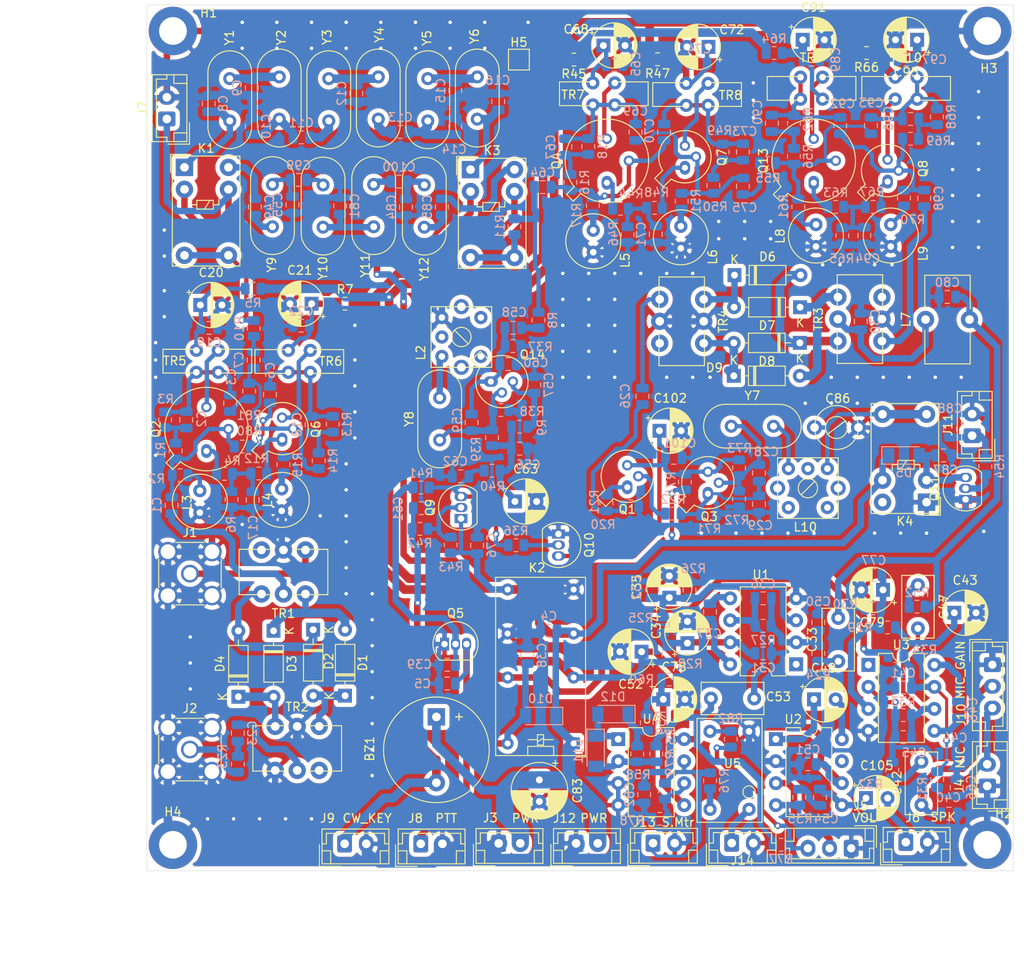
<source format=kicad_pcb>
(kicad_pcb (version 20171130) (host pcbnew 5.1.9-73d0e3b20d~88~ubuntu18.04.1)
  (layers (0 F.Cu signal) (31 B.Cu signal) (34 B.Paste user) (35 F.Paste user) (36 B.SilkS user) (37 F.SilkS user) (38 B.Mask user) (39 F.Mask user) (44 Edge.Cuts user))
  (net 0 "")
  (net 1 "Net-(D1-Pad2)")
  (net 2 "Net-(D1-Pad1)")
  (net 3 "Net-(D2-Pad1)")
  (net 4 "Net-(D3-Pad2)")
  (net 5 GND)
  (net 6 "Net-(C1-Pad2)")
  (net 7 "Net-(C1-Pad1)")
  (net 8 "Net-(C2-Pad1)")
  (net 9 "Net-(C3-Pad1)")
  (net 10 +12V)
  (net 11 "Net-(Q2-Pad1)")
  (net 12 "Net-(Q4-Pad3)")
  (net 13 "Net-(C7-Pad1)")
  (net 14 "Net-(C8-Pad1)")
  (net 15 "Net-(C9-Pad1)")
  (net 16 "Net-(C10-Pad1)")
  (net 17 "Net-(C11-Pad1)")
  (net 18 "Net-(C12-Pad1)")
  (net 19 "Net-(C13-Pad2)")
  (net 20 "Net-(C13-Pad1)")
  (net 21 "Net-(C15-Pad1)")
  (net 22 "Net-(C16-Pad1)")
  (net 23 "Net-(C18-Pad1)")
  (net 24 "Net-(C19-Pad1)")
  (net 25 "Net-(C21-Pad1)")
  (net 26 "Net-(Q6-Pad1)")
  (net 27 "Net-(Q7-Pad3)")
  (net 28 "Net-(C23-Pad2)")
  (net 29 "Net-(C23-Pad1)")
  (net 30 "Net-(C26-Pad2)")
  (net 31 "Net-(D6-Pad2)")
  (net 32 "Net-(D6-Pad1)")
  (net 33 "Net-(D7-Pad1)")
  (net 34 "Net-(D8-Pad2)")
  (net 35 "Net-(J2-Pad1)")
  (net 36 /TX)
  (net 37 "Net-(C30-Pad1)")
  (net 38 "Net-(C31-Pad1)")
  (net 39 "Net-(C33-Pad1)")
  (net 40 "Net-(C36-Pad2)")
  (net 41 "Net-(C36-Pad1)")
  (net 42 "Net-(C37-Pad2)")
  (net 43 "Net-(C37-Pad1)")
  (net 44 /MIC_IN)
  (net 45 "Net-(C41-Pad1)")
  (net 46 "Net-(C42-Pad1)")
  (net 47 "Net-(C44-Pad1)")
  (net 48 "Net-(C45-Pad2)")
  (net 49 "Net-(C46-Pad2)")
  (net 50 "Net-(C46-Pad1)")
  (net 51 "Net-(C48-Pad2)")
  (net 52 "Net-(C48-Pad1)")
  (net 53 /+12V_RX)
  (net 54 /VOL_IN)
  (net 55 "Net-(C54-Pad1)")
  (net 56 /VOL_OUT)
  (net 57 /+12V_TX)
  (net 58 /PTT)
  (net 59 "Net-(C56-Pad1)")
  (net 60 "Net-(C57-Pad1)")
  (net 61 "Net-(C58-Pad2)")
  (net 62 "Net-(C58-Pad1)")
  (net 63 "Net-(C59-Pad1)")
  (net 64 "Net-(L2-Pad1)")
  (net 65 "Net-(Q9-Pad2)")
  (net 66 /+12V_BFO2)
  (net 67 "Net-(C66-Pad1)")
  (net 68 "Net-(C67-Pad2)")
  (net 69 "Net-(C67-Pad1)")
  (net 70 "Net-(C69-Pad1)")
  (net 71 "Net-(C70-Pad1)")
  (net 72 "Net-(C72-Pad1)")
  (net 73 /CW_KEY)
  (net 74 "Net-(J1-Pad1)")
  (net 75 "Net-(C78-Pad1)")
  (net 76 "Net-(J13-Pad1)")
  (net 77 "Net-(C2-Pad2)")
  (net 78 "Net-(C17-Pad1)")
  (net 79 "Net-(C18-Pad2)")
  (net 80 "Net-(C64-Pad2)")
  (net 81 "Net-(C64-Pad1)")
  (net 82 "Net-(C65-Pad1)")
  (net 83 "Net-(C71-Pad1)")
  (net 84 "Net-(C73-Pad2)")
  (net 85 "Net-(L3-Pad1)")
  (net 86 "Net-(L4-Pad1)")
  (net 87 "Net-(L5-Pad1)")
  (net 88 "Net-(L6-Pad1)")
  (net 89 "Net-(Q2-Pad3)")
  (net 90 "Net-(Q4-Pad1)")
  (net 91 "Net-(Q6-Pad3)")
  (net 92 "Net-(Q7-Pad1)")
  (net 93 /VGND_RX)
  (net 94 /VGND_TX)
  (net 95 "Net-(C33-Pad2)")
  (net 96 "Net-(C47-Pad1)")
  (net 97 "Net-(Q10-Pad2)")
  (net 98 "Net-(C49-Pad2)")
  (net 99 "Net-(C49-Pad1)")
  (net 100 "Net-(C55-Pad1)")
  (net 101 "Net-(C75-Pad1)")
  (net 102 "Net-(C81-Pad1)")
  (net 103 "Net-(C85-Pad2)")
  (net 104 "Net-(C85-Pad1)")
  (net 105 "Net-(C86-Pad1)")
  (net 106 "Net-(C87-Pad1)")
  (net 107 "Net-(C88-Pad1)")
  (net 108 "Net-(C89-Pad1)")
  (net 109 "Net-(C90-Pad2)")
  (net 110 "Net-(C90-Pad1)")
  (net 111 "Net-(C92-Pad1)")
  (net 112 "Net-(C93-Pad2)")
  (net 113 "Net-(C93-Pad1)")
  (net 114 "Net-(C94-Pad1)")
  (net 115 "Net-(C95-Pad1)")
  (net 116 "Net-(C96-Pad2)")
  (net 117 "Net-(C98-Pad1)")
  (net 118 "Net-(J7-Pad1)")
  (net 119 "Net-(L8-Pad1)")
  (net 120 "Net-(L9-Pad1)")
  (net 121 "Net-(Q11-Pad2)")
  (net 122 "Net-(Q13-Pad3)")
  (net 123 "Net-(Q13-Pad1)")
  (net 124 "Net-(K1-Pad5)")
  (net 125 "Net-(K3-Pad5)")
  (net 126 "Net-(C100-Pad2)")
  (net 127 "Net-(C99-Pad1)")
  (net 128 "Net-(C100-Pad1)")
  (net 129 "Net-(Q8-Pad3)")
  (net 130 "Net-(Q8-Pad1)")
  (net 131 "Net-(C28-Pad1)")
  (net 132 "Net-(Q1-Pad1)")
  (net 133 "Net-(L10-Pad1)")
  (net 134 "Net-(C101-Pad1)")
  (net 135 "Net-(D11-Pad2)")
  (net 136 "Net-(D11-Pad1)")
  (net 137 "Net-(D12-Pad1)")
  (net 138 "Net-(J14-Pad1)")
  (net 139 "Net-(R76-Pad1)")
  (net 140 "Net-(C6-Pad2)")
  (net 141 "Net-(C7-Pad2)")
  (net 142 "Net-(J5-Pad3)")
  (net 143 "Net-(R78-Pad1)")
  (net 144 "Net-(C105-Pad2)")
  (net 145 "Net-(C105-Pad1)")
  (net 146 "Net-(R82-Pad1)")
  (net 147 "Net-(C26-Pad1)")
  (net 148 "Net-(C28-Pad2)")
  (net 149 "Net-(Q1-Pad2)")
  (module Resistor_SMD:R_0805_2012Metric (layer B.Cu) (at 140.75 103.75 180)
    (fp_text reference R22 (at 0 1.65) (layer B.SilkS) (effects (justify mirror)))
    (fp_text value 1.5k)
    (pad 2 smd roundrect (at 0.9125 0 180) (size 1.025 1.4) (layers B.Cu B.Paste B.Mask) (roundrect_rratio 0.243902) (net 149 "Net-(Q1-Pad2)"))
    (pad 1 smd roundrect (at -0.9125 0 180) (size 1.025 1.4) (layers B.Cu B.Paste B.Mask) (roundrect_rratio 0.243902) (net 148 "Net-(C28-Pad2)"))
  )
  (module Resistor_SMD:R_0805_2012Metric (layer B.Cu) (at 147.4 129.8 270)
    (fp_text reference R82 (at -2.4 0 180) (layer B.SilkS) (effects (justify mirror)))
    (fp_text value 1k)
    (pad 2 smd roundrect (at 0.9125 0 270) (size 1.025 1.4) (layers B.Cu B.Paste B.Mask) (roundrect_rratio 0.243902) (net 142 "Net-(J5-Pad3)"))
    (pad 1 smd roundrect (at -0.9125 0 270) (size 1.025 1.4) (layers B.Cu B.Paste B.Mask) (roundrect_rratio 0.243902) (net 146 "Net-(R82-Pad1)"))
  )
  (module Capacitor_THT:CP_Radial_D5.0mm_P2.50mm (layer F.Cu) (at 163 136.6)
    (fp_text reference C105 (at 1.25 -3.75) (layer F.SilkS))
    (fp_text value 10u)
    (pad 2 thru_hole circle (at 2.5 0) (size 1.6 1.6) (drill 0.8) (layers *.Cu *.Mask) (net 144 "Net-(C105-Pad2)"))
    (pad 1 thru_hole rect (at 0 0) (size 1.6 1.6) (drill 0.8) (layers *.Cu *.Mask) (net 145 "Net-(C105-Pad1)"))
  )
  (module Resistor_SMD:R_0805_2012Metric (layer B.Cu) (at 91.8 89.6 270)
    (fp_text reference R81 (at 2.8 0) (layer B.SilkS) (effects (justify mirror)))
    (fp_text value 33*)
    (pad 2 smd roundrect (at 0.9125 0 270) (size 1.025 1.4) (layers B.Cu B.Paste B.Mask) (roundrect_rratio 0.243902) (net 9 "Net-(C3-Pad1)"))
    (pad 1 smd roundrect (at -0.9125 0 270) (size 1.025 1.4) (layers B.Cu B.Paste B.Mask) (roundrect_rratio 0.243902) (net 141 "Net-(C7-Pad2)"))
  )
  (module Resistor_SMD:R_0805_2012Metric (layer B.Cu) (at 91 96 180)
    (fp_text reference R80 (at -0.8 1.8) (layer B.SilkS) (effects (justify mirror)))
    (fp_text value 33*)
    (pad 2 smd roundrect (at 0.9125 0 180) (size 1.025 1.4) (layers B.Cu B.Paste B.Mask) (roundrect_rratio 0.243902) (net 7 "Net-(C1-Pad1)"))
    (pad 1 smd roundrect (at -0.9125 0 180) (size 1.025 1.4) (layers B.Cu B.Paste B.Mask) (roundrect_rratio 0.243902) (net 140 "Net-(C6-Pad2)"))
  )
  (module Resistor_SMD:R_0805_2012Metric (layer B.Cu) (at 139.8 135.8 90)
    (fp_text reference R79 (at 3.2 0.6 270) (layer B.SilkS) (effects (justify mirror)))
    (fp_text value 10k)
    (pad 2 smd roundrect (at 0.9125 0 90) (size 1.025 1.4) (layers B.Cu B.Paste B.Mask) (roundrect_rratio 0.243902) (net 76 "Net-(J13-Pad1)"))
    (pad 1 smd roundrect (at -0.9125 0 90) (size 1.025 1.4) (layers B.Cu B.Paste B.Mask) (roundrect_rratio 0.243902) (net 143 "Net-(R78-Pad1)"))
  )
  (module Resistor_SMD:R_0805_2012Metric (layer B.Cu) (at 139.2 139 180)
    (fp_text reference R78 (at 3.2 -0.2) (layer B.SilkS) (effects (justify mirror)))
    (fp_text value 10k*)
    (pad 2 smd roundrect (at 0.9125 0 180) (size 1.025 1.4) (layers B.Cu B.Paste B.Mask) (roundrect_rratio 0.243902) (net 5 GND))
    (pad 1 smd roundrect (at -0.9125 0 180) (size 1.025 1.4) (layers B.Cu B.Paste B.Mask) (roundrect_rratio 0.243902) (net 143 "Net-(R78-Pad1)"))
  )
  (module Resistor_SMD:R_0805_2012Metric (layer B.Cu) (at 153.2 142)
    (fp_text reference R77 (at 0 1.65) (layer B.SilkS) (effects (justify mirror)))
    (fp_text value 2k)
    (pad 2 smd roundrect (at 0.9125 0) (size 1.025 1.4) (layers B.Cu B.Paste B.Mask) (roundrect_rratio 0.243902) (net 142 "Net-(J5-Pad3)"))
    (pad 1 smd roundrect (at -0.9125 0) (size 1.025 1.4) (layers B.Cu B.Paste B.Mask) (roundrect_rratio 0.243902) (net 54 /VOL_IN))
  )
  (module Capacitor_THT:CP_Radial_D6.3mm_P2.50mm (layer F.Cu) (at 125.3 134.5 270)
    (fp_text reference C83 (at 1.25 -4.4 90) (layer F.SilkS))
    (fp_text value 100u)
    (pad 2 thru_hole circle (at 2.5 0 270) (size 1.6 1.6) (drill 0.8) (layers *.Cu *.Mask) (net 5 GND))
    (pad 1 thru_hole rect (at 0 0 270) (size 1.6 1.6) (drill 0.8) (layers *.Cu *.Mask) (net 10 +12V))
  )
  (module Vactrol:lcr0202 (layer F.Cu) (at 145 137.9)
    (fp_text reference U5 (at 2.6 -5.3) (layer F.SilkS))
    (fp_text value LCR0202)
    (pad 4 thru_hole circle (at 0 -9) (size 1.524 1.524) (drill 0.762) (layers *.Cu *.Mask) (net 146 "Net-(R82-Pad1)"))
    (pad 3 thru_hole circle (at 4.5 -9) (size 1.524 1.524) (drill 0.762) (layers *.Cu *.Mask) (net 5 GND))
    (pad 2 thru_hole circle (at 4.5 0) (size 1.524 1.524) (drill 0.762) (layers *.Cu *.Mask) (net 138 "Net-(J14-Pad1)"))
    (pad 1 thru_hole circle (at 0 0) (size 1.524 1.524) (drill 0.762) (layers *.Cu *.Mask) (net 139 "Net-(R76-Pad1)"))
  )
  (module Package_DIP:DIP-8_W7.62mm (layer F.Cu) (at 134.4 129.8)
    (fp_text reference U4 (at 3.81 -2.33) (layer F.SilkS))
    (fp_text value LM358)
    (pad 8 thru_hole oval (at 7.62 0) (size 1.6 1.6) (drill 0.8) (layers *.Cu *.Mask) (net 53 /+12V_RX))
    (pad 4 thru_hole oval (at 0 7.62) (size 1.6 1.6) (drill 0.8) (layers *.Cu *.Mask) (net 5 GND))
    (pad 7 thru_hole oval (at 7.62 2.54) (size 1.6 1.6) (drill 0.8) (layers *.Cu *.Mask) (net 76 "Net-(J13-Pad1)"))
    (pad 3 thru_hole oval (at 0 5.08) (size 1.6 1.6) (drill 0.8) (layers *.Cu *.Mask) (net 5 GND))
    (pad 6 thru_hole oval (at 7.62 5.08) (size 1.6 1.6) (drill 0.8) (layers *.Cu *.Mask) (net 143 "Net-(R78-Pad1)"))
    (pad 2 thru_hole oval (at 0 2.54) (size 1.6 1.6) (drill 0.8) (layers *.Cu *.Mask) (net 135 "Net-(D11-Pad2)"))
    (pad 5 thru_hole oval (at 7.62 7.62) (size 1.6 1.6) (drill 0.8) (layers *.Cu *.Mask) (net 75 "Net-(C78-Pad1)"))
    (pad 1 thru_hole rect (at 0 0) (size 1.6 1.6) (drill 0.8) (layers *.Cu *.Mask) (net 136 "Net-(D11-Pad1)"))
  )
  (module Resistor_SMD:R_0805_2012Metric (layer B.Cu) (at 145 134.6 90)
    (fp_text reference R76 (at 0 1.65 90) (layer B.SilkS) (effects (justify mirror)))
    (fp_text value 100)
    (pad 2 smd roundrect (at 0.9125 0 90) (size 1.025 1.4) (layers B.Cu B.Paste B.Mask) (roundrect_rratio 0.2439014634146341) (net 76 "Net-(J13-Pad1)"))
    (pad 1 smd roundrect (at -0.9125 0 90) (size 1.025 1.4) (layers B.Cu B.Paste B.Mask) (roundrect_rratio 0.2439014634146341) (net 139 "Net-(R76-Pad1)"))
  )
  (module Resistor_SMD:R_0805_2012Metric (layer B.Cu) (at 140.3 122.9)
    (fp_text reference R60 (at -3.2 0) (layer B.SilkS) (effects (justify mirror)))
    (fp_text value 470k)
    (pad 2 smd roundrect (at 0.9125 0) (size 1.025 1.4) (layers B.Cu B.Paste B.Mask) (roundrect_rratio 0.2439014634146341) (net 5 GND))
    (pad 1 smd roundrect (at -0.9125 0) (size 1.025 1.4) (layers B.Cu B.Paste B.Mask) (roundrect_rratio 0.2439014634146341) (net 75 "Net-(C78-Pad1)"))
  )
  (module Resistor_SMD:R_0805_2012Metric (layer B.Cu) (at 137.7 127.9 90)
    (fp_text reference R59 (at 0 1.65 90) (layer B.SilkS) (effects (justify mirror)))
    (fp_text value 100)
    (pad 2 smd roundrect (at 0.9125 0 90) (size 1.025 1.4) (layers B.Cu B.Paste B.Mask) (roundrect_rratio 0.2439014634146341) (net 75 "Net-(C78-Pad1)"))
    (pad 1 smd roundrect (at -0.9125 0 90) (size 1.025 1.4) (layers B.Cu B.Paste B.Mask) (roundrect_rratio 0.2439014634146341) (net 137 "Net-(D12-Pad1)"))
  )
  (module Resistor_SMD:R_0805_2012Metric (layer B.Cu) (at 136.6 131.5 90)
    (fp_text reference R58 (at -2.4 0.1 180) (layer B.SilkS) (effects (justify mirror)))
    (fp_text value 33k)
    (pad 2 smd roundrect (at 0.9125 0 90) (size 1.025 1.4) (layers B.Cu B.Paste B.Mask) (roundrect_rratio 0.2439014634146341) (net 137 "Net-(D12-Pad1)"))
    (pad 1 smd roundrect (at -0.9125 0 90) (size 1.025 1.4) (layers B.Cu B.Paste B.Mask) (roundrect_rratio 0.2439014634146341) (net 135 "Net-(D11-Pad2)"))
  )
  (module Resistor_SMD:R_0805_2012Metric (layer B.Cu) (at 138.8 131.5 270)
    (fp_text reference R57 (at -1.5 -1.7 90) (layer B.SilkS) (effects (justify mirror)))
    (fp_text value 1k)
    (pad 2 smd roundrect (at 0.9125 0 270) (size 1.025 1.4) (layers B.Cu B.Paste B.Mask) (roundrect_rratio 0.2439014634146341) (net 135 "Net-(D11-Pad2)"))
    (pad 1 smd roundrect (at -0.9125 0 270) (size 1.025 1.4) (layers B.Cu B.Paste B.Mask) (roundrect_rratio 0.2439014634146341) (net 54 /VOL_IN))
  )
  (module Connector_JST:JST_EH_B2B-EH-A_1x02_P2.50mm_Vertical (layer F.Cu) (at 147.5 141.8)
    (fp_text reference J14 (at 1.25 2) (layer F.SilkS))
    (fp_text value AGC)
    (pad 2 thru_hole oval (at 2.5 0) (size 1.7 2) (drill 1) (layers *.Cu *.Mask) (net 5 GND))
    (pad 1 thru_hole roundrect (at 0 0) (size 1.7 2) (drill 1) (layers *.Cu *.Mask) (roundrect_rratio 0.1470588235294118) (net 138 "Net-(J14-Pad1)"))
  )
  (module Diode_SMD:D_MiniMELF (layer B.Cu) (at 133.8 126.9 180)
    (fp_text reference D12 (at 0 2) (layer B.SilkS) (effects (justify mirror)))
    (fp_text value LL4148)
    (pad 2 smd rect (at 1.75 0 180) (size 1.3 1.7) (layers B.Cu B.Paste B.Mask) (net 136 "Net-(D11-Pad1)"))
    (pad 1 smd rect (at -1.75 0 180) (size 1.3 1.7) (layers B.Cu B.Paste B.Mask) (net 137 "Net-(D12-Pad1)"))
  )
  (module Diode_SMD:D_MiniMELF (layer B.Cu) (at 131.8 131.2 270)
    (fp_text reference D11 (at 0 2 90) (layer B.SilkS) (effects (justify mirror)))
    (fp_text value LL4148)
    (pad 2 smd rect (at 1.75 0 270) (size 1.3 1.7) (layers B.Cu B.Paste B.Mask) (net 135 "Net-(D11-Pad2)"))
    (pad 1 smd rect (at -1.75 0 270) (size 1.3 1.7) (layers B.Cu B.Paste B.Mask) (net 136 "Net-(D11-Pad1)"))
  )
  (module Capacitor_SMD:C_0805_2012Metric (layer B.Cu) (at 137.4 136.2 270)
    (fp_text reference C82 (at 0 1.68 90) (layer B.SilkS) (effects (justify mirror)))
    (fp_text value 0.1u)
    (pad 2 smd roundrect (at 0.95 0 270) (size 1 1.45) (layers B.Cu B.Paste B.Mask) (net 5 GND))
    (pad 1 smd roundrect (at -0.95 0 270) (size 1 1.45) (layers B.Cu B.Paste B.Mask) (net 53 /+12V_RX))
  )
  (module Capacitor_THT:CP_Radial_D5.0mm_P2.50mm (layer F.Cu) (at 139.6 125.2)
    (fp_text reference C78 (at 1.25 -3.75) (layer F.SilkS))
    (fp_text value 1u)
    (pad 2 thru_hole circle (at 2.5 0) (size 1.6 1.6) (drill 0.8) (layers *.Cu *.Mask) (net 5 GND))
    (pad 1 thru_hole rect (at 0 0) (size 1.6 1.6) (drill 0.8) (layers *.Cu *.Mask) (net 75 "Net-(C78-Pad1)"))
  )
  (module Resistor_SMD:R_0805_2012Metric (layer B.Cu) (at 135.85 102.9)
    (fp_text reference R20 (at -3.2 2.1) (layer B.SilkS) (effects (justify mirror)))
    (fp_text value 100)
    (pad 2 smd roundrect (at 0.9125 0) (size 1.025 1.4) (layers B.Cu B.Paste B.Mask) (roundrect_rratio 0.2439014634146341) (net 5 GND))
    (pad 1 smd roundrect (at -0.9125 0) (size 1.025 1.4) (layers B.Cu B.Paste B.Mask) (roundrect_rratio 0.2439014634146341) (net 147 "Net-(C26-Pad1)"))
  )
  (module Resistor_SMD:R_0805_2012Metric (layer B.Cu) (at 142.1 100.1 90)
    (fp_text reference R74 (at -0.2 -1.6 90) (layer B.SilkS) (effects (justify mirror)))
    (fp_text value 100)
    (pad 2 smd roundrect (at 0.9125 0 90) (size 1.025 1.4) (layers B.Cu B.Paste B.Mask) (roundrect_rratio 0.2439014634146341) (net 134 "Net-(C101-Pad1)"))
    (pad 1 smd roundrect (at -0.9125 0 90) (size 1.025 1.4) (layers B.Cu B.Paste B.Mask) (roundrect_rratio 0.2439014634146341) (net 10 +12V))
  )
  (module Capacitor_THT:CP_Radial_D5.0mm_P2.50mm (layer F.Cu) (at 139.159775 94.17)
    (fp_text reference C102 (at 1.25 -3.75) (layer F.SilkS))
    (fp_text value 10u)
    (pad 2 thru_hole circle (at 2.5 0) (size 1.6 1.6) (drill 0.8) (layers *.Cu *.Mask) (net 5 GND))
    (pad 1 thru_hole rect (at 0 0) (size 1.6 1.6) (drill 0.8) (layers *.Cu *.Mask) (net 134 "Net-(C101-Pad1)"))
  )
  (module Capacitor_SMD:C_0805_2012Metric (layer B.Cu) (at 140.8 97.3)
    (fp_text reference C101 (at 0.7 -1.7) (layer B.SilkS) (effects (justify mirror)))
    (fp_text value 0.1u)
    (pad 2 smd roundrect (at 0.95 0) (size 1 1.45) (layers B.Cu B.Paste B.Mask) (net 5 GND))
    (pad 1 smd roundrect (at -0.95 0) (size 1 1.45) (layers B.Cu B.Paste B.Mask) (net 134 "Net-(C101-Pad1)"))
  )
  (module NEOSID:NEOSID_5t_4.5x4.5mm_132 (layer F.Cu) (at 154.05 98.55)
    (fp_text reference L10 (at 1.95 6.75) (layer F.SilkS))
    (fp_text value 3u)
    (pad 6 thru_hole circle (at 5.75 2.25) (size 1.75 1.75) (drill 1) (layers *.Cu *.Mask))
    (pad 6 thru_hole circle (at -1.25 2.25) (size 1.75 1.75) (drill 1) (layers *.Cu *.Mask))
    (pad 5 thru_hole circle (at 4.5 4.5) (size 1.524 1.524) (drill 0.762) (layers *.Cu *.Mask))
    (pad 4 thru_hole circle (at 0 4.5) (size 1.524 1.524) (drill 0.762) (layers *.Cu *.Mask))
    (pad 2 thru_hole circle (at 4.5 0) (size 1.524 1.524) (drill 0.762) (layers *.Cu *.Mask) (net 105 "Net-(C86-Pad1)"))
    (pad 3 thru_hole circle (at 2.25 0) (size 1.524 1.524) (drill 0.762) (layers *.Cu *.Mask))
    (pad 1 thru_hole circle (at 0 0) (size 1.524 1.524) (drill 0.762) (layers *.Cu *.Mask) (net 133 "Net-(L10-Pad1)"))
  )
  (module Crystal:Crystal_HC49-U_Vertical (layer F.Cu) (at 147.45 93.65)
    (fp_text reference Y7 (at 2.44 -3.525) (layer F.SilkS))
    (fp_text value 8.867Mhz)
    (pad 2 thru_hole circle (at 4.88 0) (size 1.5 1.5) (drill 0.8) (layers *.Cu *.Mask) (net 133 "Net-(L10-Pad1)"))
    (pad 1 thru_hole circle (at 0 0) (size 1.5 1.5) (drill 0.8) (layers *.Cu *.Mask) (net 131 "Net-(C28-Pad1)"))
  )
  (module Resistor_SMD:R_0805_2012Metric (layer B.Cu) (at 148.35 98.45 270)
    (fp_text reference R73 (at -2.25 -0.05) (layer B.SilkS) (effects (justify mirror)))
    (fp_text value 13k)
    (pad 2 smd roundrect (at 0.9125 0 270) (size 1.025 1.4) (layers B.Cu B.Paste B.Mask) (roundrect_rratio 0.2439014634146341) (net 131 "Net-(C28-Pad1)"))
    (pad 1 smd roundrect (at -0.9125 0 270) (size 1.025 1.4) (layers B.Cu B.Paste B.Mask) (roundrect_rratio 0.2439014634146341) (net 134 "Net-(C101-Pad1)"))
  )
  (module Resistor_SMD:R_0805_2012Metric (layer B.Cu) (at 148.35 102.05 270)
    (fp_text reference R72 (at 2.45 0.25) (layer B.SilkS) (effects (justify mirror)))
    (fp_text value 6.8k)
    (pad 2 smd roundrect (at 0.9125 0 270) (size 1.025 1.4) (layers B.Cu B.Paste B.Mask) (roundrect_rratio 0.2439014634146341) (net 5 GND))
    (pad 1 smd roundrect (at -0.9125 0 270) (size 1.025 1.4) (layers B.Cu B.Paste B.Mask) (roundrect_rratio 0.2439014634146341) (net 131 "Net-(C28-Pad1)"))
  )
  (module Resistor_SMD:R_0805_2012Metric (layer B.Cu) (at 144.85 103.85)
    (fp_text reference R71 (at 0 1.65) (layer B.SilkS) (effects (justify mirror)))
    (fp_text value 360)
    (pad 2 smd roundrect (at 0.9125 0) (size 1.025 1.4) (layers B.Cu B.Paste B.Mask) (roundrect_rratio 0.2439014634146341) (net 5 GND))
    (pad 1 smd roundrect (at -0.9125 0) (size 1.025 1.4) (layers B.Cu B.Paste B.Mask) (roundrect_rratio 0.2439014634146341) (net 148 "Net-(C28-Pad2)"))
  )
  (module Resistor_SMD:R_0805_2012Metric (layer B.Cu) (at 133.05 102.5125 270)
    (fp_text reference R21 (at -0.1 1.4 90) (layer B.SilkS) (effects (justify mirror)))
    (fp_text value 33*)
    (pad 2 smd roundrect (at 0.9125 0 270) (size 1.025 1.4) (layers B.Cu B.Paste B.Mask) (roundrect_rratio 0.2439014634146341) (net 147 "Net-(C26-Pad1)"))
    (pad 1 smd roundrect (at -0.9125 0 270) (size 1.025 1.4) (layers B.Cu B.Paste B.Mask) (roundrect_rratio 0.2439014634146341) (net 132 "Net-(Q1-Pad1)"))
  )
  (module Package_TO_SOT_THT:TO-18-3 (layer F.Cu) (at 144.75 101.45 90)
    (fp_text reference Q3 (at -2.65 0.15 180) (layer F.SilkS))
    (fp_text value 2N2222)
    (pad 3 thru_hole oval (at 2.54 0 90) (size 1.2 1.2) (drill 0.7) (layers *.Cu *.Mask) (net 134 "Net-(C101-Pad1)"))
    (pad 2 thru_hole oval (at 1.27 1.27 90) (size 1.2 1.2) (drill 0.7) (layers *.Cu *.Mask) (net 131 "Net-(C28-Pad1)"))
    (pad 1 thru_hole oval (at 0 0 90) (size 1.6 1.2) (drill 0.7) (layers *.Cu *.Mask) (net 148 "Net-(C28-Pad2)"))
  )
  (module Package_TO_SOT_THT:TO-18-3 (layer F.Cu) (at 135.45 100.7 90)
    (fp_text reference Q1 (at -2.55 0 180) (layer F.SilkS))
    (fp_text value 2N2222)
    (pad 3 thru_hole oval (at 2.54 0 90) (size 1.2 1.2) (drill 0.7) (layers *.Cu *.Mask) (net 134 "Net-(C101-Pad1)"))
    (pad 2 thru_hole oval (at 1.27 1.27 90) (size 1.2 1.2) (drill 0.7) (layers *.Cu *.Mask) (net 149 "Net-(Q1-Pad2)"))
    (pad 1 thru_hole oval (at 0 0 90) (size 1.6 1.2) (drill 0.7) (layers *.Cu *.Mask) (net 132 "Net-(Q1-Pad1)"))
  )
  (module Capacitor_SMD:C_0805_2012Metric (layer B.Cu) (at 150.65 102.65 270)
    (fp_text reference C29 (at 2.45 -0.15 180) (layer B.SilkS) (effects (justify mirror)))
    (fp_text value 22p)
    (pad 2 smd roundrect (at 0.95 0 270) (size 1 1.45) (layers B.Cu B.Paste B.Mask) (net 5 GND))
    (pad 1 smd roundrect (at -0.95 0 270) (size 1 1.45) (layers B.Cu B.Paste B.Mask) (net 148 "Net-(C28-Pad2)"))
  )
  (module Capacitor_SMD:C_0805_2012Metric (layer B.Cu) (at 150.65 99.05 270)
    (fp_text reference C28 (at -2.45 -0.85 180) (layer B.SilkS) (effects (justify mirror)))
    (fp_text value 22p)
    (pad 2 smd roundrect (at 0.95 0 270) (size 1 1.45) (layers B.Cu B.Paste B.Mask) (net 148 "Net-(C28-Pad2)"))
    (pad 1 smd roundrect (at -0.95 0 270) (size 1 1.45) (layers B.Cu B.Paste B.Mask) (net 131 "Net-(C28-Pad1)"))
  )
  (module Package_TO_SOT_THT:TO-18-3 (layer F.Cu) (at 119.7 88.5)
    (fp_text reference Q14 (at 4.8 -3.1) (layer F.SilkS))
    (fp_text value 2N2222)
    (pad 3 thru_hole oval (at 2.54 0) (size 1.2 1.2) (drill 0.7) (layers *.Cu *.Mask) (net 60 "Net-(C57-Pad1)"))
    (pad 2 thru_hole oval (at 1.27 1.27) (size 1.2 1.2) (drill 0.7) (layers *.Cu *.Mask) (net 63 "Net-(C59-Pad1)"))
    (pad 1 thru_hole oval (at 0 0) (size 1.6 1.2) (drill 0.7) (layers *.Cu *.Mask) (net 62 "Net-(C58-Pad1)"))
  )
  (module Package_TO_SOT_THT:TO-18-3 (layer F.Cu) (at 165.5 65.4 90)
    (fp_text reference Q8 (at 1.5 4.1 90) (layer F.SilkS))
    (fp_text value 2N2222)
    (pad 3 thru_hole oval (at 2.54 0 90) (size 1.2 1.2) (drill 0.7) (layers *.Cu *.Mask) (net 129 "Net-(Q8-Pad3)"))
    (pad 2 thru_hole oval (at 1.27 1.27 90) (size 1.2 1.2) (drill 0.7) (layers *.Cu *.Mask) (net 111 "Net-(C92-Pad1)"))
    (pad 1 thru_hole oval (at 0 0 90) (size 1.6 1.2) (drill 0.7) (layers *.Cu *.Mask) (net 130 "Net-(Q8-Pad1)"))
  )
  (module Package_TO_SOT_THT:TO-18-3 (layer F.Cu) (at 142.1 63.8 90)
    (fp_text reference Q7 (at 1.2 4.3 90) (layer F.SilkS))
    (fp_text value 2N2222)
    (pad 3 thru_hole oval (at 2.54 0 90) (size 1.2 1.2) (drill 0.7) (layers *.Cu *.Mask) (net 27 "Net-(Q7-Pad3)"))
    (pad 2 thru_hole oval (at 1.27 1.27 90) (size 1.2 1.2) (drill 0.7) (layers *.Cu *.Mask) (net 70 "Net-(C69-Pad1)"))
    (pad 1 thru_hole oval (at 0 0 90) (size 1.6 1.2) (drill 0.7) (layers *.Cu *.Mask) (net 92 "Net-(Q7-Pad1)"))
  )
  (module Package_TO_SOT_THT:TO-18-3 (layer F.Cu) (at 95.6 95.2 90)
    (fp_text reference Q6 (at 1.2 3.9 90) (layer F.SilkS))
    (fp_text value 2N2222)
    (pad 3 thru_hole oval (at 2.54 0 90) (size 1.2 1.2) (drill 0.7) (layers *.Cu *.Mask) (net 91 "Net-(Q6-Pad3)"))
    (pad 2 thru_hole oval (at 1.27 1.27 90) (size 1.2 1.2) (drill 0.7) (layers *.Cu *.Mask) (net 141 "Net-(C7-Pad2)"))
    (pad 1 thru_hole oval (at 0 0 90) (size 1.6 1.2) (drill 0.7) (layers *.Cu *.Mask) (net 26 "Net-(Q6-Pad1)"))
  )
  (module Capacitor_SMD:C_0805_2012Metric (layer B.Cu) (at 109.1 65.4 180)
    (fp_text reference C100 (at 0 1.68) (layer B.SilkS) (effects (justify mirror)))
    (fp_text value 470p)
    (pad 2 smd roundrect (at 0.95 0 180) (size 1 1.45) (layers B.Cu B.Paste B.Mask) (net 126 "Net-(C100-Pad2)"))
    (pad 1 smd roundrect (at -0.95 0 180) (size 1 1.45) (layers B.Cu B.Paste B.Mask) (net 128 "Net-(C100-Pad1)"))
  )
  (module Capacitor_SMD:C_0805_2012Metric (layer B.Cu) (at 97.5 65.2 180)
    (fp_text reference C99 (at 0 1.68) (layer B.SilkS) (effects (justify mirror)))
    (fp_text value 470p)
    (pad 2 smd roundrect (at 0.95 0 180) (size 1 1.45) (layers B.Cu B.Paste B.Mask) (net 100 "Net-(C55-Pad1)"))
    (pad 1 smd roundrect (at -0.95 0 180) (size 1 1.45) (layers B.Cu B.Paste B.Mask) (net 127 "Net-(C99-Pad1)"))
  )
  (module Ctrimm:Ctrimm_5mm (layer F.Cu) (at 159.6 93.8)
    (fp_text reference C86 (at 0.15 -3.35) (layer F.SilkS))
    (fp_text value CTRIM)
    (pad 2 thru_hole circle (at 2.54 0) (size 1.75 1.75) (drill 1) (layers *.Cu *.Mask) (net 5 GND))
    (pad 1 thru_hole circle (at -2.54 0) (size 1.75 1.75) (drill 1) (layers *.Cu *.Mask) (net 105 "Net-(C86-Pad1)"))
  )
  (module Inductor:L_Toroid_Vertical_L10.0mm_W5.0mm_6pin (layer F.Cu) (at 144.272 81.534 270)
    (fp_text reference TR4 (at 0 -2.25 90) (layer F.SilkS))
    (fp_text value FT37-43)
    (pad 6 thru_hole circle (at 2.54 5.08 270) (size 2 2) (drill 1) (layers *.Cu *.Mask))
    (pad 4 thru_hole circle (at -2.54 5.08 270) (size 2 2) (drill 1) (layers *.Cu *.Mask) (net 30 "Net-(C26-Pad2)"))
    (pad 3 thru_hole circle (at -2.54 0 270) (size 2 2) (drill 1) (layers *.Cu *.Mask) (net 32 "Net-(D6-Pad1)"))
    (pad 1 thru_hole circle (at 2.54 0 270) (size 2 2) (drill 1) (layers *.Cu *.Mask) (net 34 "Net-(D8-Pad2)"))
    (pad 5 thru_hole circle (at 0 5.08 270) (size 2 2) (drill 1) (layers *.Cu *.Mask) (net 5 GND))
    (pad 2 thru_hole circle (at 0 0 270) (size 2 2) (drill 1) (layers *.Cu *.Mask) (net 5 GND))
  )
  (module Inductor:L_Toroid_Vertical_L10.0mm_W5.0mm_6pin (layer F.Cu) (at 159.766 81.28 90)
    (fp_text reference TR3 (at 0 -2.25 90) (layer F.SilkS))
    (fp_text value FT37-43)
    (pad 6 thru_hole circle (at 2.54 5.08 90) (size 2 2) (drill 1) (layers *.Cu *.Mask))
    (pad 4 thru_hole circle (at -2.54 5.08 90) (size 2 2) (drill 1) (layers *.Cu *.Mask) (net 117 "Net-(C98-Pad1)"))
    (pad 3 thru_hole circle (at -2.54 0 90) (size 2 2) (drill 1) (layers *.Cu *.Mask) (net 31 "Net-(D6-Pad2)"))
    (pad 1 thru_hole circle (at 2.54 0 90) (size 2 2) (drill 1) (layers *.Cu *.Mask) (net 33 "Net-(D7-Pad1)"))
    (pad 5 thru_hole circle (at 0 5.08 90) (size 2 2) (drill 1) (layers *.Cu *.Mask) (net 5 GND))
    (pad 2 thru_hole circle (at 0 0 90) (size 2 2) (drill 1) (layers *.Cu *.Mask) (net 37 "Net-(C30-Pad1)"))
  )
  (module Inductor:L_Toroid_Vertical_L10.0mm_W5.0mm_6pin (layer F.Cu) (at 97.344 128.324)
    (fp_text reference TR2 (at 0 -2.25) (layer F.SilkS))
    (fp_text value FT37-43)
    (pad 6 thru_hole circle (at 2.54 5.08) (size 2 2) (drill 1) (layers *.Cu *.Mask))
    (pad 4 thru_hole circle (at -2.54 5.08) (size 2 2) (drill 1) (layers *.Cu *.Mask) (net 5 GND))
    (pad 3 thru_hole circle (at -2.54 0) (size 2 2) (drill 1) (layers *.Cu *.Mask) (net 4 "Net-(D3-Pad2)"))
    (pad 1 thru_hole circle (at 2.54 0) (size 2 2) (drill 1) (layers *.Cu *.Mask) (net 2 "Net-(D1-Pad1)"))
    (pad 5 thru_hole circle (at 0 5.08) (size 2 2) (drill 1) (layers *.Cu *.Mask) (net 28 "Net-(C23-Pad2)"))
    (pad 2 thru_hole circle (at 0 0) (size 2 2) (drill 1) (layers *.Cu *.Mask) (net 5 GND))
  )
  (module Inductor:L_Toroid_Vertical_L10.0mm_W5.0mm_6pin (layer F.Cu) (at 95.758 113.03 180)
    (fp_text reference TR1 (at 0 -2.25) (layer F.SilkS))
    (fp_text value FT37-43)
    (pad 6 thru_hole circle (at 2.54 5.08 180) (size 2 2) (drill 1) (layers *.Cu *.Mask))
    (pad 4 thru_hole circle (at -2.54 5.08 180) (size 2 2) (drill 1) (layers *.Cu *.Mask) (net 74 "Net-(J1-Pad1)"))
    (pad 3 thru_hole circle (at -2.54 0 180) (size 2 2) (drill 1) (layers *.Cu *.Mask) (net 1 "Net-(D1-Pad2)"))
    (pad 1 thru_hole circle (at 2.54 0 180) (size 2 2) (drill 1) (layers *.Cu *.Mask) (net 3 "Net-(D2-Pad1)"))
    (pad 5 thru_hole circle (at 0 5.08 180) (size 2 2) (drill 1) (layers *.Cu *.Mask) (net 5 GND))
    (pad 2 thru_hole circle (at 0 0 180) (size 2 2) (drill 1) (layers *.Cu *.Mask) (net 6 "Net-(C1-Pad2)"))
  )
  (module Relay_THT:Relay_SPDT_Omron_G5V-1 (layer F.Cu) (at 117.348 64.008)
    (fp_text reference K3 (at 2.5 -2.2) (layer F.SilkS))
    (fp_text value G5V-1)
    (pad 5 thru_hole circle (at 0 10.16) (size 2 2) (drill 1) (layers *.Cu *.Mask) (net 125 "Net-(K3-Pad5)"))
    (pad 6 thru_hole circle (at 5.08 10.16) (size 2 2) (drill 1) (layers *.Cu *.Mask) (net 125 "Net-(K3-Pad5)"))
    (pad 2 thru_hole circle (at 0 2.54) (size 2 2) (drill 1) (layers *.Cu *.Mask) (net 118 "Net-(J7-Pad1)"))
    (pad 1 thru_hole rect (at 0 0) (size 2 2) (drill 1) (layers *.Cu *.Mask) (net 22 "Net-(C16-Pad1)"))
    (pad 9 thru_hole circle (at 5.08 2.54) (size 2 2) (drill 1) (layers *.Cu *.Mask) (net 10 +12V))
    (pad 10 thru_hole circle (at 5.08 0) (size 2 2) (drill 1) (layers *.Cu *.Mask) (net 104 "Net-(C85-Pad1)"))
  )
  (module Relay_THT:Relay_SPDT_Omron_G5V-1 (layer F.Cu) (at 84.328 63.754)
    (fp_text reference K1 (at 2.5 -2.2) (layer F.SilkS))
    (fp_text value G5V-1)
    (pad 5 thru_hole circle (at 0 10.16) (size 2 2) (drill 1) (layers *.Cu *.Mask) (net 124 "Net-(K1-Pad5)"))
    (pad 6 thru_hole circle (at 5.08 10.16) (size 2 2) (drill 1) (layers *.Cu *.Mask) (net 124 "Net-(K1-Pad5)"))
    (pad 2 thru_hole circle (at 0 2.54) (size 2 2) (drill 1) (layers *.Cu *.Mask) (net 10 +12V))
    (pad 1 thru_hole rect (at 0 0) (size 2 2) (drill 1) (layers *.Cu *.Mask) (net 14 "Net-(C8-Pad1)"))
    (pad 9 thru_hole circle (at 5.08 2.54) (size 2 2) (drill 1) (layers *.Cu *.Mask) (net 118 "Net-(J7-Pad1)"))
    (pad 10 thru_hole circle (at 5.08 0) (size 2 2) (drill 1) (layers *.Cu *.Mask) (net 98 "Net-(C49-Pad2)"))
  )
  (module Package_TO_SOT_THT:TO-5-3 (layer F.Cu) (at 156.972 65.532 90)
    (fp_text reference Q13 (at 2.54 -5.82 90) (layer F.SilkS))
    (fp_text value 2N5109)
    (pad 3 thru_hole oval (at 5.08 0 90) (size 1.2 1.2) (drill 0.7) (layers *.Cu *.Mask) (net 122 "Net-(Q13-Pad3)"))
    (pad 2 thru_hole oval (at 2.54 2.54 90) (size 1.2 1.2) (drill 0.7) (layers *.Cu *.Mask) (net 112 "Net-(C93-Pad2)"))
    (pad 1 thru_hole oval (at 0 0 90) (size 1.6 1.2) (drill 0.7) (layers *.Cu *.Mask) (net 123 "Net-(Q13-Pad1)"))
  )
  (module Package_TO_SOT_THT:TO-5-3 (layer F.Cu) (at 133.096 65.532 90)
    (fp_text reference Q4 (at 2.54 -5.82 90) (layer F.SilkS))
    (fp_text value 2N5109)
    (pad 3 thru_hole oval (at 5.08 0 90) (size 1.2 1.2) (drill 0.7) (layers *.Cu *.Mask) (net 12 "Net-(Q4-Pad3)"))
    (pad 2 thru_hole oval (at 2.54 2.54 90) (size 1.2 1.2) (drill 0.7) (layers *.Cu *.Mask) (net 81 "Net-(C64-Pad1)"))
    (pad 1 thru_hole oval (at 0 0 90) (size 1.6 1.2) (drill 0.7) (layers *.Cu *.Mask) (net 90 "Net-(Q4-Pad1)"))
  )
  (module Package_TO_SOT_THT:TO-5-3 (layer F.Cu) (at 86.868 96.52 90)
    (fp_text reference Q2 (at 2.54 -5.82 90) (layer F.SilkS))
    (fp_text value 2N5109)
    (pad 3 thru_hole oval (at 5.08 0 90) (size 1.2 1.2) (drill 0.7) (layers *.Cu *.Mask) (net 89 "Net-(Q2-Pad3)"))
    (pad 2 thru_hole oval (at 2.54 2.54 90) (size 1.2 1.2) (drill 0.7) (layers *.Cu *.Mask) (net 7 "Net-(C1-Pad1)"))
    (pad 1 thru_hole oval (at 0 0 90) (size 1.6 1.2) (drill 0.7) (layers *.Cu *.Mask) (net 11 "Net-(Q2-Pad1)"))
  )
  (module Crystal:Crystal_HC49-U_Vertical (layer F.Cu) (at 112.014 65.786 270)
    (fp_text reference Y12 (at 9.714 0.014 90) (layer F.SilkS))
    (fp_text value 8Mhz)
    (pad 2 thru_hole circle (at 4.88 0 270) (size 1.5 1.5) (drill 0.8) (layers *.Cu *.Mask) (net 103 "Net-(C85-Pad2)"))
    (pad 1 thru_hole circle (at 0 0 270) (size 1.5 1.5) (drill 0.8) (layers *.Cu *.Mask) (net 128 "Net-(C100-Pad1)"))
  )
  (module Crystal:Crystal_HC49-U_Vertical (layer F.Cu) (at 106.172 70.612 90)
    (fp_text reference Y11 (at -4.488 -0.972 90) (layer F.SilkS))
    (fp_text value 8Mhz)
    (pad 2 thru_hole circle (at 4.88 0 90) (size 1.5 1.5) (drill 0.8) (layers *.Cu *.Mask) (net 126 "Net-(C100-Pad2)"))
    (pad 1 thru_hole circle (at 0 0 90) (size 1.5 1.5) (drill 0.8) (layers *.Cu *.Mask) (net 102 "Net-(C81-Pad1)"))
  )
  (module Crystal:Crystal_HC49-U_Vertical (layer F.Cu) (at 100.33 65.786 270)
    (fp_text reference Y10 (at 9.614 0.03 90) (layer F.SilkS))
    (fp_text value 8Mhz)
    (pad 2 thru_hole circle (at 4.88 0 270) (size 1.5 1.5) (drill 0.8) (layers *.Cu *.Mask) (net 102 "Net-(C81-Pad1)"))
    (pad 1 thru_hole circle (at 0 0 270) (size 1.5 1.5) (drill 0.8) (layers *.Cu *.Mask) (net 127 "Net-(C99-Pad1)"))
  )
  (module Crystal:Crystal_HC49-U_Vertical (layer F.Cu) (at 94.488 70.612 90)
    (fp_text reference Y9 (at -4.388 -0.088 90) (layer F.SilkS))
    (fp_text value 8Mhz)
    (pad 2 thru_hole circle (at 4.88 0 90) (size 1.5 1.5) (drill 0.8) (layers *.Cu *.Mask) (net 100 "Net-(C55-Pad1)"))
    (pad 1 thru_hole circle (at 0 0 90) (size 1.5 1.5) (drill 0.8) (layers *.Cu *.Mask) (net 99 "Net-(C49-Pad1)"))
  )
  (module Inductor:L_Toroid_Vertical_L10.0mm_W5.0mm_4pin (layer F.Cu) (at 167.64 53.34)
    (fp_text reference TR10 (at 0 -2.25) (layer F.SilkS))
    (fp_text value FT37-43)
    (pad 3 thru_hole circle (at -1.27 2.54) (size 1.524 1.524) (drill 0.762) (layers *.Cu *.Mask) (net 129 "Net-(Q8-Pad3)"))
    (pad 4 thru_hole circle (at 1.27 2.54) (size 1.524 1.524) (drill 0.762) (layers *.Cu *.Mask) (net 113 "Net-(C93-Pad1)"))
    (pad 2 thru_hole circle (at 1.27 0) (size 1.524 1.524) (drill 0.762) (layers *.Cu *.Mask) (net 113 "Net-(C93-Pad1)"))
    (pad 1 thru_hole circle (at -1.27 0) (size 1.524 1.524) (drill 0.762) (layers *.Cu *.Mask) (net 115 "Net-(C95-Pad1)"))
  )
  (module Inductor:L_Toroid_Vertical_L10.0mm_W5.0mm_4pin (layer F.Cu) (at 156.718 53.34)
    (fp_text reference TR9 (at 0 -2.25) (layer F.SilkS))
    (fp_text value FT37-43)
    (pad 3 thru_hole circle (at -1.27 2.54) (size 1.524 1.524) (drill 0.762) (layers *.Cu *.Mask) (net 110 "Net-(C90-Pad1)"))
    (pad 4 thru_hole circle (at 1.27 2.54) (size 1.524 1.524) (drill 0.762) (layers *.Cu *.Mask) (net 108 "Net-(C89-Pad1)"))
    (pad 2 thru_hole circle (at 1.27 0) (size 1.524 1.524) (drill 0.762) (layers *.Cu *.Mask) (net 122 "Net-(Q13-Pad3)"))
    (pad 1 thru_hole circle (at -1.27 0) (size 1.524 1.524) (drill 0.762) (layers *.Cu *.Mask) (net 110 "Net-(C90-Pad1)"))
  )
  (module Resistor_SMD:R_0805_2012Metric (layer B.Cu) (at 167.386 67.31 90)
    (fp_text reference R70 (at -2.49 1.014 180) (layer B.SilkS) (effects (justify mirror)))
    (fp_text value 470)
    (pad 2 smd roundrect (at 0.9125 0 90) (size 1.025 1.4) (layers B.Cu B.Paste B.Mask) (roundrect_rratio 0.2439014634146341) (net 111 "Net-(C92-Pad1)"))
    (pad 1 smd roundrect (at -0.9125 0 90) (size 1.025 1.4) (layers B.Cu B.Paste B.Mask) (roundrect_rratio 0.2439014634146341) (net 120 "Net-(L9-Pad1)"))
  )
  (module Resistor_SMD:R_0805_2012Metric (layer B.Cu) (at 168.148 60.452)
    (fp_text reference R69 (at 3.252 0.248) (layer B.SilkS) (effects (justify mirror)))
    (fp_text value 270)
    (pad 2 smd roundrect (at 0.9125 0) (size 1.025 1.4) (layers B.Cu B.Paste B.Mask) (roundrect_rratio 0.2439014634146341) (net 116 "Net-(C96-Pad2)"))
    (pad 1 smd roundrect (at -0.9125 0) (size 1.025 1.4) (layers B.Cu B.Paste B.Mask) (roundrect_rratio 0.2439014634146341) (net 111 "Net-(C92-Pad1)"))
  )
  (module Resistor_SMD:R_0805_2012Metric (layer B.Cu) (at 171.196 57.912 90)
    (fp_text reference R68 (at 0 1.65 90) (layer B.SilkS) (effects (justify mirror)))
    (fp_text value 2.2k)
    (pad 2 smd roundrect (at 0.9125 0 90) (size 1.025 1.4) (layers B.Cu B.Paste B.Mask) (roundrect_rratio 0.2439014634146341) (net 113 "Net-(C93-Pad1)"))
    (pad 1 smd roundrect (at -0.9125 0 90) (size 1.025 1.4) (layers B.Cu B.Paste B.Mask) (roundrect_rratio 0.2439014634146341) (net 116 "Net-(C96-Pad2)"))
  )
  (module Resistor_SMD:R_0805_2012Metric (layer B.Cu) (at 163.83 68.326)
    (fp_text reference R67 (at -0.13 -1.726) (layer B.SilkS) (effects (justify mirror)))
    (fp_text value 8.2)
    (pad 2 smd roundrect (at 0.9125 0) (size 1.025 1.4) (layers B.Cu B.Paste B.Mask) (roundrect_rratio 0.2439014634146341) (net 130 "Net-(Q8-Pad1)"))
    (pad 1 smd roundrect (at -0.9125 0) (size 1.025 1.4) (layers B.Cu B.Paste B.Mask) (roundrect_rratio 0.2439014634146341) (net 114 "Net-(C94-Pad1)"))
  )
  (module Resistor_SMD:R_0805_2012Metric (layer F.Cu) (at 163.068 50.546 180)
    (fp_text reference R66 (at 0 -1.65) (layer F.SilkS))
    (fp_text value 47)
    (pad 2 smd roundrect (at 0.9125 0 180) (size 1.025 1.4) (layers F.Cu F.Paste F.Mask) (roundrect_rratio 0.2439014634146341) (net 57 /+12V_TX))
    (pad 1 smd roundrect (at -0.9125 0 180) (size 1.025 1.4) (layers F.Cu F.Paste F.Mask) (roundrect_rratio 0.2439014634146341) (net 115 "Net-(C95-Pad1)"))
  )
  (module Resistor_SMD:R_0805_2012Metric (layer B.Cu) (at 160.274 71.628 90)
    (fp_text reference R65 (at -2.672 -0.074 180) (layer B.SilkS) (effects (justify mirror)))
    (fp_text value 100)
    (pad 2 smd roundrect (at 0.9125 0 90) (size 1.025 1.4) (layers B.Cu B.Paste B.Mask) (roundrect_rratio 0.2439014634146341) (net 114 "Net-(C94-Pad1)"))
    (pad 1 smd roundrect (at -0.9125 0 90) (size 1.025 1.4) (layers B.Cu B.Paste B.Mask) (roundrect_rratio 0.2439014634146341) (net 5 GND))
  )
  (module Resistor_SMD:R_0805_2012Metric (layer B.Cu) (at 152.4 50.546 180)
    (fp_text reference R64 (at 0 1.65 180) (layer B.SilkS) (effects (justify mirror)))
    (fp_text value 47)
    (pad 2 smd roundrect (at 0.9125 0 180) (size 1.025 1.4) (layers B.Cu B.Paste B.Mask) (roundrect_rratio 0.2439014634146341) (net 53 /+12V_RX))
    (pad 1 smd roundrect (at -0.9125 0 180) (size 1.025 1.4) (layers B.Cu B.Paste B.Mask) (roundrect_rratio 0.2439014634146341) (net 108 "Net-(C89-Pad1)"))
  )
  (module Resistor_SMD:R_0805_2012Metric (layer B.Cu) (at 159.512 68.326 180)
    (fp_text reference R63 (at 0 1.65) (layer B.SilkS) (effects (justify mirror)))
    (fp_text value 4.7)
    (pad 2 smd roundrect (at 0.9125 0 180) (size 1.025 1.4) (layers B.Cu B.Paste B.Mask) (roundrect_rratio 0.2439014634146341) (net 123 "Net-(Q13-Pad1)"))
    (pad 1 smd roundrect (at -0.9125 0 180) (size 1.025 1.4) (layers B.Cu B.Paste B.Mask) (roundrect_rratio 0.2439014634146341) (net 114 "Net-(C94-Pad1)"))
  )
  (module Resistor_SMD:R_0805_2012Metric (layer B.Cu) (at 154.686 58.674 90)
    (fp_text reference R62 (at 0.474 1.65 90) (layer B.SilkS) (effects (justify mirror)))
    (fp_text value 2.2k)
    (pad 2 smd roundrect (at 0.9125 0 90) (size 1.025 1.4) (layers B.Cu B.Paste B.Mask) (roundrect_rratio 0.2439014634146341) (net 110 "Net-(C90-Pad1)"))
    (pad 1 smd roundrect (at -0.9125 0 90) (size 1.025 1.4) (layers B.Cu B.Paste B.Mask) (roundrect_rratio 0.2439014634146341) (net 109 "Net-(C90-Pad2)"))
  )
  (module Resistor_SMD:R_0805_2012Metric (layer B.Cu) (at 155.194 68.326 90)
    (fp_text reference R61 (at 0.026 -1.694 90) (layer B.SilkS) (effects (justify mirror)))
    (fp_text value 470)
    (pad 2 smd roundrect (at 0.9125 0 90) (size 1.025 1.4) (layers B.Cu B.Paste B.Mask) (roundrect_rratio 0.2439014634146341) (net 112 "Net-(C93-Pad2)"))
    (pad 1 smd roundrect (at -0.9125 0 90) (size 1.025 1.4) (layers B.Cu B.Paste B.Mask) (roundrect_rratio 0.2439014634146341) (net 119 "Net-(L8-Pad1)"))
  )
  (module Resistor_SMD:R_0805_2012Metric (layer B.Cu) (at 154.686 62.484 90)
    (fp_text reference R56 (at 0 1.65 90) (layer B.SilkS) (effects (justify mirror)))
    (fp_text value 470)
    (pad 2 smd roundrect (at 0.9125 0 90) (size 1.025 1.4) (layers B.Cu B.Paste B.Mask) (roundrect_rratio 0.2439014634146341) (net 109 "Net-(C90-Pad2)"))
    (pad 1 smd roundrect (at -0.9125 0 90) (size 1.025 1.4) (layers B.Cu B.Paste B.Mask) (roundrect_rratio 0.2439014634146341) (net 112 "Net-(C93-Pad2)"))
  )
  (module Resistor_SMD:R_0805_2012Metric (layer B.Cu) (at 151.638 63.246 180)
    (fp_text reference R55 (at -0.062 -1.754) (layer B.SilkS) (effects (justify mirror)))
    (fp_text value 47)
    (pad 2 smd roundrect (at 0.9125 0 180) (size 1.025 1.4) (layers B.Cu B.Paste B.Mask) (roundrect_rratio 0.2439014634146341) (net 101 "Net-(C75-Pad1)"))
    (pad 1 smd roundrect (at -0.9125 0 180) (size 1.025 1.4) (layers B.Cu B.Paste B.Mask) (roundrect_rratio 0.2439014634146341) (net 112 "Net-(C93-Pad2)"))
  )
  (module Resistor_SMD:R_0805_2012Metric (layer B.Cu) (at 176.784 98.298 90)
    (fp_text reference R54 (at 0 1.65 90) (layer B.SilkS) (effects (justify mirror)))
    (fp_text value 22k)
    (pad 2 smd roundrect (at 0.9125 0 90) (size 1.025 1.4) (layers B.Cu B.Paste B.Mask) (roundrect_rratio 0.2439014634146341) (net 107 "Net-(C88-Pad1)"))
    (pad 1 smd roundrect (at -0.9125 0 90) (size 1.025 1.4) (layers B.Cu B.Paste B.Mask) (roundrect_rratio 0.2439014634146341) (net 121 "Net-(Q11-Pad2)"))
  )
  (module Package_TO_SOT_THT:TO-92_Inline (layer F.Cu) (at 174.498 102.108 90)
    (fp_text reference Q11 (at 1.27 -3.56 90) (layer F.SilkS))
    (fp_text value 2N3904)
    (pad 1 thru_hole rect (at 0 0 90) (size 1.05 1.5) (drill 0.75) (layers *.Cu *.Mask) (net 5 GND))
    (pad 3 thru_hole oval (at 2.54 0 90) (size 1.05 1.5) (drill 0.75) (layers *.Cu *.Mask) (net 106 "Net-(C87-Pad1)"))
    (pad 2 thru_hole oval (at 1.27 0 90) (size 1.05 1.5) (drill 0.75) (layers *.Cu *.Mask) (net 121 "Net-(Q11-Pad2)"))
  )
  (module Inductor:L2.5x6 (layer F.Cu) (at 165.862 71.628 270)
    (fp_text reference L9 (at 2.072 -3.738 90) (layer F.SilkS))
    (fp_text value 33u)
    (pad 2 thru_hole circle (at 1.27 0 270) (size 1.524 1.524) (drill 0.762) (layers *.Cu *.Mask) (net 5 GND))
    (pad 1 thru_hole circle (at -1.27 0 270) (size 1.524 1.524) (drill 0.762) (layers *.Cu *.Mask) (net 120 "Net-(L9-Pad1)"))
  )
  (module Inductor:L2.5x6 (layer F.Cu) (at 157.226 71.628 270)
    (fp_text reference L8 (at 0.072 4.126 90) (layer F.SilkS))
    (fp_text value 33u)
    (pad 2 thru_hole circle (at 1.27 0 270) (size 1.524 1.524) (drill 0.762) (layers *.Cu *.Mask) (net 5 GND))
    (pad 1 thru_hole circle (at -1.27 0 270) (size 1.524 1.524) (drill 0.762) (layers *.Cu *.Mask) (net 119 "Net-(L8-Pad1)"))
  )
  (module Relay_THT:Relay_SPDT_Omron_G5V-1 (layer F.Cu) (at 169.995 102.429 180)
    (fp_text reference K4 (at 2.5 -2.2) (layer F.SilkS))
    (fp_text value G5V-1)
    (pad 5 thru_hole circle (at 0 10.16 180) (size 2 2) (drill 1) (layers *.Cu *.Mask) (net 105 "Net-(C86-Pad1)"))
    (pad 6 thru_hole circle (at 5.08 10.16 180) (size 2 2) (drill 1) (layers *.Cu *.Mask) (net 105 "Net-(C86-Pad1)"))
    (pad 2 thru_hole circle (at 0 2.54 180) (size 2 2) (drill 1) (layers *.Cu *.Mask) (net 106 "Net-(C87-Pad1)"))
    (pad 1 thru_hole rect (at 0 0 180) (size 2 2) (drill 1) (layers *.Cu *.Mask) (net 5 GND))
    (pad 9 thru_hole circle (at 5.08 2.54 180) (size 2 2) (drill 1) (layers *.Cu *.Mask) (net 10 +12V))
    (pad 10 thru_hole circle (at 5.08 0 180) (size 2 2) (drill 1) (layers *.Cu *.Mask))
  )
  (module Connector_JST:JST_EH_B2B-EH-A_1x02_P2.50mm_Vertical (layer F.Cu) (at 175.26 94.742 90)
    (fp_text reference J11 (at 1.25 -2.8 90) (layer F.SilkS))
    (fp_text value USB)
    (pad 2 thru_hole oval (at 2.5 0 90) (size 1.7 2) (drill 1) (layers *.Cu *.Mask) (net 5 GND))
    (pad 1 thru_hole roundrect (at 0 0 90) (size 1.7 2) (drill 1) (layers *.Cu *.Mask) (roundrect_rratio 0.1470588235294118) (net 107 "Net-(C88-Pad1)"))
  )
  (module Connector_JST:JST_EH_B2B-EH-A_1x02_P2.50mm_Vertical (layer F.Cu) (at 82.296 58.166 90)
    (fp_text reference J7 (at 1.25 -2.8 90) (layer F.SilkS))
    (fp_text value CW_FLT)
    (pad 2 thru_hole oval (at 2.5 0 90) (size 1.7 2) (drill 1) (layers *.Cu *.Mask) (net 5 GND))
    (pad 1 thru_hole roundrect (at 0 0 90) (size 1.7 2) (drill 1) (layers *.Cu *.Mask) (roundrect_rratio 0.1470588235294118) (net 118 "Net-(J7-Pad1)"))
  )
  (module Diode_SMD:D_MiniMELF (layer B.Cu) (at 167.386 97.028)
    (fp_text reference D5 (at 0 2) (layer B.SilkS) (effects (justify mirror)))
    (fp_text value LL4148)
    (pad 2 smd rect (at 1.75 0) (size 1.3 1.7) (layers B.Cu B.Paste B.Mask) (net 106 "Net-(C87-Pad1)"))
    (pad 1 smd rect (at -1.75 0) (size 1.3 1.7) (layers B.Cu B.Paste B.Mask) (net 10 +12V))
  )
  (module Capacitor_SMD:C_0805_2012Metric (layer B.Cu) (at 169.725 67.325 90)
    (fp_text reference C98 (at 0 1.68 90) (layer B.SilkS) (effects (justify mirror)))
    (fp_text value 0.1u)
    (pad 2 smd roundrect (at 0.95 0 90) (size 1 1.45) (layers B.Cu B.Paste B.Mask) (net 111 "Net-(C92-Pad1)"))
    (pad 1 smd roundrect (at -0.95 0 90) (size 1 1.45) (layers B.Cu B.Paste B.Mask) (net 117 "Net-(C98-Pad1)"))
  )
  (module Capacitor_SMD:C_0805_2012Metric (layer B.Cu) (at 167.64 51.308 180)
    (fp_text reference C97 (at -3.26 0.008 180) (layer B.SilkS) (effects (justify mirror)))
    (fp_text value 0.1u)
    (pad 2 smd roundrect (at 0.95 0 180) (size 1 1.45) (layers B.Cu B.Paste B.Mask) (net 5 GND))
    (pad 1 smd roundrect (at -0.95 0 180) (size 1 1.45) (layers B.Cu B.Paste B.Mask) (net 115 "Net-(C95-Pad1)"))
  )
  (module Capacitor_SMD:C_0805_2012Metric (layer B.Cu) (at 168.148 58.166)
    (fp_text reference C96 (at -2.548 -0.066 90) (layer B.SilkS) (effects (justify mirror)))
    (fp_text value 0.1u)
    (pad 2 smd roundrect (at 0.95 0) (size 1 1.45) (layers B.Cu B.Paste B.Mask) (net 116 "Net-(C96-Pad2)"))
    (pad 1 smd roundrect (at -0.95 0) (size 1 1.45) (layers B.Cu B.Paste B.Mask) (net 113 "Net-(C93-Pad1)"))
  )
  (module Capacitor_THT:CP_Radial_D5.0mm_P2.50mm (layer F.Cu) (at 168.91 49.022 180)
    (fp_text reference C95 (at 1.25 -3.75) (layer F.SilkS))
    (fp_text value 10u)
    (pad 2 thru_hole circle (at 2.5 0 180) (size 1.6 1.6) (drill 0.8) (layers *.Cu *.Mask) (net 5 GND))
    (pad 1 thru_hole rect (at 0 0 180) (size 1.6 1.6) (drill 0.8) (layers *.Cu *.Mask) (net 115 "Net-(C95-Pad1)"))
  )
  (module Capacitor_SMD:C_0805_2012Metric (layer B.Cu) (at 162.814 71.628 270)
    (fp_text reference C94 (at 2.672 -0.386 180) (layer B.SilkS) (effects (justify mirror)))
    (fp_text value 0.1u)
    (pad 2 smd roundrect (at 0.95 0 270) (size 1 1.45) (layers B.Cu B.Paste B.Mask) (net 5 GND))
    (pad 1 smd roundrect (at -0.95 0 270) (size 1 1.45) (layers B.Cu B.Paste B.Mask) (net 114 "Net-(C94-Pad1)"))
  )
  (module Capacitor_SMD:C_0805_2012Metric (layer B.Cu) (at 163.576 58.928 270)
    (fp_text reference C93 (at -2.628 -0.024 180) (layer B.SilkS) (effects (justify mirror)))
    (fp_text value 10n)
    (pad 2 smd roundrect (at 0.95 0 270) (size 1 1.45) (layers B.Cu B.Paste B.Mask) (net 112 "Net-(C93-Pad2)"))
    (pad 1 smd roundrect (at -0.95 0 270) (size 1 1.45) (layers B.Cu B.Paste B.Mask) (net 113 "Net-(C93-Pad1)"))
  )
  (module Capacitor_SMD:C_0805_2012Metric (layer B.Cu) (at 160.02 58.928 90)
    (fp_text reference C92 (at 2.528 0.28) (layer B.SilkS) (effects (justify mirror)))
    (fp_text value 10n)
    (pad 2 smd roundrect (at 0.95 0 90) (size 1 1.45) (layers B.Cu B.Paste B.Mask) (net 110 "Net-(C90-Pad1)"))
    (pad 1 smd roundrect (at -0.95 0 90) (size 1 1.45) (layers B.Cu B.Paste B.Mask) (net 111 "Net-(C92-Pad1)"))
  )
  (module Capacitor_THT:CP_Radial_D5.0mm_P2.50mm (layer F.Cu) (at 155.702 49.022)
    (fp_text reference C91 (at 1.25 -3.75) (layer F.SilkS))
    (fp_text value 10u)
    (pad 2 thru_hole circle (at 2.5 0) (size 1.6 1.6) (drill 0.8) (layers *.Cu *.Mask) (net 5 GND))
    (pad 1 thru_hole rect (at 0 0) (size 1.6 1.6) (drill 0.8) (layers *.Cu *.Mask) (net 108 "Net-(C89-Pad1)"))
  )
  (module Capacitor_SMD:C_0805_2012Metric (layer B.Cu) (at 152.146 58.674 270)
    (fp_text reference C90 (at -1.274 1.646 90) (layer B.SilkS) (effects (justify mirror)))
    (fp_text value 0.1u)
    (pad 2 smd roundrect (at 0.95 0 270) (size 1 1.45) (layers B.Cu B.Paste B.Mask) (net 109 "Net-(C90-Pad2)"))
    (pad 1 smd roundrect (at -0.95 0 270) (size 1 1.45) (layers B.Cu B.Paste B.Mask) (net 110 "Net-(C90-Pad1)"))
  )
  (module Capacitor_SMD:C_0805_2012Metric (layer B.Cu) (at 156.718 51.308)
    (fp_text reference C89 (at 2.782 -0.008 90) (layer B.SilkS) (effects (justify mirror)))
    (fp_text value 0.1u)
    (pad 2 smd roundrect (at 0.95 0) (size 1 1.45) (layers B.Cu B.Paste B.Mask) (net 5 GND))
    (pad 1 smd roundrect (at -0.95 0) (size 1 1.45) (layers B.Cu B.Paste B.Mask) (net 108 "Net-(C89-Pad1)"))
  )
  (module Capacitor_SMD:C_0805_2012Metric (layer B.Cu) (at 172.72 93.98 90)
    (fp_text reference C88 (at 2.38 -0.02 180) (layer B.SilkS) (effects (justify mirror)))
    (fp_text value 0.1u)
    (pad 2 smd roundrect (at 0.95 0 90) (size 1 1.45) (layers B.Cu B.Paste B.Mask) (net 5 GND))
    (pad 1 smd roundrect (at -0.95 0 90) (size 1 1.45) (layers B.Cu B.Paste B.Mask) (net 107 "Net-(C88-Pad1)"))
  )
  (module Capacitor_SMD:C_0805_2012Metric (layer B.Cu) (at 171.958 97.028)
    (fp_text reference C87 (at 0.242 1.672) (layer B.SilkS) (effects (justify mirror)))
    (fp_text value 0.1u)
    (pad 2 smd roundrect (at 0.95 0) (size 1 1.45) (layers B.Cu B.Paste B.Mask) (net 5 GND))
    (pad 1 smd roundrect (at -0.95 0) (size 1 1.45) (layers B.Cu B.Paste B.Mask) (net 106 "Net-(C87-Pad1)"))
  )
  (module Capacitor_SMD:C_0805_2012Metric (layer B.Cu) (at 114.046 68.326 270)
    (fp_text reference C85 (at 0 1.68 90) (layer B.SilkS) (effects (justify mirror)))
    (fp_text value 240p)
    (pad 2 smd roundrect (at 0.95 0 270) (size 1 1.45) (layers B.Cu B.Paste B.Mask) (net 103 "Net-(C85-Pad2)"))
    (pad 1 smd roundrect (at -0.95 0 270) (size 1 1.45) (layers B.Cu B.Paste B.Mask) (net 104 "Net-(C85-Pad1)"))
  )
  (module Capacitor_SMD:C_0805_2012Metric (layer B.Cu) (at 109.9 68.35 270)
    (fp_text reference C84 (at 0 1.68 90) (layer B.SilkS) (effects (justify mirror)))
    (fp_text value 240p)
    (pad 2 smd roundrect (at 0.95 0 270) (size 1 1.45) (layers B.Cu B.Paste B.Mask) (net 5 GND))
    (pad 1 smd roundrect (at -0.95 0 270) (size 1 1.45) (layers B.Cu B.Paste B.Mask) (net 128 "Net-(C100-Pad1)"))
  )
  (module Capacitor_SMD:C_0805_2012Metric (layer B.Cu) (at 102.3 68.2 90)
    (fp_text reference C81 (at 0 1.68 90) (layer B.SilkS) (effects (justify mirror)))
    (fp_text value 390p)
    (pad 2 smd roundrect (at 0.95 0 90) (size 1 1.45) (layers B.Cu B.Paste B.Mask) (net 5 GND))
    (pad 1 smd roundrect (at -0.95 0 90) (size 1 1.45) (layers B.Cu B.Paste B.Mask) (net 102 "Net-(C81-Pad1)"))
  )
  (module Capacitor_SMD:C_0805_2012Metric (layer B.Cu) (at 96.8 68.072 270)
    (fp_text reference C55 (at 0 1.68 90) (layer B.SilkS) (effects (justify mirror)))
    (fp_text value 240p)
    (pad 2 smd roundrect (at 0.95 0 270) (size 1 1.45) (layers B.Cu B.Paste B.Mask) (net 5 GND))
    (pad 1 smd roundrect (at -0.95 0 270) (size 1 1.45) (layers B.Cu B.Paste B.Mask) (net 100 "Net-(C55-Pad1)"))
  )
  (module Capacitor_SMD:C_0805_2012Metric (layer B.Cu) (at 92.456 68.326 90)
    (fp_text reference C49 (at 0 1.68 90) (layer B.SilkS) (effects (justify mirror)))
    (fp_text value 240p)
    (pad 2 smd roundrect (at 0.95 0 90) (size 1 1.45) (layers B.Cu B.Paste B.Mask) (net 98 "Net-(C49-Pad2)"))
    (pad 1 smd roundrect (at -0.95 0 90) (size 1 1.45) (layers B.Cu B.Paste B.Mask) (net 99 "Net-(C49-Pad1)"))
  )
  (module NEOSID:NEOSID_5t_4.5x4.5mm_132 (layer F.Cu) (at 114.046 85.598 90)
    (fp_text reference L2 (at 0.4318 -2.4384 90) (layer F.SilkS))
    (fp_text value 3u)
    (pad 6 thru_hole circle (at 5.75 2.25 90) (size 1.75 1.75) (drill 1) (layers *.Cu *.Mask))
    (pad 6 thru_hole circle (at -1.25 2.25 90) (size 1.75 1.75) (drill 1) (layers *.Cu *.Mask))
    (pad 5 thru_hole circle (at 4.5 4.5 90) (size 1.524 1.524) (drill 0.762) (layers *.Cu *.Mask))
    (pad 4 thru_hole circle (at 0 4.5 90) (size 1.524 1.524) (drill 0.762) (layers *.Cu *.Mask))
    (pad 2 thru_hole circle (at 4.5 0 90) (size 1.524 1.524) (drill 0.762) (layers *.Cu *.Mask) (net 5 GND))
    (pad 3 thru_hole circle (at 2.25 0 90) (size 1.524 1.524) (drill 0.762) (layers *.Cu *.Mask))
    (pad 1 thru_hole circle (at 0 0 90) (size 1.524 1.524) (drill 0.762) (layers *.Cu *.Mask) (net 64 "Net-(L2-Pad1)"))
  )
  (module Package_DIP:DIP-8_W7.62mm (layer F.Cu) (at 152.6 129.8)
    (fp_text reference U2 (at 2 -2.3) (layer F.SilkS))
    (fp_text value LM386)
    (pad 1 thru_hole rect (at 0 0) (size 1.6 1.6) (drill 0.8) (layers *.Cu *.Mask) (net 52 "Net-(C48-Pad1)"))
    (pad 5 thru_hole oval (at 7.62 7.62) (size 1.6 1.6) (drill 0.8) (layers *.Cu *.Mask) (net 145 "Net-(C105-Pad1)"))
    (pad 2 thru_hole oval (at 0 2.54) (size 1.6 1.6) (drill 0.8) (layers *.Cu *.Mask) (net 5 GND))
    (pad 6 thru_hole oval (at 7.62 5.08) (size 1.6 1.6) (drill 0.8) (layers *.Cu *.Mask) (net 53 /+12V_RX))
    (pad 3 thru_hole oval (at 0 5.08) (size 1.6 1.6) (drill 0.8) (layers *.Cu *.Mask) (net 56 /VOL_OUT))
    (pad 7 thru_hole oval (at 7.62 2.54) (size 1.6 1.6) (drill 0.8) (layers *.Cu *.Mask))
    (pad 4 thru_hole oval (at 0 7.62) (size 1.6 1.6) (drill 0.8) (layers *.Cu *.Mask) (net 5 GND))
    (pad 8 thru_hole oval (at 7.62 0) (size 1.6 1.6) (drill 0.8) (layers *.Cu *.Mask) (net 51 "Net-(C48-Pad2)"))
  )
  (module Resistor_SMD:R_0805_2012Metric (layer B.Cu) (at 122.6 107.4 180)
    (fp_text reference R36 (at 0 1.65) (layer B.SilkS) (effects (justify mirror)))
    (fp_text value 22k)
    (pad 2 smd roundrect (at 0.9125 0 180) (size 1.025 1.4) (layers B.Cu B.Paste B.Mask) (roundrect_rratio 0.2439014634146341) (net 66 /+12V_BFO2))
    (pad 1 smd roundrect (at -0.9125 0 180) (size 1.025 1.4) (layers B.Cu B.Paste B.Mask) (roundrect_rratio 0.2439014634146341) (net 97 "Net-(Q10-Pad2)"))
  )
  (module Package_TO_SOT_THT:TO-92_Inline (layer F.Cu) (at 127.5 106.1 270)
    (fp_text reference Q10 (at 1.27 -3.56 90) (layer F.SilkS))
    (fp_text value 2N3904)
    (pad 1 thru_hole rect (at 0 0 270) (size 1.05 1.5) (drill 0.75) (layers *.Cu *.Mask) (net 5 GND))
    (pad 3 thru_hole oval (at 2.54 0 270) (size 1.05 1.5) (drill 0.75) (layers *.Cu *.Mask) (net 134 "Net-(C101-Pad1)"))
    (pad 2 thru_hole oval (at 1.27 0 270) (size 1.05 1.5) (drill 0.75) (layers *.Cu *.Mask) (net 97 "Net-(Q10-Pad2)"))
  )
  (module Resistor_SMD:R_0805_2012Metric (layer B.Cu) (at 168.9 114.5 180)
    (fp_text reference R52 (at 0 1.65) (layer B.SilkS) (effects (justify mirror)))
    (fp_text value 100)
    (pad 2 smd roundrect (at 0.9125 0 180) (size 1.025 1.4) (layers B.Cu B.Paste B.Mask) (roundrect_rratio 0.2439014634146341) (net 96 "Net-(C47-Pad1)"))
    (pad 1 smd roundrect (at -0.9125 0 180) (size 1.025 1.4) (layers B.Cu B.Paste B.Mask) (roundrect_rratio 0.2439014634146341) (net 95 "Net-(C33-Pad2)"))
  )
  (module TestPoint:TestPoint_Pad_2.0x2.0mm (layer F.Cu) (at 122.936 51.308)
    (fp_text reference H5 (at 0 -1.998) (layer F.SilkS))
    (fp_text value gnd)
    (pad 1 smd rect (at 0 0) (size 2 2) (layers F.Cu F.Mask) (net 5 GND))
  )
  (module Inductor_THT:L_Toroid_Vertical_L10.0mm_W5.0mm_P5.08mm (layer F.Cu) (at 169.8752 81.3308 90)
    (fp_text reference L7 (at 0 -2.25 90) (layer F.SilkS))
    (fp_text value 33u)
    (pad 2 thru_hole circle (at 0 5.08 90) (size 2 2) (drill 1) (layers *.Cu *.Mask) (net 95 "Net-(C33-Pad2)"))
    (pad 1 thru_hole circle (at 0 0 90) (size 2 2) (drill 1) (layers *.Cu *.Mask) (net 37 "Net-(C30-Pad1)"))
  )
  (module Inductor:L2.5x6 (layer F.Cu) (at 141.6304 71.8312 270)
    (fp_text reference L6 (at 2.2688 -3.6696 90) (layer F.SilkS))
    (fp_text value 33u)
    (pad 2 thru_hole circle (at 1.27 0 270) (size 1.524 1.524) (drill 0.762) (layers *.Cu *.Mask) (net 5 GND))
    (pad 1 thru_hole circle (at -1.27 0 270) (size 1.524 1.524) (drill 0.762) (layers *.Cu *.Mask) (net 88 "Net-(L6-Pad1)"))
  )
  (module Inductor:L2.5x6 (layer F.Cu) (at 131.5212 72.2884 270)
    (fp_text reference L5 (at 2.2116 -3.6788 90) (layer F.SilkS))
    (fp_text value 33u)
    (pad 2 thru_hole circle (at 1.27 0 270) (size 1.524 1.524) (drill 0.762) (layers *.Cu *.Mask) (net 5 GND))
    (pad 1 thru_hole circle (at -1.27 0 270) (size 1.524 1.524) (drill 0.762) (layers *.Cu *.Mask) (net 87 "Net-(L5-Pad1)"))
  )
  (module Inductor:L2.5x6 (layer F.Cu) (at 95.5548 102.1588 270)
    (fp_text reference L4 (at 0 1.6256 90) (layer F.SilkS))
    (fp_text value 33u)
    (pad 2 thru_hole circle (at 1.27 0 270) (size 1.524 1.524) (drill 0.762) (layers *.Cu *.Mask) (net 5 GND))
    (pad 1 thru_hole circle (at -1.27 0 270) (size 1.524 1.524) (drill 0.762) (layers *.Cu *.Mask) (net 86 "Net-(L4-Pad1)"))
  )
  (module Inductor:L2.5x6 (layer F.Cu) (at 86.106 102.362 270)
    (fp_text reference L3 (at 0.1016 1.4732 90) (layer F.SilkS))
    (fp_text value 33u)
    (pad 2 thru_hole circle (at 1.27 0 270) (size 1.524 1.524) (drill 0.762) (layers *.Cu *.Mask) (net 5 GND))
    (pad 1 thru_hole circle (at -1.27 0 270) (size 1.524 1.524) (drill 0.762) (layers *.Cu *.Mask) (net 85 "Net-(L3-Pad1)"))
  )
  (module Capacitor_SMD:C_0805_2012Metric (layer B.Cu) (at 172.4 78.725 180)
    (fp_text reference C80 (at 0 1.68) (layer B.SilkS) (effects (justify mirror)))
    (fp_text value 47n)
    (pad 2 smd roundrect (at 0.95 0 180) (size 1 1.45) (layers B.Cu B.Paste B.Mask) (net 5 GND))
    (pad 1 smd roundrect (at -0.95 0 180) (size 1 1.45) (layers B.Cu B.Paste B.Mask) (net 95 "Net-(C33-Pad2)"))
  )
  (module Resistor_SMD:R_0805_2012Metric (layer B.Cu) (at 163.7977 114.6908 180)
    (fp_text reference R30 (at 3.1977 0.4908) (layer B.SilkS) (effects (justify mirror)))
    (fp_text value 20k)
    (pad 2 smd roundrect (at 0.9125 0 180) (size 1.025 1.4) (layers B.Cu B.Paste B.Mask) (roundrect_rratio 0.2439004878048781) (net 5 GND))
    (pad 1 smd roundrect (at -0.9125 0 180) (size 1.025 1.4) (layers B.Cu B.Paste B.Mask) (roundrect_rratio 0.2439004878048781) (net 94 /VGND_TX))
  )
  (module Resistor_SMD:R_0805_2012Metric (layer B.Cu) (at 165.5064 116.8908 180)
    (fp_text reference R29 (at 3.2064 -0.0092) (layer B.SilkS) (effects (justify mirror)))
    (fp_text value 20k)
    (pad 2 smd roundrect (at 0.9125 0 180) (size 1.025 1.4) (layers B.Cu B.Paste B.Mask) (roundrect_rratio 0.2439004878048781) (net 94 /VGND_TX))
    (pad 1 smd roundrect (at -0.9125 0 180) (size 1.025 1.4) (layers B.Cu B.Paste B.Mask) (roundrect_rratio 0.2439004878048781) (net 45 "Net-(C41-Pad1)"))
  )
  (module Capacitor_THT:CP_Radial_D5.0mm_P2.50mm (layer F.Cu) (at 164.968 112.5572 180)
    (fp_text reference C79 (at 1.25 -3.75) (layer F.SilkS))
    (fp_text value 10u)
    (pad 2 thru_hole circle (at 2.5 0 180) (size 1.6 1.6) (drill 0.8) (layers *.Cu *.Mask) (net 5 GND))
    (pad 1 thru_hole rect (at 0 0 180) (size 1.6 1.6) (drill 0.8) (layers *.Cu *.Mask) (net 94 /VGND_TX))
  )
  (module Capacitor_SMD:C_0805_2012Metric (layer B.Cu) (at 163.9012 110.83 180)
    (fp_text reference C77 (at 0 1.68) (layer B.SilkS) (effects (justify mirror)))
    (fp_text value 0.1u)
    (pad 2 smd roundrect (at 0.95 0 180) (size 1 1.45) (layers B.Cu B.Paste B.Mask) (net 5 GND))
    (pad 1 smd roundrect (at -0.95 0 180) (size 1 1.45) (layers B.Cu B.Paste B.Mask) (net 94 /VGND_TX))
  )
  (module Package_TO_SOT_THT:TO-92_Inline (layer F.Cu) (at 114.3508 118.8212)
    (fp_text reference Q5 (at 1.27 -3.56) (layer F.SilkS))
    (fp_text value 2N3904)
    (pad 1 thru_hole rect (at 0 0) (size 1.05 1.5) (drill 0.75) (layers *.Cu *.Mask) (net 5 GND))
    (pad 3 thru_hole oval (at 2.54 0) (size 1.05 1.5) (drill 0.75) (layers *.Cu *.Mask) (net 58 /PTT))
    (pad 2 thru_hole oval (at 1.27 0) (size 1.05 1.5) (drill 0.75) (layers *.Cu *.Mask) (net 36 /TX))
  )
  (module Capacitor_SMD:C_0805_2012Metric (layer B.Cu) (at 118.11 107.4166 90)
    (fp_text reference C76 (at 0 1.68 270) (layer B.SilkS) (effects (justify mirror)))
    (fp_text value 0.1u)
    (pad 2 smd roundrect (at 0.95 0 90) (size 1 1.45) (layers B.Cu B.Paste B.Mask) (net 5 GND))
    (pad 1 smd roundrect (at -0.95 0 90) (size 1 1.45) (layers B.Cu B.Paste B.Mask) (net 10 +12V))
  )
  (module Inductor:L_Toroid_Vertical_L10.0mm_W5.0mm_4pin (layer F.Cu) (at 143.51 54.0512)
    (fp_text reference TR8 (at 3.8608 1.3716) (layer F.SilkS))
    (fp_text value FT37-43)
    (pad 2 thru_hole circle (at -1.27 2.54) (size 1.524 1.524) (drill 0.762) (layers *.Cu *.Mask) (net 71 "Net-(C70-Pad1)"))
    (pad 4 thru_hole circle (at 1.27 2.54) (size 1.524 1.524) (drill 0.762) (layers *.Cu *.Mask) (net 71 "Net-(C70-Pad1)"))
    (pad 3 thru_hole circle (at 1.27 0) (size 1.524 1.524) (drill 0.762) (layers *.Cu *.Mask) (net 27 "Net-(Q7-Pad3)"))
    (pad 1 thru_hole circle (at -1.27 0) (size 1.524 1.524) (drill 0.762) (layers *.Cu *.Mask) (net 72 "Net-(C72-Pad1)"))
  )
  (module Inductor:L_Toroid_Vertical_L10.0mm_W5.0mm_4pin (layer F.Cu) (at 132.7404 56.5404 180)
    (fp_text reference TR7 (at 3.556 1.1684) (layer F.SilkS))
    (fp_text value FT37-43)
    (pad 2 thru_hole circle (at -1.27 2.54 180) (size 1.524 1.524) (drill 0.762) (layers *.Cu *.Mask) (net 12 "Net-(Q4-Pad3)"))
    (pad 4 thru_hole circle (at 1.27 2.54 180) (size 1.524 1.524) (drill 0.762) (layers *.Cu *.Mask) (net 82 "Net-(C65-Pad1)"))
    (pad 3 thru_hole circle (at 1.27 0 180) (size 1.524 1.524) (drill 0.762) (layers *.Cu *.Mask) (net 69 "Net-(C67-Pad1)"))
    (pad 1 thru_hole circle (at -1.27 0 180) (size 1.524 1.524) (drill 0.762) (layers *.Cu *.Mask) (net 69 "Net-(C67-Pad1)"))
  )
  (module Inductor:L_Toroid_Vertical_L10.0mm_W5.0mm_4pin (layer F.Cu) (at 97.5868 84.8868)
    (fp_text reference TR6 (at 3.6068 1.27) (layer F.SilkS))
    (fp_text value FT37-43)
    (pad 2 thru_hole circle (at -1.27 2.54) (size 1.524 1.524) (drill 0.762) (layers *.Cu *.Mask) (net 23 "Net-(C18-Pad1)"))
    (pad 4 thru_hole circle (at 1.27 2.54) (size 1.524 1.524) (drill 0.762) (layers *.Cu *.Mask) (net 23 "Net-(C18-Pad1)"))
    (pad 3 thru_hole circle (at 1.27 0) (size 1.524 1.524) (drill 0.762) (layers *.Cu *.Mask) (net 91 "Net-(Q6-Pad3)"))
    (pad 1 thru_hole circle (at -1.27 0) (size 1.524 1.524) (drill 0.762) (layers *.Cu *.Mask) (net 25 "Net-(C21-Pad1)"))
  )
  (module Inductor:L_Toroid_Vertical_L10.0mm_W5.0mm_4pin (layer F.Cu) (at 86.9696 87.4268 180)
    (fp_text reference TR5 (at 3.7592 1.3208) (layer F.SilkS))
    (fp_text value FT37-43)
    (pad 2 thru_hole circle (at -1.27 2.54 180) (size 1.524 1.524) (drill 0.762) (layers *.Cu *.Mask) (net 89 "Net-(Q2-Pad3)"))
    (pad 4 thru_hole circle (at 1.27 2.54 180) (size 1.524 1.524) (drill 0.762) (layers *.Cu *.Mask) (net 24 "Net-(C19-Pad1)"))
    (pad 3 thru_hole circle (at 1.27 0 180) (size 1.524 1.524) (drill 0.762) (layers *.Cu *.Mask) (net 8 "Net-(C2-Pad1)"))
    (pad 1 thru_hole circle (at -1.27 0 180) (size 1.524 1.524) (drill 0.762) (layers *.Cu *.Mask) (net 8 "Net-(C2-Pad1)"))
  )
  (module Resistor_SMD:R_0805_2012Metric (layer B.Cu) (at 141.732 67.6656 90)
    (fp_text reference R51 (at 0 1.65 270) (layer B.SilkS) (effects (justify mirror)))
    (fp_text value 470)
    (pad 2 smd roundrect (at 0.9125 0 90) (size 1.025 1.4) (layers B.Cu B.Paste B.Mask) (roundrect_rratio 0.2439004878048781) (net 70 "Net-(C69-Pad1)"))
    (pad 1 smd roundrect (at -0.9125 0 90) (size 1.025 1.4) (layers B.Cu B.Paste B.Mask) (roundrect_rratio 0.2439004878048781) (net 88 "Net-(L6-Pad1)"))
  )
  (module Resistor_SMD:R_0805_2012Metric (layer B.Cu) (at 145.3896 65.8368 90)
    (fp_text reference R50 (at -2.4632 0.2104) (layer B.SilkS) (effects (justify mirror)))
    (fp_text value 270)
    (pad 2 smd roundrect (at 0.9125 0 90) (size 1.025 1.4) (layers B.Cu B.Paste B.Mask) (roundrect_rratio 0.2439004878048781) (net 84 "Net-(C73-Pad2)"))
    (pad 1 smd roundrect (at -0.9125 0 90) (size 1.025 1.4) (layers B.Cu B.Paste B.Mask) (roundrect_rratio 0.2439004878048781) (net 70 "Net-(C69-Pad1)"))
  )
  (module Resistor_SMD:R_0805_2012Metric (layer B.Cu) (at 146.4564 61.976 90)
    (fp_text reference R49 (at 2.476 -0.3564 180) (layer B.SilkS) (effects (justify mirror)))
    (fp_text value 2.2k)
    (pad 2 smd roundrect (at 0.9125 0 90) (size 1.025 1.4) (layers B.Cu B.Paste B.Mask) (roundrect_rratio 0.2439004878048781) (net 71 "Net-(C70-Pad1)"))
    (pad 1 smd roundrect (at -0.9125 0 90) (size 1.025 1.4) (layers B.Cu B.Paste B.Mask) (roundrect_rratio 0.2439004878048781) (net 84 "Net-(C73-Pad2)"))
  )
  (module Resistor_SMD:R_0805_2012Metric (layer B.Cu) (at 138.5824 68.4276)
    (fp_text reference R48 (at 0.254 -1.778) (layer B.SilkS) (effects (justify mirror)))
    (fp_text value 8.2)
    (pad 2 smd roundrect (at 0.9125 0) (size 1.025 1.4) (layers B.Cu B.Paste B.Mask) (roundrect_rratio 0.2439004878048781) (net 92 "Net-(Q7-Pad1)"))
    (pad 1 smd roundrect (at -0.9125 0) (size 1.025 1.4) (layers B.Cu B.Paste B.Mask) (roundrect_rratio 0.2439004878048781) (net 83 "Net-(C71-Pad1)"))
  )
  (module Resistor_SMD:R_0805_2012Metric (layer F.Cu) (at 138.938 51.27 180)
    (fp_text reference R47 (at 0 -1.65) (layer F.SilkS))
    (fp_text value 47)
    (pad 2 smd roundrect (at 0.9125 0 180) (size 1.025 1.4) (layers F.Cu F.Paste F.Mask) (roundrect_rratio 0.2439004878048781) (net 57 /+12V_TX))
    (pad 1 smd roundrect (at -0.9125 0 180) (size 1.025 1.4) (layers F.Cu F.Paste F.Mask) (roundrect_rratio 0.2439004878048781) (net 72 "Net-(C72-Pad1)"))
  )
  (module Resistor_SMD:R_0805_2012Metric (layer B.Cu) (at 135.4836 71.5264 90)
    (fp_text reference R46 (at 0.1016 -1.6256 270) (layer B.SilkS) (effects (justify mirror)))
    (fp_text value 100)
    (pad 2 smd roundrect (at 0.9125 0 90) (size 1.025 1.4) (layers B.Cu B.Paste B.Mask) (roundrect_rratio 0.2439004878048781) (net 83 "Net-(C71-Pad1)"))
    (pad 1 smd roundrect (at -0.9125 0 90) (size 1.025 1.4) (layers B.Cu B.Paste B.Mask) (roundrect_rratio 0.2439004878048781) (net 5 GND))
  )
  (module Resistor_SMD:R_0805_2012Metric (layer F.Cu) (at 129.286 51.308 180)
    (fp_text reference R45 (at 0 -1.65) (layer F.SilkS))
    (fp_text value 47)
    (pad 2 smd roundrect (at 0.9125 0 180) (size 1.025 1.4) (layers F.Cu F.Paste F.Mask) (roundrect_rratio 0.2439004878048781) (net 53 /+12V_RX))
    (pad 1 smd roundrect (at -0.9125 0 180) (size 1.025 1.4) (layers F.Cu F.Paste F.Mask) (roundrect_rratio 0.2439004878048781) (net 82 "Net-(C65-Pad1)"))
  )
  (module Resistor_SMD:R_0805_2012Metric (layer B.Cu) (at 134.6708 68.5292 180)
    (fp_text reference R44 (at -1.2192 1.7272 180) (layer B.SilkS) (effects (justify mirror)))
    (fp_text value 4.7)
    (pad 2 smd roundrect (at 0.9125 0 180) (size 1.025 1.4) (layers B.Cu B.Paste B.Mask) (roundrect_rratio 0.2439004878048781) (net 90 "Net-(Q4-Pad1)"))
    (pad 1 smd roundrect (at -0.9125 0 180) (size 1.025 1.4) (layers B.Cu B.Paste B.Mask) (roundrect_rratio 0.2439004878048781) (net 83 "Net-(C71-Pad1)"))
  )
  (module Resistor_SMD:R_0805_2012Metric (layer B.Cu) (at 130.9434 61.347 90)
    (fp_text reference R18 (at 0 1.65 90) (layer B.SilkS) (effects (justify mirror)))
    (fp_text value 2.2k)
    (pad 2 smd roundrect (at 0.9125 0 90) (size 1.025 1.4) (layers B.Cu B.Paste B.Mask) (roundrect_rratio 0.2439004878048781) (net 69 "Net-(C67-Pad1)"))
    (pad 1 smd roundrect (at -0.9125 0 90) (size 1.025 1.4) (layers B.Cu B.Paste B.Mask) (roundrect_rratio 0.2439004878048781) (net 68 "Net-(C67-Pad2)"))
  )
  (module Resistor_SMD:R_0805_2012Metric (layer B.Cu) (at 131.4704 68.1736 90)
    (fp_text reference R17 (at -1.1176 -1.8796 270) (layer B.SilkS) (effects (justify mirror)))
    (fp_text value 470)
    (pad 2 smd roundrect (at 0.9125 0 90) (size 1.025 1.4) (layers B.Cu B.Paste B.Mask) (roundrect_rratio 0.2439004878048781) (net 81 "Net-(C64-Pad1)"))
    (pad 1 smd roundrect (at -0.9125 0 90) (size 1.025 1.4) (layers B.Cu B.Paste B.Mask) (roundrect_rratio 0.2439004878048781) (net 87 "Net-(L5-Pad1)"))
  )
  (module Resistor_SMD:R_0805_2012Metric (layer B.Cu) (at 128.8796 65.4812 90)
    (fp_text reference R16 (at 0 1.65 90) (layer B.SilkS) (effects (justify mirror)))
    (fp_text value 470)
    (pad 2 smd roundrect (at 0.9125 0 90) (size 1.025 1.4) (layers B.Cu B.Paste B.Mask) (roundrect_rratio 0.2439004878048781) (net 68 "Net-(C67-Pad2)"))
    (pad 1 smd roundrect (at -0.9125 0 90) (size 1.025 1.4) (layers B.Cu B.Paste B.Mask) (roundrect_rratio 0.2439004878048781) (net 81 "Net-(C64-Pad1)"))
  )
  (module Resistor_SMD:R_0805_2012Metric (layer B.Cu) (at 95.758 98.0948 90)
    (fp_text reference R15 (at 0 1.65 90) (layer B.SilkS) (effects (justify mirror)))
    (fp_text value 470)
    (pad 2 smd roundrect (at 0.9125 0 90) (size 1.025 1.4) (layers B.Cu B.Paste B.Mask) (roundrect_rratio 0.2439004878048781) (net 141 "Net-(C7-Pad2)"))
    (pad 1 smd roundrect (at -0.9125 0 90) (size 1.025 1.4) (layers B.Cu B.Paste B.Mask) (roundrect_rratio 0.2439004878048781) (net 86 "Net-(L4-Pad1)"))
  )
  (module Resistor_SMD:R_0805_2012Metric (layer B.Cu) (at 99.822 97.6376 90)
    (fp_text reference R14 (at 0 1.65 90) (layer B.SilkS) (effects (justify mirror)))
    (fp_text value 470)
    (pad 2 smd roundrect (at 0.9125 0 90) (size 1.025 1.4) (layers B.Cu B.Paste B.Mask) (roundrect_rratio 0.2439004878048781) (net 79 "Net-(C18-Pad2)"))
    (pad 1 smd roundrect (at -0.9125 0 90) (size 1.025 1.4) (layers B.Cu B.Paste B.Mask) (roundrect_rratio 0.2439004878048781) (net 141 "Net-(C7-Pad2)"))
  )
  (module Resistor_SMD:R_0805_2012Metric (layer B.Cu) (at 101.4476 93.4212 90)
    (fp_text reference R13 (at 0 1.65 90) (layer B.SilkS) (effects (justify mirror)))
    (fp_text value 2.2k)
    (pad 2 smd roundrect (at 0.9125 0 90) (size 1.025 1.4) (layers B.Cu B.Paste B.Mask) (roundrect_rratio 0.2439004878048781) (net 23 "Net-(C18-Pad1)"))
    (pad 1 smd roundrect (at -0.9125 0 90) (size 1.025 1.4) (layers B.Cu B.Paste B.Mask) (roundrect_rratio 0.2439004878048781) (net 79 "Net-(C18-Pad2)"))
  )
  (module Resistor_SMD:R_0805_2012Metric (layer B.Cu) (at 92.9132 99.1108)
    (fp_text reference R12 (at -0.254 -1.7272) (layer B.SilkS) (effects (justify mirror)))
    (fp_text value 4.7)
    (pad 2 smd roundrect (at 0.9125 0) (size 1.025 1.4) (layers B.Cu B.Paste B.Mask) (roundrect_rratio 0.2439004878048781) (net 26 "Net-(Q6-Pad1)"))
    (pad 1 smd roundrect (at -0.9125 0) (size 1.025 1.4) (layers B.Cu B.Paste B.Mask) (roundrect_rratio 0.2439004878048781) (net 78 "Net-(C17-Pad1)"))
  )
  (module Resistor_SMD:R_0805_2012Metric (layer F.Cu) (at 102.87 79.502)
    (fp_text reference R7 (at 0 -1.65) (layer F.SilkS))
    (fp_text value 47)
    (pad 2 smd roundrect (at 0.9125 0) (size 1.025 1.4) (layers F.Cu F.Paste F.Mask) (roundrect_rratio 0.2439004878048781) (net 57 /+12V_TX))
    (pad 1 smd roundrect (at -0.9125 0) (size 1.025 1.4) (layers F.Cu F.Paste F.Mask) (roundrect_rratio 0.2439004878048781) (net 25 "Net-(C21-Pad1)"))
  )
  (module Resistor_SMD:R_0805_2012Metric (layer B.Cu) (at 89.7636 102.108 90)
    (fp_text reference R6 (at -2.8956 -0.0508 90) (layer B.SilkS) (effects (justify mirror)))
    (fp_text value 100)
    (pad 2 smd roundrect (at 0.9125 0 90) (size 1.025 1.4) (layers B.Cu B.Paste B.Mask) (roundrect_rratio 0.2439004878048781) (net 78 "Net-(C17-Pad1)"))
    (pad 1 smd roundrect (at -0.9125 0 90) (size 1.025 1.4) (layers B.Cu B.Paste B.Mask) (roundrect_rratio 0.2439004878048781) (net 5 GND))
  )
  (module Resistor_SMD:R_0805_2012Metric (layer B.Cu) (at 92.2528 77.7748)
    (fp_text reference R5 (at 0 1.65) (layer B.SilkS) (effects (justify mirror)))
    (fp_text value 47)
    (pad 2 smd roundrect (at 0.9125 0) (size 1.025 1.4) (layers B.Cu B.Paste B.Mask) (roundrect_rratio 0.2439004878048781) (net 53 /+12V_RX))
    (pad 1 smd roundrect (at -0.9125 0) (size 1.025 1.4) (layers B.Cu B.Paste B.Mask) (roundrect_rratio 0.2439004878048781) (net 24 "Net-(C19-Pad1)"))
  )
  (module Resistor_SMD:R_0805_2012Metric (layer B.Cu) (at 88.9508 99.1616 180)
    (fp_text reference R4 (at -0.9144 1.524) (layer B.SilkS) (effects (justify mirror)))
    (fp_text value 4.7)
    (pad 2 smd roundrect (at 0.9125 0 180) (size 1.025 1.4) (layers B.Cu B.Paste B.Mask) (roundrect_rratio 0.2439004878048781) (net 11 "Net-(Q2-Pad1)"))
    (pad 1 smd roundrect (at -0.9125 0 180) (size 1.025 1.4) (layers B.Cu B.Paste B.Mask) (roundrect_rratio 0.2439004878048781) (net 78 "Net-(C17-Pad1)"))
  )
  (module Resistor_SMD:R_0805_2012Metric (layer B.Cu) (at 82.0928 92.9132 90)
    (fp_text reference R3 (at 2.3876 0.0508 180) (layer B.SilkS) (effects (justify mirror)))
    (fp_text value 2.2k)
    (pad 2 smd roundrect (at 0.9125 0 90) (size 1.025 1.4) (layers B.Cu B.Paste B.Mask) (roundrect_rratio 0.2439004878048781) (net 8 "Net-(C2-Pad1)"))
    (pad 1 smd roundrect (at -0.9125 0 90) (size 1.025 1.4) (layers B.Cu B.Paste B.Mask) (roundrect_rratio 0.2439004878048781) (net 77 "Net-(C2-Pad2)"))
  )
  (module Resistor_SMD:R_0805_2012Metric (layer B.Cu) (at 83.82 99.314 180)
    (fp_text reference R2 (at 2.6924 -0.4064) (layer B.SilkS) (effects (justify mirror)))
    (fp_text value 470)
    (pad 2 smd roundrect (at 0.9125 0 180) (size 1.025 1.4) (layers B.Cu B.Paste B.Mask) (roundrect_rratio 0.2439004878048781) (net 7 "Net-(C1-Pad1)"))
    (pad 1 smd roundrect (at -0.9125 0 180) (size 1.025 1.4) (layers B.Cu B.Paste B.Mask) (roundrect_rratio 0.2439004878048781) (net 85 "Net-(L3-Pad1)"))
  )
  (module Resistor_SMD:R_0805_2012Metric (layer B.Cu) (at 83.312 96.52 90)
    (fp_text reference R1 (at 0.1016 -1.7272 90) (layer B.SilkS) (effects (justify mirror)))
    (fp_text value 470)
    (pad 2 smd roundrect (at 0.9125 0 90) (size 1.025 1.4) (layers B.Cu B.Paste B.Mask) (roundrect_rratio 0.2439004878048781) (net 77 "Net-(C2-Pad2)"))
    (pad 1 smd roundrect (at -0.9125 0 90) (size 1.025 1.4) (layers B.Cu B.Paste B.Mask) (roundrect_rratio 0.2439004878048781) (net 7 "Net-(C1-Pad1)"))
  )
  (module Capacitor_SMD:C_0805_2012Metric (layer B.Cu) (at 148.7932 65.9384 90)
    (fp_text reference C75 (at -2.4616 0.2068 180) (layer B.SilkS) (effects (justify mirror)))
    (fp_text value 0.1u)
    (pad 2 smd roundrect (at 0.95 0 90) (size 1 1.45) (layers B.Cu B.Paste B.Mask) (net 70 "Net-(C69-Pad1)"))
    (pad 1 smd roundrect (at -0.95 0 90) (size 1 1.45) (layers B.Cu B.Paste B.Mask) (net 101 "Net-(C75-Pad1)"))
  )
  (module Capacitor_SMD:C_0805_2012Metric (layer B.Cu) (at 143.7132 51.7652 180)
    (fp_text reference C74 (at 0 1.68) (layer B.SilkS) (effects (justify mirror)))
    (fp_text value 0.1u)
    (pad 2 smd roundrect (at 0.95 0 180) (size 1 1.45) (layers B.Cu B.Paste B.Mask) (net 5 GND))
    (pad 1 smd roundrect (at -0.95 0 180) (size 1 1.45) (layers B.Cu B.Paste B.Mask) (net 72 "Net-(C72-Pad1)"))
  )
  (module Capacitor_SMD:C_0805_2012Metric (layer B.Cu) (at 148.7932 61.976 270)
    (fp_text reference C73 (at -2.376 -0.2068 180) (layer B.SilkS) (effects (justify mirror)))
    (fp_text value 0.1u)
    (pad 2 smd roundrect (at 0.95 0 270) (size 1 1.45) (layers B.Cu B.Paste B.Mask) (net 84 "Net-(C73-Pad2)"))
    (pad 1 smd roundrect (at -0.95 0 270) (size 1 1.45) (layers B.Cu B.Paste B.Mask) (net 71 "Net-(C70-Pad1)"))
  )
  (module Capacitor_THT:CP_Radial_D5.0mm_P2.50mm (layer F.Cu) (at 144.8308 49.8348 180)
    (fp_text reference C72 (at -2.6924 1.9812) (layer F.SilkS))
    (fp_text value 10u)
    (pad 2 thru_hole circle (at 2.5 0 180) (size 1.6 1.6) (drill 0.8) (layers *.Cu *.Mask) (net 5 GND))
    (pad 1 thru_hole rect (at 0 0 180) (size 1.6 1.6) (drill 0.8) (layers *.Cu *.Mask) (net 72 "Net-(C72-Pad1)"))
  )
  (module Capacitor_SMD:C_0805_2012Metric (layer B.Cu) (at 138.7348 71.4756 270)
    (fp_text reference C71 (at 0 1.68 270) (layer B.SilkS) (effects (justify mirror)))
    (fp_text value 0.1u)
    (pad 2 smd roundrect (at 0.95 0 270) (size 1 1.45) (layers B.Cu B.Paste B.Mask) (net 5 GND))
    (pad 1 smd roundrect (at -0.95 0 270) (size 1 1.45) (layers B.Cu B.Paste B.Mask) (net 83 "Net-(C71-Pad1)"))
  )
  (module Capacitor_SMD:C_0805_2012Metric (layer B.Cu) (at 139.7 59.69 270)
    (fp_text reference C70 (at -0.1524 1.6764 90) (layer B.SilkS) (effects (justify mirror)))
    (fp_text value 10n)
    (pad 2 smd roundrect (at 0.95 0 270) (size 1 1.45) (layers B.Cu B.Paste B.Mask) (net 81 "Net-(C64-Pad1)"))
    (pad 1 smd roundrect (at -0.95 0 270) (size 1 1.45) (layers B.Cu B.Paste B.Mask) (net 71 "Net-(C70-Pad1)"))
  )
  (module Capacitor_SMD:C_0805_2012Metric (layer B.Cu) (at 136.398 59.69 90)
    (fp_text reference C69 (at 2.4384 0 180) (layer B.SilkS) (effects (justify mirror)))
    (fp_text value 10n)
    (pad 2 smd roundrect (at 0.95 0 90) (size 1 1.45) (layers B.Cu B.Paste B.Mask) (net 69 "Net-(C67-Pad1)"))
    (pad 1 smd roundrect (at -0.95 0 90) (size 1 1.45) (layers B.Cu B.Paste B.Mask) (net 70 "Net-(C69-Pad1)"))
  )
  (module Capacitor_THT:CP_Radial_D5.0mm_P2.50mm (layer F.Cu) (at 132.6896 49.6824)
    (fp_text reference C68 (at -3.1496 -1.8796) (layer F.SilkS))
    (fp_text value 10u)
    (pad 2 thru_hole circle (at 2.5 0) (size 1.6 1.6) (drill 0.8) (layers *.Cu *.Mask) (net 5 GND))
    (pad 1 thru_hole rect (at 0 0) (size 1.6 1.6) (drill 0.8) (layers *.Cu *.Mask) (net 82 "Net-(C65-Pad1)"))
  )
  (module Capacitor_SMD:C_0805_2012Metric (layer B.Cu) (at 128.3018 61.3978 270)
    (fp_text reference C67 (at 0 1.68 270) (layer B.SilkS) (effects (justify mirror)))
    (fp_text value 0.1u)
    (pad 2 smd roundrect (at 0.95 0 270) (size 1 1.45) (layers B.Cu B.Paste B.Mask) (net 68 "Net-(C67-Pad2)"))
    (pad 1 smd roundrect (at -0.95 0 270) (size 1 1.45) (layers B.Cu B.Paste B.Mask) (net 69 "Net-(C67-Pad1)"))
  )
  (module Capacitor_SMD:C_0805_2012Metric (layer B.Cu) (at 133.9596 51.9176)
    (fp_text reference C65 (at 2.4892 -0.1016 90) (layer B.SilkS) (effects (justify mirror)))
    (fp_text value 0.1u)
    (pad 2 smd roundrect (at 0.95 0) (size 1 1.45) (layers B.Cu B.Paste B.Mask) (net 5 GND))
    (pad 1 smd roundrect (at -0.95 0) (size 1 1.45) (layers B.Cu B.Paste B.Mask) (net 82 "Net-(C65-Pad1)"))
  )
  (module Capacitor_SMD:C_0805_2012Metric (layer B.Cu) (at 125.6792 66.04 180)
    (fp_text reference C64 (at 0 1.68) (layer B.SilkS) (effects (justify mirror)))
    (fp_text value 10n)
    (pad 2 smd roundrect (at 0.95 0 180) (size 1 1.45) (layers B.Cu B.Paste B.Mask) (net 80 "Net-(C64-Pad2)"))
    (pad 1 smd roundrect (at -0.95 0 180) (size 1 1.45) (layers B.Cu B.Paste B.Mask) (net 81 "Net-(C64-Pad1)"))
  )
  (module Capacitor_SMD:C_0805_2012Metric (layer B.Cu) (at 97.79 82.042 180)
    (fp_text reference C22 (at 0 1.68) (layer B.SilkS) (effects (justify mirror)))
    (fp_text value 0.1u)
    (pad 2 smd roundrect (at 0.95 0 180) (size 1 1.45) (layers B.Cu B.Paste B.Mask) (net 5 GND))
    (pad 1 smd roundrect (at -0.95 0 180) (size 1 1.45) (layers B.Cu B.Paste B.Mask) (net 25 "Net-(C21-Pad1)"))
  )
  (module Capacitor_THT:CP_Radial_D5.0mm_P2.50mm (layer F.Cu) (at 99.0092 79.502 180)
    (fp_text reference C21 (at 1.3716 3.8608) (layer F.SilkS))
    (fp_text value 10u)
    (pad 2 thru_hole circle (at 2.5 0 180) (size 1.6 1.6) (drill 0.8) (layers *.Cu *.Mask) (net 5 GND))
    (pad 1 thru_hole rect (at 0 0 180) (size 1.6 1.6) (drill 0.8) (layers *.Cu *.Mask) (net 25 "Net-(C21-Pad1)"))
  )
  (module Capacitor_THT:CP_Radial_D5.0mm_P2.50mm (layer F.Cu) (at 86.1568 79.6544)
    (fp_text reference C20 (at 1.25 -3.75) (layer F.SilkS))
    (fp_text value 10u)
    (pad 2 thru_hole circle (at 2.5 0) (size 1.6 1.6) (drill 0.8) (layers *.Cu *.Mask) (net 5 GND))
    (pad 1 thru_hole rect (at 0 0) (size 1.6 1.6) (drill 0.8) (layers *.Cu *.Mask) (net 24 "Net-(C19-Pad1)"))
  )
  (module Capacitor_SMD:C_0805_2012Metric (layer B.Cu) (at 87.1728 82.296)
    (fp_text reference C19 (at 0 1.68) (layer B.SilkS) (effects (justify mirror)))
    (fp_text value 0.1u)
    (pad 2 smd roundrect (at 0.95 0) (size 1 1.45) (layers B.Cu B.Paste B.Mask) (net 5 GND))
    (pad 1 smd roundrect (at -0.95 0) (size 1 1.45) (layers B.Cu B.Paste B.Mask) (net 24 "Net-(C19-Pad1)"))
  )
  (module Capacitor_SMD:C_0805_2012Metric (layer B.Cu) (at 99.0092 93.472 270)
    (fp_text reference C18 (at 0 1.68 90) (layer B.SilkS) (effects (justify mirror)))
    (fp_text value 0.1u)
    (pad 2 smd roundrect (at 0.95 0 270) (size 1 1.45) (layers B.Cu B.Paste B.Mask) (net 79 "Net-(C18-Pad2)"))
    (pad 1 smd roundrect (at -0.95 0 270) (size 1 1.45) (layers B.Cu B.Paste B.Mask) (net 23 "Net-(C18-Pad1)"))
  )
  (module Capacitor_SMD:C_0805_2012Metric (layer B.Cu) (at 92.202 102.1588 270)
    (fp_text reference C17 (at 3.2004 -0.0508 90) (layer B.SilkS) (effects (justify mirror)))
    (fp_text value 0.1u)
    (pad 2 smd roundrect (at 0.95 0 270) (size 1 1.45) (layers B.Cu B.Paste B.Mask) (net 5 GND))
    (pad 1 smd roundrect (at -0.95 0 270) (size 1 1.45) (layers B.Cu B.Paste B.Mask) (net 78 "Net-(C17-Pad1)"))
  )
  (module Capacitor_SMD:C_0805_2012Metric (layer B.Cu) (at 94.2 90 270)
    (fp_text reference C6 (at -2.794 -0.0508 90) (layer B.SilkS) (effects (justify mirror)))
    (fp_text value 10n)
    (pad 2 smd roundrect (at 0.95 0 270) (size 1 1.45) (layers B.Cu B.Paste B.Mask) (net 140 "Net-(C6-Pad2)"))
    (pad 1 smd roundrect (at -0.95 0 270) (size 1 1.45) (layers B.Cu B.Paste B.Mask) (net 23 "Net-(C18-Pad1)"))
  )
  (module Capacitor_SMD:C_0805_2012Metric (layer B.Cu) (at 89.6 91 90)
    (fp_text reference C3 (at 3.048 0.1524 90) (layer B.SilkS) (effects (justify mirror)))
    (fp_text value 10n)
    (pad 2 smd roundrect (at 0.95 0 90) (size 1 1.45) (layers B.Cu B.Paste B.Mask) (net 8 "Net-(C2-Pad1)"))
    (pad 1 smd roundrect (at -0.95 0 90) (size 1 1.45) (layers B.Cu B.Paste B.Mask) (net 9 "Net-(C3-Pad1)"))
  )
  (module Capacitor_SMD:C_0805_2012Metric (layer B.Cu) (at 84.5312 92.9132 270)
    (fp_text reference C2 (at -0.1016 -1.778 90) (layer B.SilkS) (effects (justify mirror)))
    (fp_text value 0.1u)
    (pad 2 smd roundrect (at 0.95 0 270) (size 1 1.45) (layers B.Cu B.Paste B.Mask) (net 77 "Net-(C2-Pad2)"))
    (pad 1 smd roundrect (at -0.95 0 270) (size 1 1.45) (layers B.Cu B.Paste B.Mask) (net 8 "Net-(C2-Pad1)"))
  )
  (module Connector_JST:JST_EH_B2B-EH-A_1x02_P2.50mm_Vertical (layer F.Cu) (at 138.4192 141.8082)
    (fp_text reference J13 (at -1.0052 -2.4082) (layer F.SilkS))
    (fp_text value S-Met.)
    (pad 2 thru_hole oval (at 2.5 0) (size 1.7 2) (drill 1) (layers *.Cu *.Mask) (net 5 GND))
    (pad 1 thru_hole roundrect (at 0 0) (size 1.7 2) (drill 1) (layers *.Cu *.Mask) (roundrect_rratio 0.1470588235294118) (net 76 "Net-(J13-Pad1)"))
  )
  (module Connector_JST:JST_EH_B2B-EH-A_1x02_P2.50mm_Vertical (layer F.Cu) (at 129.54 141.8336)
    (fp_text reference J12 (at -1.34 -2.8956) (layer F.SilkS))
    (fp_text value PWR)
    (pad 2 thru_hole oval (at 2.5 0) (size 1.7 2) (drill 1) (layers *.Cu *.Mask) (net 10 +12V))
    (pad 1 thru_hole roundrect (at 0 0) (size 1.7 2) (drill 1) (layers *.Cu *.Mask) (roundrect_rratio 0.1470588235294118) (net 5 GND))
  )
  (module Connector_JST:JST_EH_B2B-EH-A_1x02_P2.50mm_Vertical (layer F.Cu) (at 111.6076 141.8844)
    (fp_text reference J8 (at -0.6096 -2.9464) (layer F.SilkS))
    (fp_text value PTT)
    (pad 2 thru_hole oval (at 2.5 0) (size 1.7 2) (drill 1) (layers *.Cu *.Mask) (net 5 GND))
    (pad 1 thru_hole roundrect (at 0 0) (size 1.7 2) (drill 1) (layers *.Cu *.Mask) (roundrect_rratio 0.1470588235294118) (net 58 /PTT))
  )
  (module Connector_JST:JST_EH_B3B-EH-A_1x03_P2.50mm_Vertical (layer F.Cu) (at 177.5968 121.2 270)
    (fp_text reference J10 (at 5.8 3.5968 90) (layer F.SilkS))
    (fp_text value MIC_GAIN)
    (pad 3 thru_hole oval (at 5 0 270) (size 1.7 1.95) (drill 0.95) (layers *.Cu *.Mask) (net 67 "Net-(C66-Pad1)"))
    (pad 2 thru_hole oval (at 2.5 0 270) (size 1.7 1.95) (drill 0.95) (layers *.Cu *.Mask) (net 44 /MIC_IN))
    (pad 1 thru_hole roundrect (at 0 0 270) (size 1.7 1.95) (drill 0.95) (layers *.Cu *.Mask) (roundrect_rratio 0.1470588235294118) (net 5 GND))
  )
  (module Capacitor_SMD:C_0805_2012Metric (layer B.Cu) (at 173.4693 135.3947 90)
    (fp_text reference C66 (at 0 1.68 270) (layer B.SilkS) (effects (justify mirror)))
    (fp_text value 47n)
    (pad 2 smd roundrect (at 0.95 0 90) (size 1 1.45) (layers B.Cu B.Paste B.Mask) (net 5 GND))
    (pad 1 smd roundrect (at -0.95 0 90) (size 1 1.45) (layers B.Cu B.Paste B.Mask) (net 67 "Net-(C66-Pad1)"))
  )
  (module Capacitor_THT:CP_Radial_D5.0mm_P2.50mm (layer F.Cu) (at 122.4788 102.3432)
    (fp_text reference C63 (at 1.25 -3.75) (layer F.SilkS))
    (fp_text value 10u)
    (pad 2 thru_hole circle (at 2.5 0) (size 1.6 1.6) (drill 0.8) (layers *.Cu *.Mask) (net 5 GND))
    (pad 1 thru_hole rect (at 0 0) (size 1.6 1.6) (drill 0.8) (layers *.Cu *.Mask) (net 59 "Net-(C56-Pad1)"))
  )
  (module Capacitor_SMD:C_0805_2012Metric (layer B.Cu) (at 116.205 99.441 180)
    (fp_text reference C62 (at 0.605 1.741 180) (layer B.SilkS) (effects (justify mirror)))
    (fp_text value 0.1u)
    (pad 2 smd roundrect (at 0.95 0 180) (size 1 1.45) (layers B.Cu B.Paste B.Mask) (net 5 GND))
    (pad 1 smd roundrect (at -0.95 0 180) (size 1 1.45) (layers B.Cu B.Paste B.Mask) (net 66 /+12V_BFO2))
  )
  (module Crystal:Crystal_HC49-U_Vertical (layer F.Cu) (at 113.792 95.25 90)
    (fp_text reference Y8 (at 2.44 -3.525 90) (layer F.SilkS))
    (fp_text value 8.867Mhz)
    (pad 2 thru_hole circle (at 4.88 0 90) (size 1.5 1.5) (drill 0.8) (layers *.Cu *.Mask) (net 64 "Net-(L2-Pad1)"))
    (pad 1 thru_hole circle (at 0 0 90) (size 1.5 1.5) (drill 0.8) (layers *.Cu *.Mask) (net 63 "Net-(C59-Pad1)"))
  )
  (module Resistor_SMD:R_0805_2012Metric (layer B.Cu) (at 115.062 107.3658 270)
    (fp_text reference R43 (at 2.5342 -0.038) (layer B.SilkS) (effects (justify mirror)))
    (fp_text value 22k)
    (pad 2 smd roundrect (at 0.9125 0 270) (size 1.025 1.4) (layers B.Cu B.Paste B.Mask) (roundrect_rratio 0.2439004878048781) (net 10 +12V))
    (pad 1 smd roundrect (at -0.9125 0 270) (size 1.025 1.4) (layers B.Cu B.Paste B.Mask) (roundrect_rratio 0.2439004878048781) (net 65 "Net-(Q9-Pad2)"))
  )
  (module Resistor_SMD:R_0805_2012Metric (layer B.Cu) (at 111.506 105.5116)
    (fp_text reference R42 (at 0 1.65) (layer B.SilkS) (effects (justify mirror)))
    (fp_text value 22k)
    (pad 2 smd roundrect (at 0.9125 0) (size 1.025 1.4) (layers B.Cu B.Paste B.Mask) (roundrect_rratio 0.2439004878048781) (net 65 "Net-(Q9-Pad2)"))
    (pad 1 smd roundrect (at -0.9125 0) (size 1.025 1.4) (layers B.Cu B.Paste B.Mask) (roundrect_rratio 0.2439004878048781) (net 73 /CW_KEY))
  )
  (module Resistor_SMD:R_0805_2012Metric (layer B.Cu) (at 111.6311 100.7364 180)
    (fp_text reference R41 (at 0 1.65) (layer B.SilkS) (effects (justify mirror)))
    (fp_text value 22k)
    (pad 2 smd roundrect (at 0.9125 0 180) (size 1.025 1.4) (layers B.Cu B.Paste B.Mask) (roundrect_rratio 0.2439004878048781) (net 36 /TX))
    (pad 1 smd roundrect (at -0.9125 0 180) (size 1.025 1.4) (layers B.Cu B.Paste B.Mask) (roundrect_rratio 0.2439004878048781) (net 66 /+12V_BFO2))
  )
  (module Resistor_SMD:R_0805_2012Metric (layer B.Cu) (at 119.8372 98.79 180)
    (fp_text reference R40 (at -0.0628 -1.81) (layer B.SilkS) (effects (justify mirror)))
    (fp_text value 100)
    (pad 2 smd roundrect (at 0.9125 0 180) (size 1.025 1.4) (layers B.Cu B.Paste B.Mask) (roundrect_rratio 0.2439004878048781) (net 66 /+12V_BFO2))
    (pad 1 smd roundrect (at -0.9125 0 180) (size 1.025 1.4) (layers B.Cu B.Paste B.Mask) (roundrect_rratio 0.2439004878048781) (net 59 "Net-(C56-Pad1)"))
  )
  (module Resistor_SMD:R_0805_2012Metric (layer B.Cu) (at 119.8372 94.98 90)
    (fp_text reference R39 (at -1.32 -1.8372 270) (layer B.SilkS) (effects (justify mirror)))
    (fp_text value 13k)
    (pad 2 smd roundrect (at 0.9125 0 90) (size 1.025 1.4) (layers B.Cu B.Paste B.Mask) (roundrect_rratio 0.2439004878048781) (net 63 "Net-(C59-Pad1)"))
    (pad 1 smd roundrect (at -0.9125 0 90) (size 1.025 1.4) (layers B.Cu B.Paste B.Mask) (roundrect_rratio 0.2439004878048781) (net 59 "Net-(C56-Pad1)"))
  )
  (module Resistor_SMD:R_0805_2012Metric (layer B.Cu) (at 120.8532 91.7829)
    (fp_text reference R38 (at 3.6068 0.1651) (layer B.SilkS) (effects (justify mirror)))
    (fp_text value 6.8k)
    (pad 2 smd roundrect (at 0.9125 0) (size 1.025 1.4) (layers B.Cu B.Paste B.Mask) (roundrect_rratio 0.2439004878048781) (net 5 GND))
    (pad 1 smd roundrect (at -0.9125 0) (size 1.025 1.4) (layers B.Cu B.Paste B.Mask) (roundrect_rratio 0.2439004878048781) (net 63 "Net-(C59-Pad1)"))
  )
  (module Resistor_SMD:R_0805_2012Metric (layer B.Cu) (at 122.2454 84.3932)
    (fp_text reference R37 (at 3.1546 0.1068) (layer B.SilkS) (effects (justify mirror)))
    (fp_text value 360)
    (pad 2 smd roundrect (at 0.9125 0) (size 1.025 1.4) (layers B.Cu B.Paste B.Mask) (roundrect_rratio 0.2439004878048781) (net 5 GND))
    (pad 1 smd roundrect (at -0.9125 0) (size 1.025 1.4) (layers B.Cu B.Paste B.Mask) (roundrect_rratio 0.2439004878048781) (net 62 "Net-(C58-Pad1)"))
  )
  (module Resistor_SMD:R_0805_2012Metric (layer B.Cu) (at 123.0122 93.71)
    (fp_text reference R9 (at 2.5878 0.09 90) (layer B.SilkS) (effects (justify mirror)))
    (fp_text value 100)
    (pad 2 smd roundrect (at 0.9125 0) (size 1.025 1.4) (layers B.Cu B.Paste B.Mask) (roundrect_rratio 0.2439004878048781) (net 60 "Net-(C57-Pad1)"))
    (pad 1 smd roundrect (at -0.9125 0) (size 1.025 1.4) (layers B.Cu B.Paste B.Mask) (roundrect_rratio 0.2439004878048781) (net 59 "Net-(C56-Pad1)"))
  )
  (module Resistor_SMD:R_0805_2012Metric (layer B.Cu) (at 125.2 81.4 90)
    (fp_text reference R8 (at 0 1.65 270) (layer B.SilkS) (effects (justify mirror)))
    (fp_text value 47)
    (pad 2 smd roundrect (at 0.9125 0 90) (size 1.025 1.4) (layers B.Cu B.Paste B.Mask) (roundrect_rratio 0.2439004878048781) (net 80 "Net-(C64-Pad2)"))
    (pad 1 smd roundrect (at -0.9125 0 90) (size 1.025 1.4) (layers B.Cu B.Paste B.Mask) (roundrect_rratio 0.2439004878048781) (net 61 "Net-(C58-Pad2)"))
  )
  (module Package_TO_SOT_THT:TO-92_Inline (layer F.Cu) (at 116.2558 104.3178 90)
    (fp_text reference Q9 (at 1.27 -3.56 90) (layer F.SilkS))
    (fp_text value 2N3906)
    (pad 1 thru_hole rect (at 0 0 90) (size 1.05 1.5) (drill 0.75) (layers *.Cu *.Mask) (net 10 +12V))
    (pad 3 thru_hole oval (at 2.54 0 90) (size 1.05 1.5) (drill 0.75) (layers *.Cu *.Mask) (net 66 /+12V_BFO2))
    (pad 2 thru_hole oval (at 1.27 0 90) (size 1.05 1.5) (drill 0.75) (layers *.Cu *.Mask) (net 65 "Net-(Q9-Pad2)"))
  )
  (module Connector_JST:JST_EH_B2B-EH-A_1x02_P2.50mm_Vertical (layer F.Cu) (at 102.8192 141.8844)
    (fp_text reference J9 (at -1.9812 -2.9464) (layer F.SilkS))
    (fp_text value CW_KEY)
    (pad 2 thru_hole oval (at 2.5 0) (size 1.7 2) (drill 1) (layers *.Cu *.Mask) (net 5 GND))
    (pad 1 thru_hole roundrect (at 0 0) (size 1.7 2) (drill 1) (layers *.Cu *.Mask) (roundrect_rratio 0.1470588235294118) (net 73 /CW_KEY))
  )
  (module Capacitor_SMD:C_0805_2012Metric (layer B.Cu) (at 111.6838 103.124)
    (fp_text reference C61 (at -2.6838 0.076 90) (layer B.SilkS) (effects (justify mirror)))
    (fp_text value 0.1u)
    (pad 2 smd roundrect (at 0.95 0) (size 1 1.45) (layers B.Cu B.Paste B.Mask) (net 5 GND))
    (pad 1 smd roundrect (at -0.95 0) (size 1 1.45) (layers B.Cu B.Paste B.Mask) (net 73 /CW_KEY))
  )
  (module Capacitor_SMD:C_0805_2012Metric (layer B.Cu) (at 121.6866 86.476)
    (fp_text reference C60 (at 3.2134 -0.176 180) (layer B.SilkS) (effects (justify mirror)))
    (fp_text value 22p)
    (pad 2 smd roundrect (at 0.95 0) (size 1 1.45) (layers B.Cu B.Paste B.Mask) (net 5 GND))
    (pad 1 smd roundrect (at -0.95 0) (size 1 1.45) (layers B.Cu B.Paste B.Mask) (net 62 "Net-(C58-Pad1)"))
  )
  (module Capacitor_SMD:C_0805_2012Metric (layer B.Cu) (at 117.475 93.218 90)
    (fp_text reference C59 (at 0.254 -1.651 270) (layer B.SilkS) (effects (justify mirror)))
    (fp_text value 22p)
    (pad 2 smd roundrect (at 0.95 0 90) (size 1 1.45) (layers B.Cu B.Paste B.Mask) (net 62 "Net-(C58-Pad1)"))
    (pad 1 smd roundrect (at -0.95 0 90) (size 1 1.45) (layers B.Cu B.Paste B.Mask) (net 63 "Net-(C59-Pad1)"))
  )
  (module Capacitor_SMD:C_0805_2012Metric (layer B.Cu) (at 122.2708 82.285)
    (fp_text reference C58 (at 0.1292 -1.785) (layer B.SilkS) (effects (justify mirror)))
    (fp_text value 22p)
    (pad 2 smd roundrect (at 0.95 0) (size 1 1.45) (layers B.Cu B.Paste B.Mask) (net 61 "Net-(C58-Pad2)"))
    (pad 1 smd roundrect (at -0.95 0) (size 1 1.45) (layers B.Cu B.Paste B.Mask) (net 62 "Net-(C58-Pad1)"))
  )
  (module Capacitor_SMD:C_0805_2012Metric (layer B.Cu) (at 124.714 88.8746 90)
    (fp_text reference C57 (at 0 1.68 90) (layer B.SilkS) (effects (justify mirror)))
    (fp_text value 0.1u)
    (pad 2 smd roundrect (at 0.95 0 90) (size 1 1.45) (layers B.Cu B.Paste B.Mask) (net 5 GND))
    (pad 1 smd roundrect (at -0.95 0 90) (size 1 1.45) (layers B.Cu B.Paste B.Mask) (net 60 "Net-(C57-Pad1)"))
  )
  (module Capacitor_SMD:C_0805_2012Metric (layer B.Cu) (at 123.0122 96.25)
    (fp_text reference C56 (at 0.9878 1.85 180) (layer B.SilkS) (effects (justify mirror)))
    (fp_text value 0.1u)
    (pad 2 smd roundrect (at 0.95 0) (size 1 1.45) (layers B.Cu B.Paste B.Mask) (net 5 GND))
    (pad 1 smd roundrect (at -0.95 0) (size 1 1.45) (layers B.Cu B.Paste B.Mask) (net 59 "Net-(C56-Pad1)"))
  )
  (module Buzzer_Beeper:Buzzer_12x9.5RM7.6 (layer F.Cu) (at 113.411 127.2286 270)
    (fp_text reference BZ1 (at 3.683 7.6962 90) (layer F.SilkS))
    (fp_text value Buzzer)
    (fp_text user + (at -0.01 -2.54 90) (layer F.SilkS))
    (pad 2 thru_hole circle (at 7.6 0 270) (size 2 2) (drill 1) (layers *.Cu *.Mask) (net 73 /CW_KEY))
    (pad 1 thru_hole rect (at 0 0 270) (size 2 2) (drill 1) (layers *.Cu *.Mask) (net 10 +12V))
  )
  (module Capacitor_THT:C_Rect_L7.0mm_W3.5mm_P5.00mm (layer F.Cu) (at 145.1 125.1)
    (fp_text reference C53 (at 7.8 -0.2) (layer F.SilkS))
    (fp_text value 1.0)
    (pad 1 thru_hole circle (at 0 0) (size 1.6 1.6) (drill 0.8) (layers *.Cu *.Mask) (net 54 /VOL_IN))
    (pad 2 thru_hole circle (at 5 0) (size 1.6 1.6) (drill 0.8) (layers *.Cu *.Mask) (net 40 "Net-(C36-Pad2)"))
  )
  (module Capacitor_THT:C_Rect_L7.0mm_W3.5mm_P5.00mm (layer F.Cu) (at 169 112 270)
    (fp_text reference C47 (at 2.5 -3 90) (layer F.SilkS))
    (fp_text value 1.0)
    (pad 2 thru_hole circle (at 5 0 270) (size 1.6 1.6) (drill 0.8) (layers *.Cu *.Mask) (net 48 "Net-(C45-Pad2)"))
    (pad 1 thru_hole circle (at 0 0 270) (size 1.6 1.6) (drill 0.8) (layers *.Cu *.Mask) (net 96 "Net-(C47-Pad1)"))
  )
  (module Capacitor_THT:C_Rect_L7.0mm_W3.5mm_P5.00mm (layer F.Cu) (at 169.4 132.4 270)
    (fp_text reference C42 (at 2.4962 2.8212 90) (layer F.SilkS))
    (fp_text value 1.0)
    (pad 2 thru_hole circle (at 5 0 270) (size 1.6 1.6) (drill 0.8) (layers *.Cu *.Mask) (net 44 /MIC_IN))
    (pad 1 thru_hole circle (at 0 0 270) (size 1.6 1.6) (drill 0.8) (layers *.Cu *.Mask) (net 46 "Net-(C42-Pad1)"))
  )
  (module Capacitor_THT:C_Rect_L7.0mm_W3.5mm_P5.00mm (layer F.Cu) (at 159.8 120.8 90)
    (fp_text reference C33 (at 2.5 -3 90) (layer F.SilkS))
    (fp_text value 1.0)
    (pad 2 thru_hole circle (at 5 0 90) (size 1.6 1.6) (drill 0.8) (layers *.Cu *.Mask) (net 95 "Net-(C33-Pad2)"))
    (pad 1 thru_hole circle (at 0 0 90) (size 1.6 1.6) (drill 0.8) (layers *.Cu *.Mask) (net 39 "Net-(C33-Pad1)"))
  )
  (module MountingHole:MountingHole_3.2mm_M3_DIN965_Pad (layer F.Cu) (at 83 142)
    (fp_text reference H4 (at 0 -3.8) (layer F.SilkS))
    (fp_text value GND)
    (pad 1 thru_hole circle (at 0 0) (size 5.6 5.6) (drill 3.2) (layers *.Cu *.Mask) (net 5 GND))
  )
  (module MountingHole:MountingHole_3.2mm_M3_DIN965_Pad (layer F.Cu) (at 177 48)
    (fp_text reference H3 (at 0.1904 4.324) (layer F.SilkS))
    (fp_text value GND)
    (pad 1 thru_hole circle (at 0 0) (size 5.6 5.6) (drill 3.2) (layers *.Cu *.Mask) (net 5 GND))
  )
  (module MountingHole:MountingHole_3.2mm_M3_DIN965_Pad (layer F.Cu) (at 177 142)
    (fp_text reference H2 (at 1.9 -3.6) (layer F.SilkS))
    (fp_text value GND)
    (pad 1 thru_hole circle (at 0 0) (size 5.6 5.6) (drill 3.2) (layers *.Cu *.Mask) (net 5 GND))
  )
  (module MountingHole:MountingHole_3.2mm_M3_DIN965_Pad (layer F.Cu) (at 83 48)
    (fp_text reference H1 (at 4.122 -2.0768) (layer F.SilkS))
    (fp_text value GND)
    (pad 1 thru_hole circle (at 0 0) (size 5.6 5.6) (drill 3.2) (layers *.Cu *.Mask) (net 5 GND))
  )
  (module Package_DIP:DIP-8_W7.62mm (layer F.Cu) (at 163.2788 121.2212)
    (fp_text reference U3 (at 3.81 -2.33) (layer F.SilkS))
    (fp_text value NE5534)
    (pad 8 thru_hole oval (at 7.62 0) (size 1.6 1.6) (drill 0.8) (layers *.Cu *.Mask) (net 49 "Net-(C46-Pad2)"))
    (pad 4 thru_hole oval (at 0 7.62) (size 1.6 1.6) (drill 0.8) (layers *.Cu *.Mask) (net 5 GND))
    (pad 7 thru_hole oval (at 7.62 2.54) (size 1.6 1.6) (drill 0.8) (layers *.Cu *.Mask) (net 45 "Net-(C41-Pad1)"))
    (pad 3 thru_hole oval (at 0 5.08) (size 1.6 1.6) (drill 0.8) (layers *.Cu *.Mask) (net 94 /VGND_TX))
    (pad 6 thru_hole oval (at 7.62 5.08) (size 1.6 1.6) (drill 0.8) (layers *.Cu *.Mask) (net 48 "Net-(C45-Pad2)"))
    (pad 2 thru_hole oval (at 0 2.54) (size 1.6 1.6) (drill 0.8) (layers *.Cu *.Mask) (net 47 "Net-(C44-Pad1)"))
    (pad 5 thru_hole oval (at 7.62 7.62) (size 1.6 1.6) (drill 0.8) (layers *.Cu *.Mask) (net 50 "Net-(C46-Pad1)"))
    (pad 1 thru_hole rect (at 0 0) (size 1.6 1.6) (drill 0.8) (layers *.Cu *.Mask))
  )
  (module Package_DIP:DIP-8_W7.62mm (layer F.Cu) (at 154.9438 121.1538 180)
    (fp_text reference U1 (at 4.0438 10.3538) (layer F.SilkS))
    (fp_text value NE5534)
    (pad 8 thru_hole oval (at 7.62 0 180) (size 1.6 1.6) (drill 0.8) (layers *.Cu *.Mask) (net 42 "Net-(C37-Pad2)"))
    (pad 4 thru_hole oval (at 0 7.62 180) (size 1.6 1.6) (drill 0.8) (layers *.Cu *.Mask) (net 5 GND))
    (pad 7 thru_hole oval (at 7.62 2.54 180) (size 1.6 1.6) (drill 0.8) (layers *.Cu *.Mask) (net 38 "Net-(C31-Pad1)"))
    (pad 3 thru_hole oval (at 0 5.08 180) (size 1.6 1.6) (drill 0.8) (layers *.Cu *.Mask) (net 93 /VGND_RX))
    (pad 6 thru_hole oval (at 7.62 5.08 180) (size 1.6 1.6) (drill 0.8) (layers *.Cu *.Mask) (net 40 "Net-(C36-Pad2)"))
    (pad 2 thru_hole oval (at 0 2.54 180) (size 1.6 1.6) (drill 0.8) (layers *.Cu *.Mask) (net 41 "Net-(C36-Pad1)"))
    (pad 5 thru_hole oval (at 7.62 7.62 180) (size 1.6 1.6) (drill 0.8) (layers *.Cu *.Mask) (net 43 "Net-(C37-Pad1)"))
    (pad 1 thru_hole rect (at 0 0 180) (size 1.6 1.6) (drill 0.8) (layers *.Cu *.Mask))
  )
  (module Resistor_SMD:R_0805_2012Metric (layer B.Cu) (at 155.3 136.5 90)
    (fp_text reference R35 (at -2.5 0.1) (layer B.SilkS) (effects (justify mirror)))
    (fp_text value 4.7)
    (pad 1 smd roundrect (at -0.9125 0 90) (size 1.025 1.4) (layers B.Cu B.Paste B.Mask) (roundrect_rratio 0.2439004878048781) (net 5 GND))
    (pad 2 smd roundrect (at 0.9125 0 90) (size 1.025 1.4) (layers B.Cu B.Paste B.Mask) (roundrect_rratio 0.2439004878048781) (net 55 "Net-(C54-Pad1)"))
  )
  (module Resistor_SMD:R_0805_2012Metric (layer B.Cu) (at 166.4716 120.1928)
    (fp_text reference R34 (at 3.302 -0.7112) (layer B.SilkS) (effects (justify mirror)))
    (fp_text value 100)
    (pad 2 smd roundrect (at 0.9125 0) (size 1.025 1.4) (layers B.Cu B.Paste B.Mask) (roundrect_rratio 0.2439004878048781) (net 45 "Net-(C41-Pad1)"))
    (pad 1 smd roundrect (at -0.9125 0) (size 1.025 1.4) (layers B.Cu B.Paste B.Mask) (roundrect_rratio 0.2439004878048781) (net 57 /+12V_TX))
  )
  (module Resistor_SMD:R_0805_2012Metric (layer B.Cu) (at 167.3138 127.0212 180)
    (fp_text reference R33 (at 0.0294 1.5452) (layer B.SilkS) (effects (justify mirror)))
    (fp_text value 33k)
    (pad 2 smd roundrect (at 0.9125 0 180) (size 1.025 1.4) (layers B.Cu B.Paste B.Mask) (roundrect_rratio 0.2439004878048781) (net 47 "Net-(C44-Pad1)"))
    (pad 1 smd roundrect (at -0.9125 0 180) (size 1.025 1.4) (layers B.Cu B.Paste B.Mask) (roundrect_rratio 0.2439004878048781) (net 48 "Net-(C45-Pad2)"))
  )
  (module Resistor_SMD:R_0805_2012Metric (layer B.Cu) (at 166.0438 133.3712 270)
    (fp_text reference R32 (at 1.6552 2.5186) (layer B.SilkS) (effects (justify mirror)))
    (fp_text value 1k)
    (pad 2 smd roundrect (at 0.9125 0 270) (size 1.025 1.4) (layers B.Cu B.Paste B.Mask) (roundrect_rratio 0.2439004878048781) (net 46 "Net-(C42-Pad1)"))
    (pad 1 smd roundrect (at -0.9125 0 270) (size 1.025 1.4) (layers B.Cu B.Paste B.Mask) (roundrect_rratio 0.2439004878048781) (net 47 "Net-(C44-Pad1)"))
  )
  (module Resistor_SMD:R_0805_2012Metric (layer B.Cu) (at 171.2214 134.4676 270)
    (fp_text reference R31 (at 1.1176 1.7018 90) (layer B.SilkS) (effects (justify mirror)))
    (fp_text value 20k)
    (pad 2 smd roundrect (at 0.9125 0 270) (size 1.025 1.4) (layers B.Cu B.Paste B.Mask) (roundrect_rratio 0.2439004878048781) (net 67 "Net-(C66-Pad1)"))
    (pad 1 smd roundrect (at -0.9125 0 270) (size 1.025 1.4) (layers B.Cu B.Paste B.Mask) (roundrect_rratio 0.2439004878048781) (net 45 "Net-(C41-Pad1)"))
  )
  (module Resistor_SMD:R_0805_2012Metric (layer B.Cu) (at 140.2 120 90)
    (fp_text reference R28 (at -1.1 2.5 180) (layer B.SilkS) (effects (justify mirror)))
    (fp_text value 100)
    (pad 2 smd roundrect (at 0.9125 0 90) (size 1.025 1.4) (layers B.Cu B.Paste B.Mask) (roundrect_rratio 0.2439004878048781) (net 38 "Net-(C31-Pad1)"))
    (pad 1 smd roundrect (at -0.9125 0 90) (size 1.025 1.4) (layers B.Cu B.Paste B.Mask) (roundrect_rratio 0.2439004878048781) (net 53 /+12V_RX))
  )
  (module Resistor_SMD:R_0805_2012Metric (layer B.Cu) (at 151.1338 116.7088)
    (fp_text reference R27 (at 0 1.65) (layer B.SilkS) (effects (justify mirror)))
    (fp_text value 120k)
    (pad 2 smd roundrect (at 0.9125 0) (size 1.025 1.4) (layers B.Cu B.Paste B.Mask) (roundrect_rratio 0.2439004878048781) (net 41 "Net-(C36-Pad1)"))
    (pad 1 smd roundrect (at -0.9125 0) (size 1.025 1.4) (layers B.Cu B.Paste B.Mask) (roundrect_rratio 0.2439004878048781) (net 40 "Net-(C36-Pad2)"))
  )
  (module Resistor_SMD:R_0805_2012Metric (layer B.Cu) (at 142.6388 112.584 90)
    (fp_text reference R26 (at 2.484 0.4612 180) (layer B.SilkS) (effects (justify mirror)))
    (fp_text value 20k)
    (pad 2 smd roundrect (at 0.9125 0 90) (size 1.025 1.4) (layers B.Cu B.Paste B.Mask) (roundrect_rratio 0.2439004878048781) (net 5 GND))
    (pad 1 smd roundrect (at -0.9125 0 90) (size 1.025 1.4) (layers B.Cu B.Paste B.Mask) (roundrect_rratio 0.2439004878048781) (net 93 /VGND_RX))
  )
  (module Resistor_SMD:R_0805_2012Metric (layer B.Cu) (at 139.54 116.5972 90)
    (fp_text reference R25 (at 0.7972 -2.54) (layer B.SilkS) (effects (justify mirror)))
    (fp_text value 20k)
    (pad 2 smd roundrect (at 0.9125 0 90) (size 1.025 1.4) (layers B.Cu B.Paste B.Mask) (roundrect_rratio 0.2439004878048781) (net 93 /VGND_RX))
    (pad 1 smd roundrect (at -0.9125 0 90) (size 1.025 1.4) (layers B.Cu B.Paste B.Mask) (roundrect_rratio 0.2439004878048781) (net 38 "Net-(C31-Pad1)"))
  )
  (module Resistor_SMD:R_0805_2012Metric (layer B.Cu) (at 157.5 119.9 270)
    (fp_text reference R24 (at 2.5 0) (layer B.SilkS) (effects (justify mirror)))
    (fp_text value 1k)
    (pad 2 smd roundrect (at 0.9125 0 270) (size 1.025 1.4) (layers B.Cu B.Paste B.Mask) (roundrect_rratio 0.2439004878048781) (net 39 "Net-(C33-Pad1)"))
    (pad 1 smd roundrect (at -0.9125 0 270) (size 1.025 1.4) (layers B.Cu B.Paste B.Mask) (roundrect_rratio 0.2439004878048781) (net 41 "Net-(C36-Pad1)"))
  )
  (module Relay_THT:Relay_DPDT_Omron_G5V-2 (layer F.Cu) (at 129.252 130.2948 180)
    (fp_text reference K2 (at 4.2236 20.2852) (layer F.SilkS))
    (fp_text value G5V-2)
    (pad 13 thru_hole circle (at 7.62 7.62 180) (size 1.4 1.4) (drill 0.7) (layers *.Cu *.Mask) (net 57 /+12V_TX))
    (pad 9 thru_hole circle (at 7.62 17.78 180) (size 1.4 1.4) (drill 0.7) (layers *.Cu *.Mask) (net 10 +12V))
    (pad 11 thru_hole circle (at 7.62 12.7 180) (size 1.4 1.4) (drill 0.7) (layers *.Cu *.Mask) (net 5 GND))
    (pad 4 thru_hole circle (at 0 7.62 180) (size 1.4 1.4) (drill 0.7) (layers *.Cu *.Mask) (net 53 /+12V_RX))
    (pad 8 thru_hole circle (at 0 17.78 180) (size 1.4 1.4) (drill 0.7) (layers *.Cu *.Mask) (net 5 GND))
    (pad 6 thru_hole circle (at 0 12.7 180) (size 1.4 1.4) (drill 0.7) (layers *.Cu *.Mask) (net 10 +12V))
    (pad 16 thru_hole circle (at 7.62 0 180) (size 1.4 1.4) (drill 0.7) (layers *.Cu *.Mask) (net 58 /PTT))
    (pad 1 thru_hole rect (at 0 0 180) (size 1.4 1.4) (drill 0.7) (layers *.Cu *.Mask) (net 10 +12V))
  )
  (module Connector_JST:JST_EH_B2B-EH-A_1x02_P2.50mm_Vertical (layer F.Cu) (at 167.6 141.7)
    (fp_text reference J6 (at 0.8 -2.8406) (layer F.SilkS))
    (fp_text value SPK)
    (pad 2 thru_hole oval (at 2.5 0) (size 1.7 2) (drill 1) (layers *.Cu *.Mask) (net 5 GND))
    (pad 1 thru_hole roundrect (at 0 0) (size 1.7 2) (drill 1) (layers *.Cu *.Mask) (roundrect_rratio 0.1470588235294118) (net 144 "Net-(C105-Pad2)"))
  )
  (module Connector_JST:JST_EH_B3B-EH-A_1x03_P2.50mm_Vertical (layer F.Cu) (at 161.3 142.4 180)
    (fp_text reference J5 (at -1.1 4.9) (layer F.SilkS))
    (fp_text value VOL)
    (pad 3 thru_hole oval (at 5 0 180) (size 1.7 1.95) (drill 0.95) (layers *.Cu *.Mask) (net 142 "Net-(J5-Pad3)"))
    (pad 2 thru_hole oval (at 2.5 0 180) (size 1.7 1.95) (drill 0.95) (layers *.Cu *.Mask) (net 56 /VOL_OUT))
    (pad 1 thru_hole roundrect (at 0 0 180) (size 1.7 1.95) (drill 0.95) (layers *.Cu *.Mask) (roundrect_rratio 0.1470588235294118) (net 5 GND))
  )
  (module Connector_JST:JST_EH_B2B-EH-A_1x02_P2.50mm_Vertical (layer F.Cu) (at 177 135.2 90)
    (fp_text reference J4 (at 0 -3.2 90) (layer F.SilkS))
    (fp_text value MIC)
    (pad 2 thru_hole oval (at 2.5 0 90) (size 1.7 2) (drill 1) (layers *.Cu *.Mask) (net 67 "Net-(C66-Pad1)"))
    (pad 1 thru_hole roundrect (at 0 0 90) (size 1.7 2) (drill 1) (layers *.Cu *.Mask) (roundrect_rratio 0.1470588235294118) (net 5 GND))
  )
  (module Connector_JST:JST_EH_B2B-EH-A_1x02_P2.50mm_Vertical (layer F.Cu) (at 120.5992 141.8336)
    (fp_text reference J3 (at -0.9652 -2.9464) (layer F.SilkS))
    (fp_text value PWR)
    (pad 2 thru_hole oval (at 2.5 0) (size 1.7 2) (drill 1) (layers *.Cu *.Mask) (net 10 +12V))
    (pad 1 thru_hole roundrect (at 0 0) (size 1.7 2) (drill 1) (layers *.Cu *.Mask) (roundrect_rratio 0.1470588235294118) (net 5 GND))
  )
  (module Diode_SMD:D_MiniMELF (layer B.Cu) (at 125.442 127.1198 180)
    (fp_text reference D10 (at 0 2) (layer B.SilkS) (effects (justify mirror)))
    (fp_text value LL4148)
    (pad 2 smd rect (at 1.75 0 180) (size 1.3 1.7) (layers B.Cu B.Paste B.Mask) (net 58 /PTT))
    (pad 1 smd rect (at -1.75 0 180) (size 1.3 1.7) (layers B.Cu B.Paste B.Mask) (net 10 +12V))
  )
  (module Capacitor_SMD:C_0805_2012Metric (layer B.Cu) (at 157.7 136.5 90)
    (fp_text reference C54 (at -2.5 0.7) (layer B.SilkS) (effects (justify mirror)))
    (fp_text value 0.1u)
    (pad 1 smd roundrect (at -0.95 0 90) (size 1 1.45) (layers B.Cu B.Paste B.Mask) (net 55 "Net-(C54-Pad1)"))
    (pad 2 smd roundrect (at 0.95 0 90) (size 1 1.45) (layers B.Cu B.Paste B.Mask) (net 145 "Net-(C105-Pad1)"))
  )
  (module Capacitor_THT:CP_Radial_D5.0mm_P2.50mm (layer F.Cu) (at 137.1 119.7 180)
    (fp_text reference C52 (at 1.25 -3.75) (layer F.SilkS))
    (fp_text value 10u)
    (pad 2 thru_hole circle (at 2.5 0 180) (size 1.6 1.6) (drill 0.8) (layers *.Cu *.Mask) (net 5 GND))
    (pad 1 thru_hole rect (at 0 0 180) (size 1.6 1.6) (drill 0.8) (layers *.Cu *.Mask) (net 53 /+12V_RX))
  )
  (module Capacitor_SMD:C_0805_2012Metric (layer B.Cu) (at 156.3 132.7 180)
    (fp_text reference C51 (at 0 1.68) (layer B.SilkS) (effects (justify mirror)))
    (fp_text value 0.1u)
    (pad 1 smd roundrect (at -0.95 0 180) (size 1 1.45) (layers B.Cu B.Paste B.Mask) (net 53 /+12V_RX))
    (pad 2 smd roundrect (at 0.95 0 180) (size 1 1.45) (layers B.Cu B.Paste B.Mask) (net 5 GND))
  )
  (module Capacitor_SMD:C_0805_2012Metric (layer B.Cu) (at 157.5 116.3 90)
    (fp_text reference C50 (at 2.4 0) (layer B.SilkS) (effects (justify mirror)))
    (fp_text value 47n)
    (pad 2 smd roundrect (at 0.95 0 90) (size 1 1.45) (layers B.Cu B.Paste B.Mask) (net 5 GND))
    (pad 1 smd roundrect (at -0.95 0 90) (size 1 1.45) (layers B.Cu B.Paste B.Mask) (net 41 "Net-(C36-Pad1)"))
  )
  (module Capacitor_THT:CP_Radial_D5.0mm_P2.50mm (layer F.Cu) (at 157 125.2)
    (fp_text reference C48 (at 1.1 -3.6) (layer F.SilkS))
    (fp_text value 10u)
    (pad 1 thru_hole rect (at 0 0) (size 1.6 1.6) (drill 0.8) (layers *.Cu *.Mask) (net 52 "Net-(C48-Pad1)"))
    (pad 2 thru_hole circle (at 2.5 0) (size 1.6 1.6) (drill 0.8) (layers *.Cu *.Mask) (net 51 "Net-(C48-Pad2)"))
  )
  (module Capacitor_SMD:C_0805_2012Metric (layer B.Cu) (at 173.6638 126.3862 90)
    (fp_text reference C46 (at 0 1.68 270) (layer B.SilkS) (effects (justify mirror)))
    (fp_text value 33p)
    (pad 2 smd roundrect (at 0.95 0 90) (size 1 1.45) (layers B.Cu B.Paste B.Mask) (net 49 "Net-(C46-Pad2)"))
    (pad 1 smd roundrect (at -0.95 0 90) (size 1 1.45) (layers B.Cu B.Paste B.Mask) (net 50 "Net-(C46-Pad1)"))
  )
  (module Capacitor_SMD:C_0805_2012Metric (layer B.Cu) (at 167.3138 129.5612)
    (fp_text reference C45 (at 1.2406 1.8076) (layer B.SilkS) (effects (justify mirror)))
    (fp_text value 1000p)
    (pad 2 smd roundrect (at 0.95 0) (size 1 1.45) (layers B.Cu B.Paste B.Mask) (net 48 "Net-(C45-Pad2)"))
    (pad 1 smd roundrect (at -0.95 0) (size 1 1.45) (layers B.Cu B.Paste B.Mask) (net 47 "Net-(C44-Pad1)"))
  )
  (module Capacitor_SMD:C_0805_2012Metric (layer B.Cu) (at 172.3938 131.4662)
    (fp_text reference C44 (at 0.885 -1.8246) (layer B.SilkS) (effects (justify mirror)))
    (fp_text value 47n)
    (pad 2 smd roundrect (at 0.95 0) (size 1 1.45) (layers B.Cu B.Paste B.Mask) (net 5 GND))
    (pad 1 smd roundrect (at -0.95 0) (size 1 1.45) (layers B.Cu B.Paste B.Mask) (net 47 "Net-(C44-Pad1)"))
  )
  (module Capacitor_THT:CP_Radial_D5.0mm_P2.50mm (layer F.Cu) (at 173.2 115.2)
    (fp_text reference C43 (at 1.25 -3.75) (layer F.SilkS))
    (fp_text value 10u)
    (pad 2 thru_hole circle (at 2.5 0) (size 1.6 1.6) (drill 0.8) (layers *.Cu *.Mask) (net 5 GND))
    (pad 1 thru_hole rect (at 0 0) (size 1.6 1.6) (drill 0.8) (layers *.Cu *.Mask) (net 45 "Net-(C41-Pad1)"))
  )
  (module Capacitor_SMD:C_0805_2012Metric (layer B.Cu) (at 167.3138 123.8462 180)
    (fp_text reference C41 (at 0 1.68) (layer B.SilkS) (effects (justify mirror)))
    (fp_text value 0.1u)
    (pad 2 smd roundrect (at 0.95 0 180) (size 1 1.45) (layers B.Cu B.Paste B.Mask) (net 5 GND))
    (pad 1 smd roundrect (at -0.95 0 180) (size 1 1.45) (layers B.Cu B.Paste B.Mask) (net 45 "Net-(C41-Pad1)"))
  )
  (module Capacitor_SMD:C_0805_2012Metric (layer B.Cu) (at 172.6 138.4)
    (fp_text reference C40 (at -0.0722 -1.8584) (layer B.SilkS) (effects (justify mirror)))
    (fp_text value 47n)
    (pad 2 smd roundrect (at 0.95 0) (size 1 1.45) (layers B.Cu B.Paste B.Mask) (net 5 GND))
    (pad 1 smd roundrect (at -0.95 0) (size 1 1.45) (layers B.Cu B.Paste B.Mask) (net 44 /MIC_IN))
  )
  (module Capacitor_SMD:C_0805_2012Metric (layer B.Cu) (at 114.6708 121.2088 180)
    (fp_text reference C39 (at 3.2156 0.0508) (layer B.SilkS) (effects (justify mirror)))
    (fp_text value 0.1u)
    (pad 2 smd roundrect (at 0.95 0 180) (size 1 1.45) (layers B.Cu B.Paste B.Mask) (net 5 GND))
    (pad 1 smd roundrect (at -0.95 0 180) (size 1 1.45) (layers B.Cu B.Paste B.Mask) (net 36 /TX))
  )
  (module Capacitor_SMD:C_0805_2012Metric (layer B.Cu) (at 123.9108 120.1188 90)
    (fp_text reference C38 (at 0 1.68 90) (layer B.SilkS) (effects (justify mirror)))
    (fp_text value 0.1u)
    (pad 2 smd roundrect (at 0.95 0 90) (size 1 1.45) (layers B.Cu B.Paste B.Mask) (net 5 GND))
    (pad 1 smd roundrect (at -0.95 0 90) (size 1 1.45) (layers B.Cu B.Paste B.Mask) (net 58 /PTT))
  )
  (module Capacitor_SMD:C_0805_2012Metric (layer B.Cu) (at 145 115.1 270)
    (fp_text reference C37 (at 2.5 0.1) (layer B.SilkS) (effects (justify mirror)))
    (fp_text value 33p)
    (pad 2 smd roundrect (at 0.95 0 270) (size 1 1.45) (layers B.Cu B.Paste B.Mask) (net 42 "Net-(C37-Pad2)"))
    (pad 1 smd roundrect (at -0.95 0 270) (size 1 1.45) (layers B.Cu B.Paste B.Mask) (net 43 "Net-(C37-Pad1)"))
  )
  (module Capacitor_SMD:C_0805_2012Metric (layer B.Cu) (at 151.1338 113.5338 180)
    (fp_text reference C36 (at 0 1.68) (layer B.SilkS) (effects (justify mirror)))
    (fp_text value 680p)
    (pad 2 smd roundrect (at 0.95 0 180) (size 1 1.45) (layers B.Cu B.Paste B.Mask) (net 40 "Net-(C36-Pad2)"))
    (pad 1 smd roundrect (at -0.95 0 180) (size 1 1.45) (layers B.Cu B.Paste B.Mask) (net 41 "Net-(C36-Pad1)"))
  )
  (module Capacitor_THT:CP_Radial_D5.0mm_P2.50mm (layer F.Cu) (at 140.302 113.4476 90)
    (fp_text reference C35 (at 1.25 -3.75 90) (layer F.SilkS))
    (fp_text value 10u)
    (pad 2 thru_hole circle (at 2.5 0 90) (size 1.6 1.6) (drill 0.8) (layers *.Cu *.Mask) (net 5 GND))
    (pad 1 thru_hole rect (at 0 0 90) (size 1.6 1.6) (drill 0.8) (layers *.Cu *.Mask) (net 93 /VGND_RX))
  )
  (module Capacitor_THT:CP_Radial_D5.0mm_P2.50mm (layer F.Cu) (at 142.3888 118.7012 90)
    (fp_text reference C34 (at 1.9012 -3.5888 90) (layer F.SilkS))
    (fp_text value 10u)
    (pad 2 thru_hole circle (at 2.5 0 90) (size 1.6 1.6) (drill 0.8) (layers *.Cu *.Mask) (net 5 GND))
    (pad 1 thru_hole rect (at 0 0 90) (size 1.6 1.6) (drill 0.8) (layers *.Cu *.Mask) (net 38 "Net-(C31-Pad1)"))
  )
  (module Capacitor_SMD:C_0805_2012Metric (layer B.Cu) (at 138.3208 112.5332 90)
    (fp_text reference C32 (at 0.2332 -1.8208 90) (layer B.SilkS) (effects (justify mirror)))
    (fp_text value 0.1u)
    (pad 2 smd roundrect (at 0.95 0 90) (size 1 1.45) (layers B.Cu B.Paste B.Mask) (net 5 GND))
    (pad 1 smd roundrect (at -0.95 0 90) (size 1 1.45) (layers B.Cu B.Paste B.Mask) (net 93 /VGND_RX))
  )
  (module Capacitor_SMD:C_0805_2012Metric (layer B.Cu) (at 151.1338 119.8838)
    (fp_text reference C31 (at 0 1.68) (layer B.SilkS) (effects (justify mirror)))
    (fp_text value 0.1u)
    (pad 2 smd roundrect (at 0.95 0) (size 1 1.45) (layers B.Cu B.Paste B.Mask) (net 5 GND))
    (pad 1 smd roundrect (at -0.95 0) (size 1 1.45) (layers B.Cu B.Paste B.Mask) (net 38 "Net-(C31-Pad1)"))
  )
  (module Capacitor_SMD:C_0805_2012Metric (layer B.Cu) (at 162.4 81.55 90)
    (fp_text reference C30 (at 0 1.68 270) (layer B.SilkS) (effects (justify mirror)))
    (fp_text value 47n)
    (pad 2 smd roundrect (at 0.95 0 90) (size 1 1.45) (layers B.Cu B.Paste B.Mask) (net 5 GND))
    (pad 1 smd roundrect (at -0.95 0 90) (size 1 1.45) (layers B.Cu B.Paste B.Mask) (net 37 "Net-(C30-Pad1)"))
  )
  (module Resistor_SMD:R_0805_2012Metric (layer B.Cu) (at 90.5 132.7 270)
    (fp_text reference R23 (at -0.9144 1.7775 270) (layer B.SilkS) (effects (justify mirror)))
    (fp_text value 33)
    (pad 2 smd roundrect (at 0.9125 0 270) (size 1.025 1.4) (layers B.Cu B.Paste B.Mask) (roundrect_rratio 0.2439004878048781) (net 35 "Net-(J2-Pad1)"))
    (pad 1 smd roundrect (at -0.9125 0 270) (size 1.025 1.4) (layers B.Cu B.Paste B.Mask) (roundrect_rratio 0.2439004878048781) (net 29 "Net-(C23-Pad1)"))
  )
  (module Connector_Coaxial:SMA_Amphenol_132291_Vertical (layer F.Cu) (at 84.963 131)
    (fp_text reference J2 (at 0 -4.75) (layer F.SilkS))
    (fp_text value VFO)
    (pad 2 thru_hole circle (at -2.54 2.54) (size 2.25 2.25) (drill 1.7) (layers *.Cu *.Mask) (net 5 GND))
    (pad 2 thru_hole circle (at -2.54 -2.54) (size 2.25 2.25) (drill 1.7) (layers *.Cu *.Mask) (net 5 GND))
    (pad 2 thru_hole circle (at 2.54 -2.54) (size 2.25 2.25) (drill 1.7) (layers *.Cu *.Mask) (net 5 GND))
    (pad 2 thru_hole circle (at 2.54 2.54) (size 2.25 2.25) (drill 1.7) (layers *.Cu *.Mask) (net 5 GND))
    (pad 1 thru_hole circle (at 0 0) (size 2.05 2.05) (drill 1.5) (layers *.Cu *.Mask) (net 35 "Net-(J2-Pad1)"))
  )
  (module Connector_Coaxial:SMA_Amphenol_132291_Vertical (layer F.Cu) (at 84.963 110.68)
    (fp_text reference J1 (at 0 -4.75) (layer F.SilkS))
    (fp_text value RF_INOUT)
    (pad 2 thru_hole circle (at -2.54 2.54) (size 2.25 2.25) (drill 1.7) (layers *.Cu *.Mask) (net 5 GND))
    (pad 2 thru_hole circle (at -2.54 -2.54) (size 2.25 2.25) (drill 1.7) (layers *.Cu *.Mask) (net 5 GND))
    (pad 2 thru_hole circle (at 2.54 -2.54) (size 2.25 2.25) (drill 1.7) (layers *.Cu *.Mask) (net 5 GND))
    (pad 2 thru_hole circle (at 2.54 2.54) (size 2.25 2.25) (drill 1.7) (layers *.Cu *.Mask) (net 5 GND))
    (pad 1 thru_hole circle (at 0 0) (size 2.05 2.05) (drill 1.5) (layers *.Cu *.Mask) (net 74 "Net-(J1-Pad1)"))
  )
  (module Diode_THT:D_DO-35_SOD27_P7.62mm_Horizontal (layer F.Cu) (at 147.7467 87.8349)
    (fp_text reference D9 (at -2.2467 -0.9349) (layer F.SilkS))
    (fp_text value 1N5711)
    (fp_text user K (at 0 -1.8) (layer F.SilkS))
    (pad 2 thru_hole oval (at 7.62 0) (size 1.6 1.6) (drill 0.8) (layers *.Cu *.Mask) (net 33 "Net-(D7-Pad1)"))
    (pad 1 thru_hole rect (at 0 0) (size 1.6 1.6) (drill 0.8) (layers *.Cu *.Mask) (net 34 "Net-(D8-Pad2)"))
  )
  (module Diode_THT:D_DO-35_SOD27_P7.62mm_Horizontal (layer F.Cu) (at 155.3667 84.0249 180)
    (fp_text reference D8 (at 3.81 -2.12) (layer F.SilkS))
    (fp_text value 1N5711)
    (fp_text user K (at 0 -1.8) (layer F.SilkS))
    (pad 2 thru_hole oval (at 7.62 0 180) (size 1.6 1.6) (drill 0.8) (layers *.Cu *.Mask) (net 34 "Net-(D8-Pad2)"))
    (pad 1 thru_hole rect (at 0 0 180) (size 1.6 1.6) (drill 0.8) (layers *.Cu *.Mask) (net 31 "Net-(D6-Pad2)"))
  )
  (module Diode_THT:D_DO-35_SOD27_P7.62mm_Horizontal (layer F.Cu) (at 155.3972 79.9084 180)
    (fp_text reference D7 (at 3.81 -2.12) (layer F.SilkS))
    (fp_text value 1N5711)
    (fp_text user K (at 0 -1.8) (layer F.SilkS))
    (pad 2 thru_hole oval (at 7.62 0 180) (size 1.6 1.6) (drill 0.8) (layers *.Cu *.Mask) (net 32 "Net-(D6-Pad1)"))
    (pad 1 thru_hole rect (at 0 0 180) (size 1.6 1.6) (drill 0.8) (layers *.Cu *.Mask) (net 33 "Net-(D7-Pad1)"))
  )
  (module Diode_THT:D_DO-35_SOD27_P7.62mm_Horizontal (layer F.Cu) (at 147.828 76.2)
    (fp_text reference D6 (at 3.81 -2.12) (layer F.SilkS))
    (fp_text value 1N5711)
    (fp_text user K (at 0 -1.8) (layer F.SilkS))
    (pad 2 thru_hole oval (at 7.62 0) (size 1.6 1.6) (drill 0.8) (layers *.Cu *.Mask) (net 31 "Net-(D6-Pad2)"))
    (pad 1 thru_hole rect (at 0 0) (size 1.6 1.6) (drill 0.8) (layers *.Cu *.Mask) (net 32 "Net-(D6-Pad1)"))
  )
  (module Capacitor_SMD:C_0805_2012Metric (layer B.Cu) (at 137.2 90.2 90)
    (fp_text reference C26 (at 0.0384 -1.9889 270) (layer B.SilkS) (effects (justify mirror)))
    (fp_text value 10n)
    (pad 2 smd roundrect (at 0.95 0 90) (size 1 1.45) (layers B.Cu B.Paste B.Mask) (net 30 "Net-(C26-Pad2)"))
    (pad 1 smd roundrect (at -0.95 0 90) (size 1 1.45) (layers B.Cu B.Paste B.Mask) (net 147 "Net-(C26-Pad1)"))
  )
  (module Capacitor_SMD:C_0805_2012Metric (layer B.Cu) (at 90.486 129.086 90)
    (fp_text reference C23 (at 0 1.68 90) (layer B.SilkS) (effects (justify mirror)))
    (fp_text value 10n)
    (pad 2 smd roundrect (at 0.95 0 90) (size 1 1.45) (layers B.Cu B.Paste B.Mask) (net 28 "Net-(C23-Pad2)"))
    (pad 1 smd roundrect (at -0.95 0 90) (size 1 1.45) (layers B.Cu B.Paste B.Mask) (net 29 "Net-(C23-Pad1)"))
  )
  (module Crystal:Crystal_HC49-U_Vertical (layer F.Cu) (at 118.1336 53.3058 270)
    (fp_text reference Y6 (at -4.6902 0.3284 90) (layer F.SilkS))
    (fp_text value 8Mhz)
    (pad 2 thru_hole circle (at 4.88 0 270) (size 1.5 1.5) (drill 0.8) (layers *.Cu *.Mask) (net 22 "Net-(C16-Pad1)"))
    (pad 1 thru_hole circle (at 0 0 270) (size 1.5 1.5) (drill 0.8) (layers *.Cu *.Mask) (net 21 "Net-(C15-Pad1)"))
  )
  (module Crystal:Crystal_HC49-U_Vertical (layer F.Cu) (at 112.4186 58.3858 90)
    (fp_text reference Y5 (at 9.567 -0.0998 90) (layer F.SilkS))
    (fp_text value 8Mhz)
    (pad 2 thru_hole circle (at 4.88 0 90) (size 1.5 1.5) (drill 0.8) (layers *.Cu *.Mask) (net 21 "Net-(C15-Pad1)"))
    (pad 1 thru_hole circle (at 0 0 90) (size 1.5 1.5) (drill 0.8) (layers *.Cu *.Mask) (net 20 "Net-(C13-Pad1)"))
  )
  (module Crystal:Crystal_HC49-U_Vertical (layer F.Cu) (at 106.7036 53.3058 270)
    (fp_text reference Y4 (at -4.8426 -0.1288 90) (layer F.SilkS))
    (fp_text value 8Mhz)
    (pad 2 thru_hole circle (at 4.88 0 270) (size 1.5 1.5) (drill 0.8) (layers *.Cu *.Mask) (net 19 "Net-(C13-Pad2)"))
    (pad 1 thru_hole circle (at 0 0 270) (size 1.5 1.5) (drill 0.8) (layers *.Cu *.Mask) (net 18 "Net-(C12-Pad1)"))
  )
  (module Crystal:Crystal_HC49-U_Vertical (layer F.Cu) (at 100.9886 58.3858 90)
    (fp_text reference Y3 (at 9.6686 -0.2014 90) (layer F.SilkS))
    (fp_text value 8Mhz)
    (pad 2 thru_hole circle (at 4.88 0 90) (size 1.5 1.5) (drill 0.8) (layers *.Cu *.Mask) (net 18 "Net-(C12-Pad1)"))
    (pad 1 thru_hole circle (at 0 0 90) (size 1.5 1.5) (drill 0.8) (layers *.Cu *.Mask) (net 17 "Net-(C11-Pad1)"))
  )
  (module Crystal:Crystal_HC49-U_Vertical (layer F.Cu) (at 95.2736 53.3058 270)
    (fp_text reference Y2 (at -4.5378 -0.2304 90) (layer F.SilkS))
    (fp_text value 8Mhz)
    (pad 2 thru_hole circle (at 4.88 0 270) (size 1.5 1.5) (drill 0.8) (layers *.Cu *.Mask) (net 16 "Net-(C10-Pad1)"))
    (pad 1 thru_hole circle (at 0 0 270) (size 1.5 1.5) (drill 0.8) (layers *.Cu *.Mask) (net 15 "Net-(C9-Pad1)"))
  )
  (module Crystal:Crystal_HC49-U_Vertical (layer F.Cu) (at 89.5586 58.3858 90)
    (fp_text reference Y1 (at 9.6178 -0.049 90) (layer F.SilkS))
    (fp_text value 8Mhz)
    (pad 2 thru_hole circle (at 4.88 0 90) (size 1.5 1.5) (drill 0.8) (layers *.Cu *.Mask) (net 15 "Net-(C9-Pad1)"))
    (pad 1 thru_hole circle (at 0 0 90) (size 1.5 1.5) (drill 0.8) (layers *.Cu *.Mask) (net 14 "Net-(C8-Pad1)"))
  )
  (module Resistor_SMD:R_0805_2012Metric (layer B.Cu) (at 122.428 70.612 270)
    (fp_text reference R11 (at 0 1.65 90) (layer B.SilkS) (effects (justify mirror)))
    (fp_text value 47)
    (pad 2 smd roundrect (at 0.9125 0 270) (size 1.025 1.4) (layers B.Cu B.Paste B.Mask) (roundrect_rratio 0.2439004878048781) (net 125 "Net-(K3-Pad5)"))
    (pad 1 smd roundrect (at -0.9125 0 270) (size 1.025 1.4) (layers B.Cu B.Paste B.Mask) (roundrect_rratio 0.2439004878048781) (net 80 "Net-(C64-Pad2)"))
  )
  (module Resistor_SMD:R_0805_2012Metric (layer B.Cu) (at 92.3214 82.354 270)
    (fp_text reference R10 (at 0 1.65 90) (layer B.SilkS) (effects (justify mirror)))
    (fp_text value 47)
    (pad 2 smd roundrect (at 0.9125 0 270) (size 1.025 1.4) (layers B.Cu B.Paste B.Mask) (roundrect_rratio 0.2439004878048781) (net 13 "Net-(C7-Pad1)"))
    (pad 1 smd roundrect (at -0.9125 0 270) (size 1.025 1.4) (layers B.Cu B.Paste B.Mask) (roundrect_rratio 0.2439004878048781) (net 124 "Net-(K1-Pad5)"))
  )
  (module Capacitor_SMD:C_0805_2012Metric (layer B.Cu) (at 120.5466 56.1633 90)
    (fp_text reference C16 (at 2.4677 -0.049) (layer B.SilkS) (effects (justify mirror)))
    (fp_text value 39p)
    (pad 2 smd roundrect (at 0.95 0 90) (size 1 1.45) (layers B.Cu B.Paste B.Mask) (net 5 GND))
    (pad 1 smd roundrect (at -0.95 0 90) (size 1 1.45) (layers B.Cu B.Paste B.Mask) (net 22 "Net-(C16-Pad1)"))
  )
  (module Capacitor_SMD:C_0805_2012Metric (layer B.Cu) (at 115.5936 54.8908 270)
    (fp_text reference C15 (at 0 1.68 90) (layer B.SilkS) (effects (justify mirror)))
    (fp_text value 100p)
    (pad 2 smd roundrect (at 0.95 0 270) (size 1 1.45) (layers B.Cu B.Paste B.Mask) (net 5 GND))
    (pad 1 smd roundrect (at -0.95 0 270) (size 1 1.45) (layers B.Cu B.Paste B.Mask) (net 21 "Net-(C15-Pad1)"))
  )
  (module Capacitor_SMD:C_0805_2012Metric (layer B.Cu) (at 115.5936 59.0208 90)
    (fp_text reference C14 (at -2.6504 -0.1252) (layer B.SilkS) (effects (justify mirror)))
    (fp_text value 100p)
    (pad 2 smd roundrect (at 0.95 0 90) (size 1 1.45) (layers B.Cu B.Paste B.Mask) (net 5 GND))
    (pad 1 smd roundrect (at -0.95 0 90) (size 1 1.45) (layers B.Cu B.Paste B.Mask) (net 20 "Net-(C13-Pad1)"))
  )
  (module Capacitor_SMD:C_0805_2012Metric (layer B.Cu) (at 109.2436 59.6558 180)
    (fp_text reference C13 (at 0 1.68) (layer B.SilkS) (effects (justify mirror)))
    (fp_text value 330p)
    (pad 2 smd roundrect (at 0.95 0 180) (size 1 1.45) (layers B.Cu B.Paste B.Mask) (net 19 "Net-(C13-Pad2)"))
    (pad 1 smd roundrect (at -0.95 0 180) (size 1 1.45) (layers B.Cu B.Paste B.Mask) (net 20 "Net-(C13-Pad1)"))
  )
  (module Capacitor_SMD:C_0805_2012Metric (layer B.Cu) (at 104.1636 55.2108 270)
    (fp_text reference C12 (at 0 1.68 270) (layer B.SilkS) (effects (justify mirror)))
    (fp_text value 120p)
    (pad 2 smd roundrect (at 0.95 0 270) (size 1 1.45) (layers B.Cu B.Paste B.Mask) (net 5 GND))
    (pad 1 smd roundrect (at -0.95 0 270) (size 1 1.45) (layers B.Cu B.Paste B.Mask) (net 18 "Net-(C12-Pad1)"))
  )
  (module Capacitor_SMD:C_0805_2012Metric (layer B.Cu) (at 97.8136 60.2908 180)
    (fp_text reference C11 (at 0 1.68) (layer B.SilkS) (effects (justify mirror)))
    (fp_text value 330p)
    (pad 2 smd roundrect (at 0.95 0 180) (size 1 1.45) (layers B.Cu B.Paste B.Mask) (net 16 "Net-(C10-Pad1)"))
    (pad 1 smd roundrect (at -0.95 0 180) (size 1 1.45) (layers B.Cu B.Paste B.Mask) (net 17 "Net-(C11-Pad1)"))
  )
  (module Capacitor_SMD:C_0805_2012Metric (layer B.Cu) (at 92.0986 59.0208 90)
    (fp_text reference C10 (at 0 1.68 90) (layer B.SilkS) (effects (justify mirror)))
    (fp_text value 100p)
    (pad 2 smd roundrect (at 0.95 0 90) (size 1 1.45) (layers B.Cu B.Paste B.Mask) (net 5 GND))
    (pad 1 smd roundrect (at -0.95 0 90) (size 1 1.45) (layers B.Cu B.Paste B.Mask) (net 16 "Net-(C10-Pad1)"))
  )
  (module Capacitor_SMD:C_0805_2012Metric (layer B.Cu) (at 92.0986 54.5758 270)
    (fp_text reference C9 (at 0 1.68 270) (layer B.SilkS) (effects (justify mirror)))
    (fp_text value 100p)
    (pad 2 smd roundrect (at 0.95 0 270) (size 1 1.45) (layers B.Cu B.Paste B.Mask) (net 5 GND))
    (pad 1 smd roundrect (at -0.95 0 270) (size 1 1.45) (layers B.Cu B.Paste B.Mask) (net 15 "Net-(C9-Pad1)"))
  )
  (module Capacitor_SMD:C_0805_2012Metric (layer B.Cu) (at 87.122 56.388 90)
    (fp_text reference C8 (at 0 1.68 90) (layer B.SilkS) (effects (justify mirror)))
    (fp_text value 39p)
    (pad 2 smd roundrect (at 0.95 0 90) (size 1 1.45) (layers B.Cu B.Paste B.Mask) (net 5 GND))
    (pad 1 smd roundrect (at -0.95 0 90) (size 1 1.45) (layers B.Cu B.Paste B.Mask) (net 14 "Net-(C8-Pad1)"))
  )
  (module Capacitor_SMD:C_0805_2012Metric (layer B.Cu) (at 92.3214 86 270)
    (fp_text reference C7 (at 0 1.68 270) (layer B.SilkS) (effects (justify mirror)))
    (fp_text value 10n)
    (pad 2 smd roundrect (at 0.95 0 270) (size 1 1.45) (layers B.Cu B.Paste B.Mask) (net 141 "Net-(C7-Pad2)"))
    (pad 1 smd roundrect (at -0.95 0 270) (size 1 1.45) (layers B.Cu B.Paste B.Mask) (net 13 "Net-(C7-Pad1)"))
  )
  (module Capacitor_SMD:C_0805_2012Metric (layer B.Cu) (at 114.6556 123.3678 180)
    (fp_text reference C5 (at 2.8448 -0.0254 180) (layer B.SilkS) (effects (justify mirror)))
    (fp_text value 0.1u)
    (pad 2 smd roundrect (at 0.95 0 180) (size 1 1.45) (layers B.Cu B.Paste B.Mask) (net 5 GND))
    (pad 1 smd roundrect (at -0.95 0 180) (size 1 1.45) (layers B.Cu B.Paste B.Mask) (net 58 /PTT))
  )
  (module Capacitor_SMD:C_0805_2012Metric (layer B.Cu) (at 126.3848 117.274 180)
    (fp_text reference C4 (at 0 1.68) (layer B.SilkS) (effects (justify mirror)))
    (fp_text value 0.1u)
    (pad 2 smd roundrect (at 0.95 0 180) (size 1 1.45) (layers B.Cu B.Paste B.Mask) (net 5 GND))
    (pad 1 smd roundrect (at -0.95 0 180) (size 1 1.45) (layers B.Cu B.Paste B.Mask) (net 10 +12V))
  )
  (module Capacitor_SMD:C_0805_2012Metric (layer B.Cu) (at 82.85 102.8 270)
    (fp_text reference C1 (at 0 1.68 90) (layer B.SilkS) (effects (justify mirror)))
    (fp_text value 10n)
    (pad 2 smd roundrect (at 0.95 0 270) (size 1 1.45) (layers B.Cu B.Paste B.Mask) (net 6 "Net-(C1-Pad2)"))
    (pad 1 smd roundrect (at -0.95 0 270) (size 1 1.45) (layers B.Cu B.Paste B.Mask) (net 7 "Net-(C1-Pad1)"))
  )
  (module Diode_THT:D_DO-35_SOD27_P7.62mm_Horizontal (layer F.Cu) (at 90.551 124.904 90)
    (fp_text reference D4 (at 3.81 -2.12 90) (layer F.SilkS))
    (fp_text value 1N5711)
    (fp_text user K (at 0 -1.8 90) (layer F.SilkS))
    (pad 2 thru_hole oval (at 7.62 0 90) (size 1.6 1.6) (drill 0.8) (layers *.Cu *.Mask) (net 3 "Net-(D2-Pad1)"))
    (pad 1 thru_hole rect (at 0 0 90) (size 1.6 1.6) (drill 0.8) (layers *.Cu *.Mask) (net 4 "Net-(D3-Pad2)"))
  )
  (module Diode_THT:D_DO-35_SOD27_P7.62mm_Horizontal (layer F.Cu) (at 94.615 117.284 270)
    (fp_text reference D3 (at 3.81 -2.12 90) (layer F.SilkS))
    (fp_text value 1N5711)
    (fp_text user K (at 0 -1.8 90) (layer F.SilkS))
    (pad 2 thru_hole oval (at 7.62 0 270) (size 1.6 1.6) (drill 0.8) (layers *.Cu *.Mask) (net 4 "Net-(D3-Pad2)"))
    (pad 1 thru_hole rect (at 0 0 270) (size 1.6 1.6) (drill 0.8) (layers *.Cu *.Mask) (net 1 "Net-(D1-Pad2)"))
  )
  (module Diode_THT:D_DO-35_SOD27_P7.62mm_Horizontal (layer F.Cu) (at 99.187 117.157 270)
    (fp_text reference D2 (at 3.643 -1.813 90) (layer F.SilkS))
    (fp_text value 1N5711)
    (fp_text user K (at 0 -1.8 90) (layer F.SilkS))
    (pad 2 thru_hole oval (at 7.62 0 270) (size 1.6 1.6) (drill 0.8) (layers *.Cu *.Mask) (net 2 "Net-(D1-Pad1)"))
    (pad 1 thru_hole rect (at 0 0 270) (size 1.6 1.6) (drill 0.8) (layers *.Cu *.Mask) (net 3 "Net-(D2-Pad1)"))
  )
  (module Diode_THT:D_DO-35_SOD27_P7.62mm_Horizontal (layer F.Cu) (at 102.87 124.777 90)
    (fp_text reference D1 (at 3.81 2.03 90) (layer F.SilkS))
    (fp_text value 1N5711)
    (fp_text user K (at 0 -1.8 90) (layer F.SilkS))
    (pad 2 thru_hole oval (at 7.62 0 90) (size 1.6 1.6) (drill 0.8) (layers *.Cu *.Mask) (net 1 "Net-(D1-Pad2)"))
    (pad 1 thru_hole rect (at 0 0 90) (size 1.6 1.6) (drill 0.8) (layers *.Cu *.Mask) (net 2 "Net-(D1-Pad1)"))
  )
  (gr_text MIC_GAIN (at 173.9 121.8 90) (layer F.SilkS) (effects (font (size 1 1))))
  (gr_text MIC (at 173.9 131.9 90) (layer F.SilkS) (effects (font (size 1 1))))
  (gr_text VOL (at 162.8 138.9) (layer F.SilkS) (effects (font (size 1 1))))
  (gr_text SPK (at 171.9 138.8) (layer F.SilkS) (effects (font (size 1 1))))
  (gr_text S.Mtr (at 141.3 139.4) (layer F.SilkS) (effects (font (size 1 1))))
  (gr_text PWR (at 131.6 138.938) (layer F.SilkS) (effects (font (size 1 1))))
  (gr_text PWR (at 123.698 138.938) (layer F.SilkS) (effects (font (size 1 1))))
  (gr_text PTT (at 114.554 138.938) (layer F.SilkS) (effects (font (size 1 1))))
  (gr_text CW_KEY (at 105.41 138.938) (layer F.SilkS) (effects (font (size 1 1))))
  (gr_line (start 180 145) (end 80 145) (layer Edge.Cuts) (width 0.05))
  (gr_line (start 180 45) (end 180 145) (layer Edge.Cuts) (width 0.05))
  (gr_line (start 80 45) (end 180 45) (layer Edge.Cuts) (width 0.05))
  (gr_line (start 80 145) (end 80 45) (layer Edge.Cuts) (width 0.05))
  (segment (start 94.615 117.284) (end 94.615 116.6114) (width 1) (layer B.Cu) (net 1))
  (segment (start 94.615 116.6114) (end 96.012 115.2144) (width 1) (layer B.Cu) (net 1))
  (segment (start 102.87 116.078) (end 102.87 117.157) (width 1) (layer B.Cu) (net 1))
  (segment (start 102.0064 115.2144) (end 102.87 116.078) (width 1) (layer B.Cu) (net 1))
  (segment (start 98.298 115.148) (end 98.3644 115.2144) (width 0.75) (layer B.Cu) (net 1))
  (segment (start 96.012 115.2144) (end 98.3644 115.2144) (width 1) (layer B.Cu) (net 1))
  (segment (start 98.298 113.03) (end 98.298 115.148) (width 0.75) (layer B.Cu) (net 1))
  (segment (start 98.3644 115.2144) (end 102.0064 115.2144) (width 1) (layer B.Cu) (net 1))
  (segment (start 102.108 124.8664) (end 102.0186 124.777) (width 1) (layer B.Cu) (net 2))
  (segment (start 102.87 124.777) (end 102.0186 124.777) (width 1) (layer B.Cu) (net 2))
  (segment (start 102.743 124.904) (end 102.87 124.777) (width 0.75) (layer B.Cu) (net 2))
  (segment (start 100.584 124.838) (end 100.523 124.777) (width 0.75) (layer B.Cu) (net 2))
  (segment (start 102.0186 124.777) (end 100.523 124.777) (width 1) (layer B.Cu) (net 2))
  (segment (start 100.523 124.777) (end 99.187 124.777) (width 1) (layer B.Cu) (net 2))
  (segment (start 99.884 128.324) (end 99.884 127.116) (width 0.75) (layer B.Cu) (net 2))
  (segment (start 100.523 126.477) (end 100.523 124.777) (width 0.75) (layer B.Cu) (net 2))
  (segment (start 99.884 127.116) (end 100.523 126.477) (width 0.75) (layer B.Cu) (net 2))
  (segment (start 90.551 117.284) (end 90.551 118.5418) (width 1) (layer B.Cu) (net 3))
  (segment (start 90.551 118.5418) (end 91.1352 119.126) (width 1) (layer B.Cu) (net 3))
  (segment (start 91.1352 119.126) (end 98.3996 119.126) (width 1) (layer B.Cu) (net 3))
  (segment (start 99.187 118.3386) (end 99.187 117.157) (width 1) (layer B.Cu) (net 3))
  (segment (start 98.3996 119.126) (end 99.187 118.3386) (width 1) (layer B.Cu) (net 3))
  (segment (start 93.218 113.03) (end 91.92 113.03) (width 0.75) (layer B.Cu) (net 3))
  (segment (start 90.551 114.399) (end 90.551 117.284) (width 0.75) (layer B.Cu) (net 3))
  (segment (start 91.92 113.03) (end 90.551 114.399) (width 0.75) (layer B.Cu) (net 3))
  (segment (start 91.743 124.919) (end 91.758 124.904) (width 0.75) (layer B.Cu) (net 4))
  (segment (start 94.615 124.904) (end 91.758 124.904) (width 1) (layer B.Cu) (net 4))
  (segment (start 91.758 124.904) (end 90.551 124.904) (width 1) (layer B.Cu) (net 4))
  (segment (start 94.804 125.093) (end 94.615 124.904) (width 0.75) (layer B.Cu) (net 4))
  (segment (start 94.804 128.324) (end 94.804 125.093) (width 0.75) (layer B.Cu) (net 4))
  (via (at 176.6 105.8) (size 0.8) (drill 0.4) (layers F.Cu B.Cu) (net 5))
  (segment (start 113.6796 123.3938) (end 113.7056 123.3678) (width 1) (layer B.Cu) (net 5))
  (segment (start 92.0986 55.5258) (end 92.0986 58.0708) (width 1) (layer B.Cu) (net 5))
  (segment (start 91.9956 55.4228) (end 92.0986 55.5258) (width 1) (layer B.Cu) (net 5))
  (segment (start 87.4776 55.4228) (end 91.9956 55.4228) (width 1) (layer B.Cu) (net 5))
  (segment (start 115.2736 56.1608) (end 115.5936 55.8408) (width 1) (layer B.Cu) (net 5))
  (segment (start 104.1636 56.1608) (end 115.2736 56.1608) (width 1) (layer B.Cu) (net 5))
  (segment (start 116.2211 55.2133) (end 115.5936 55.8408) (width 1) (layer B.Cu) (net 5))
  (segment (start 120.5466 55.2133) (end 116.2211 55.2133) (width 1) (layer B.Cu) (net 5))
  (segment (start 115.5936 58.0708) (end 115.5936 55.8408) (width 1) (layer B.Cu) (net 5))
  (segment (start 104.4956 56.4928) (end 104.1636 56.1608) (width 0.75) (layer B.Cu) (net 5))
  (segment (start 116.89361 59.37081) (end 116.89361 60.45231) (width 0.75) (layer B.Cu) (net 5))
  (segment (start 115.5936 58.0708) (end 116.89361 59.37081) (width 0.75) (layer B.Cu) (net 5))
  (segment (start 173.3438 130.237) (end 173.3438 131.4662) (width 0.75) (layer B.Cu) (net 5))
  (segment (start 174.4091 129.1717) (end 173.3438 130.237) (width 0.75) (layer B.Cu) (net 5))
  (segment (start 173.4693 131.5917) (end 173.3438 131.4662) (width 0.75) (layer B.Cu) (net 5))
  (segment (start 173.4693 134.4447) (end 173.4693 131.5917) (width 0.75) (layer B.Cu) (net 5))
  (segment (start 177 48) (end 176.2312 48) (width 0.75) (layer B.Cu) (net 5))
  (segment (start 163.2788 128.8412) (end 164.3002 128.8412) (width 0.75) (layer B.Cu) (net 5))
  (segment (start 164.3002 128.8412) (end 164.9476 128.1938) (width 0.75) (layer B.Cu) (net 5))
  (segment (start 164.9476 128.1938) (end 164.9476 124.3584) (width 0.75) (layer B.Cu) (net 5))
  (segment (start 165.4598 123.8462) (end 166.3638 123.8462) (width 0.75) (layer B.Cu) (net 5))
  (segment (start 164.9476 124.3584) (end 165.4598 123.8462) (width 0.75) (layer B.Cu) (net 5))
  (segment (start 123.1579 86.3979) (end 123.236 86.476) (width 0.75) (layer B.Cu) (net 5))
  (segment (start 123.1579 84.3932) (end 123.1579 86.3979) (width 0.75) (layer B.Cu) (net 5))
  (segment (start 122.6366 86.476) (end 123.236 86.476) (width 0.75) (layer B.Cu) (net 5))
  (segment (start 125.7706 87.9246) (end 124.714 87.9246) (width 0.75) (layer B.Cu) (net 5))
  (segment (start 126.02659 88.18059) (end 125.7706 87.9246) (width 0.75) (layer B.Cu) (net 5))
  (segment (start 123.03719 95.32499) (end 123.9622 96.25) (width 0.35) (layer B.Cu) (net 5))
  (segment (start 122.2782 91.9226) (end 123.03719 92.68159) (width 0.35) (layer B.Cu) (net 5))
  (segment (start 123.03719 92.68159) (end 123.03719 95.32499) (width 0.35) (layer B.Cu) (net 5))
  (segment (start 121.7657 91.9226) (end 122.2782 91.9226) (width 0.35) (layer B.Cu) (net 5))
  (segment (start 124.9788 104.1496) (end 124.9788 102.3432) (width 1) (layer B.Cu) (net 5))
  (segment (start 124.8766 104.2518) (end 124.9788 104.1496) (width 1) (layer B.Cu) (net 5))
  (segment (start 87.503 133.54) (end 82.423 133.54) (width 1) (layer B.Cu) (net 5))
  (segment (start 82.423 133.54) (end 82.423 128.46) (width 1) (layer B.Cu) (net 5))
  (segment (start 82.423 128.46) (end 87.503 128.46) (width 1) (layer B.Cu) (net 5))
  (segment (start 82.042 48.958) (end 83 48) (width 0.75) (layer B.Cu) (net 5))
  (segment (start 87.503 113.22) (end 82.423 113.22) (width 0.75) (layer B.Cu) (net 5))
  (segment (start 82.423 113.22) (end 82.423 108.14) (width 0.75) (layer B.Cu) (net 5))
  (segment (start 82.423 108.14) (end 87.503 108.14) (width 0.75) (layer B.Cu) (net 5))
  (segment (start 177 142) (end 177 139.0268) (width 0.75) (layer B.Cu) (net 5))
  (segment (start 126.02659 95.20741) (end 126.00459 95.20741) (width 0.75) (layer B.Cu) (net 5))
  (segment (start 124.03741 96.17479) (end 123.9622 96.25) (width 0.75) (layer B.Cu) (net 5))
  (segment (start 125.03721 96.17479) (end 124.03741 96.17479) (width 0.75) (layer B.Cu) (net 5))
  (segment (start 92.1137 103.0205) (end 92.202 103.1088) (width 0.5) (layer B.Cu) (net 5))
  (segment (start 89.7636 103.0205) (end 92.1137 103.0205) (width 0.5) (layer B.Cu) (net 5))
  (segment (start 92.202 103.1088) (end 94.0244 103.1088) (width 0.5) (layer B.Cu) (net 5))
  (segment (start 88.1228 80.1884) (end 88.6568 79.6544) (width 0.5) (layer B.Cu) (net 5))
  (segment (start 88.1228 82.296) (end 88.1228 80.1884) (width 0.5) (layer B.Cu) (net 5))
  (segment (start 135.4969 72.4256) (end 135.4836 72.4389) (width 0.5) (layer B.Cu) (net 5))
  (segment (start 138.7348 72.4256) (end 135.4969 72.4256) (width 0.5) (layer B.Cu) (net 5))
  (segment (start 135.1896 49.6824) (end 136.358 50.8508) (width 0.5) (layer B.Cu) (net 5))
  (segment (start 135.9764 50.8508) (end 136.358 50.8508) (width 0.5) (layer B.Cu) (net 5))
  (segment (start 134.9096 51.9176) (end 135.9764 50.8508) (width 0.5) (layer B.Cu) (net 5))
  (segment (start 92.0986 55.5258) (end 95.7594 55.5258) (width 0.75) (layer B.Cu) (net 5))
  (segment (start 96.3944 56.1608) (end 104.1636 56.1608) (width 0.75) (layer B.Cu) (net 5))
  (segment (start 95.7594 55.5258) (end 96.3944 56.1608) (width 0.75) (layer B.Cu) (net 5))
  (segment (start 142.3308 51.3328) (end 142.7632 51.7652) (width 0.5) (layer B.Cu) (net 5))
  (segment (start 177 48) (end 174.0348 48) (width 0.5) (layer B.Cu) (net 5))
  (segment (start 142.0876 50.8508) (end 142.3308 51.094) (width 0.5) (layer B.Cu) (net 5))
  (segment (start 136.358 50.8508) (end 142.0876 50.8508) (width 0.5) (layer B.Cu) (net 5))
  (segment (start 142.3308 49.8348) (end 142.3308 51.094) (width 0.5) (layer B.Cu) (net 5))
  (segment (start 142.3308 51.094) (end 142.3308 51.3328) (width 0.5) (layer B.Cu) (net 5))
  (segment (start 96.3568 79.6544) (end 96.5092 79.502) (width 0.75) (layer B.Cu) (net 5))
  (segment (start 88.6568 79.6544) (end 96.3568 79.6544) (width 0.75) (layer B.Cu) (net 5))
  (segment (start 96.84 79.8328) (end 96.5092 79.502) (width 0.75) (layer B.Cu) (net 5))
  (segment (start 96.84 82.042) (end 96.84 79.8328) (width 0.75) (layer B.Cu) (net 5))
  (segment (start 113.7208 119.4512) (end 114.3508 118.8212) (width 0.5) (layer B.Cu) (net 5))
  (segment (start 113.7208 121.2088) (end 113.7208 119.4512) (width 0.5) (layer B.Cu) (net 5))
  (segment (start 113.7056 121.224) (end 113.7208 121.2088) (width 0.5) (layer B.Cu) (net 5))
  (segment (start 113.7056 123.3678) (end 113.7056 121.224) (width 0.5) (layer B.Cu) (net 5))
  (segment (start 135.147401 52.155401) (end 134.9096 51.9176) (width 0.35) (layer B.Cu) (net 5))
  (segment (start 120.5466 55.2133) (end 120.5466 54.182034) (width 0.5) (layer B.Cu) (net 5))
  (segment (start 114.3508 118.310551) (end 114.3508 118.8212) (width 0.75) (layer B.Cu) (net 5))
  (segment (start 119.3292 122.9868) (end 117.348 124.968) (width 0.75) (layer B.Cu) (net 5))
  (segment (start 117.348 124.968) (end 114.1984 124.968) (width 0.75) (layer B.Cu) (net 5))
  (segment (start 113.7056 124.4752) (end 113.7056 123.3678) (width 0.75) (layer B.Cu) (net 5))
  (segment (start 114.1984 124.968) (end 113.7056 124.4752) (width 0.75) (layer B.Cu) (net 5))
  (segment (start 119.3952 104.2518) (end 124.8766 104.2518) (width 0.5) (layer B.Cu) (net 5))
  (segment (start 118.2624 105.3846) (end 119.3952 104.2518) (width 0.5) (layer B.Cu) (net 5))
  (segment (start 111.65609 102.14629) (end 112.6338 103.124) (width 0.35) (layer B.Cu) (net 5))
  (segment (start 111.65609 100.02751) (end 111.65609 102.14629) (width 0.35) (layer B.Cu) (net 5))
  (segment (start 112.2426 99.441) (end 111.65609 100.02751) (width 0.35) (layer B.Cu) (net 5))
  (segment (start 115.255 99.441) (end 112.2426 99.441) (width 0.35) (layer B.Cu) (net 5))
  (segment (start 118.11 105.537) (end 118.2624 105.3846) (width 0.75) (layer B.Cu) (net 5))
  (segment (start 118.11 106.4666) (end 118.11 105.537) (width 0.75) (layer B.Cu) (net 5))
  (segment (start 118.11 105.537) (end 118.11 105.41) (width 0.75) (layer B.Cu) (net 5))
  (segment (start 118.11 105.41) (end 119.761 103.759) (width 0.75) (layer B.Cu) (net 5))
  (segment (start 119.761 103.759) (end 119.761 99.9744) (width 0.75) (layer B.Cu) (net 5))
  (segment (start 119.81221 99.49889) (end 119.81221 97.61261) (width 0.35) (layer B.Cu) (net 5))
  (segment (start 119.761 99.9744) (end 119.761 99.5501) (width 0.35) (layer B.Cu) (net 5))
  (segment (start 119.761 99.5501) (end 119.81221 99.49889) (width 0.35) (layer B.Cu) (net 5))
  (segment (start 119.81221 97.61261) (end 116.15379 97.61261) (width 0.35) (layer B.Cu) (net 5))
  (segment (start 115.255 98.5114) (end 115.255 99.441) (width 0.35) (layer B.Cu) (net 5))
  (segment (start 116.15379 97.61261) (end 115.255 98.5114) (width 0.35) (layer B.Cu) (net 5))
  (segment (start 112.2426 99.441) (end 111.3282 99.441) (width 0.35) (layer B.Cu) (net 5))
  (segment (start 125.114 117.5948) (end 125.4348 117.274) (width 1) (layer B.Cu) (net 5))
  (segment (start 123.9108 117.6804) (end 123.9964 117.5948) (width 1) (layer B.Cu) (net 5))
  (segment (start 123.9108 119.1688) (end 123.9108 117.6804) (width 1) (layer B.Cu) (net 5))
  (segment (start 121.632 117.5948) (end 123.9964 117.5948) (width 1) (layer B.Cu) (net 5))
  (segment (start 123.9964 117.5948) (end 125.114 117.5948) (width 1) (layer B.Cu) (net 5))
  (segment (start 129.252 112.5148) (end 126.2824 112.5148) (width 0.75) (layer B.Cu) (net 5))
  (segment (start 125.4348 113.3624) (end 125.4348 117.274) (width 0.75) (layer B.Cu) (net 5))
  (segment (start 126.2824 112.5148) (end 125.4348 113.3624) (width 0.75) (layer B.Cu) (net 5))
  (segment (start 138.3208 111.5832) (end 138.3208 111.1108) (width 0.75) (layer B.Cu) (net 5))
  (segment (start 138.3208 111.1108) (end 138.484 110.9476) (width 0.75) (layer B.Cu) (net 5))
  (segment (start 142.6388 111.6715) (end 142.6388 111.2124) (width 0.75) (layer B.Cu) (net 5))
  (segment (start 142.374 110.9476) (end 140.302 110.9476) (width 0.75) (layer B.Cu) (net 5))
  (segment (start 142.6388 111.2124) (end 142.374 110.9476) (width 0.75) (layer B.Cu) (net 5))
  (segment (start 142.3888 116.2012) (end 142.01779 116.57221) (width 0.35) (layer B.Cu) (net 5))
  (segment (start 162.468 112.5572) (end 162.468 114.4984) (width 0.75) (layer B.Cu) (net 5))
  (segment (start 162.468 111.3132) (end 162.9512 110.83) (width 0.75) (layer B.Cu) (net 5))
  (segment (start 162.468 112.5572) (end 162.468 111.3132) (width 0.75) (layer B.Cu) (net 5))
  (segment (start 86.106 103.632) (end 87.5792 103.632) (width 0.75) (layer B.Cu) (net 5))
  (segment (start 88.1907 103.0205) (end 89.7636 103.0205) (width 0.75) (layer B.Cu) (net 5))
  (segment (start 87.5792 103.632) (end 88.1907 103.0205) (width 0.75) (layer B.Cu) (net 5))
  (segment (start 94.3444 103.4288) (end 94.0244 103.1088) (width 0.75) (layer B.Cu) (net 5))
  (segment (start 95.5548 103.4288) (end 94.3444 103.4288) (width 0.75) (layer B.Cu) (net 5))
  (segment (start 141.6304 73.1012) (end 140.5128 73.1012) (width 0.75) (layer B.Cu) (net 5))
  (segment (start 139.8372 72.4256) (end 138.7348 72.4256) (width 0.75) (layer B.Cu) (net 5))
  (segment (start 140.5128 73.1012) (end 139.8372 72.4256) (width 0.75) (layer B.Cu) (net 5))
  (segment (start 135.4836 72.4389) (end 133.9615 72.4389) (width 0.75) (layer B.Cu) (net 5))
  (segment (start 132.842 73.5584) (end 131.5212 73.5584) (width 0.75) (layer B.Cu) (net 5))
  (segment (start 133.9615 72.4389) (end 132.842 73.5584) (width 0.75) (layer B.Cu) (net 5))
  (segment (start 114.1076 141.8844) (end 114.1076 142.962) (width 2) (layer B.Cu) (net 5))
  (segment (start 114.1076 142.962) (end 114.1984 143.0528) (width 2) (layer B.Cu) (net 5))
  (segment (start 119.38 143.0528) (end 120.5992 141.8336) (width 2) (layer B.Cu) (net 5))
  (segment (start 114.1984 143.0528) (end 119.38 143.0528) (width 2) (layer B.Cu) (net 5))
  (segment (start 129.54 141.8336) (end 129.54 141.986) (width 2) (layer B.Cu) (net 5))
  (segment (start 129.54 141.8336) (end 129.54 142.24) (width 1.25) (layer B.Cu) (net 5))
  (segment (start 128.12139 143.65861) (end 119.98581 143.65861) (width 1.25) (layer B.Cu) (net 5))
  (segment (start 119.98581 143.65861) (end 119.38 143.0528) (width 1.25) (layer B.Cu) (net 5))
  (segment (start 128.92661 143.65861) (end 128.524 143.256) (width 1.25) (layer B.Cu) (net 5))
  (segment (start 129.54 142.24) (end 128.524 143.256) (width 1.25) (layer B.Cu) (net 5))
  (segment (start 128.524 143.256) (end 128.12139 143.65861) (width 1.25) (layer B.Cu) (net 5))
  (segment (start 113.10799 144.14321) (end 114.1984 143.0528) (width 1) (layer B.Cu) (net 5))
  (segment (start 105.3192 141.8844) (end 105.3192 142.6572) (width 1) (layer B.Cu) (net 5))
  (segment (start 106.80521 144.14321) (end 113.10799 144.14321) (width 1) (layer B.Cu) (net 5))
  (segment (start 105.3192 142.6572) (end 106.80521 144.14321) (width 1) (layer B.Cu) (net 5))
  (segment (start 158.202 50.774) (end 157.668 51.308) (width 1) (layer B.Cu) (net 5))
  (segment (start 158.202 49.022) (end 158.202 50.774) (width 1) (layer B.Cu) (net 5))
  (segment (start 166.41 51.028) (end 166.69 51.308) (width 1) (layer B.Cu) (net 5))
  (segment (start 166.41 49.022) (end 166.41 51.028) (width 1) (layer B.Cu) (net 5))
  (segment (start 160.274 72.772) (end 160.148 72.898) (width 0.5) (layer B.Cu) (net 5))
  (segment (start 160.274 72.5405) (end 160.274 72.772) (width 0.5) (layer B.Cu) (net 5))
  (segment (start 160.148 72.898) (end 157.226 72.898) (width 0.5) (layer B.Cu) (net 5))
  (segment (start 162.814 72.832) (end 162.748 72.898) (width 0.5) (layer B.Cu) (net 5))
  (segment (start 162.814 72.578) (end 162.814 72.832) (width 0.5) (layer B.Cu) (net 5))
  (segment (start 165.862 72.898) (end 162.748 72.898) (width 0.5) (layer B.Cu) (net 5))
  (segment (start 162.748 72.898) (end 160.148 72.898) (width 0.5) (layer B.Cu) (net 5))
  (segment (start 86.894 55.666) (end 87.122 55.438) (width 0.75) (layer B.Cu) (net 5))
  (segment (start 82.296 55.666) (end 86.894 55.666) (width 0.75) (layer B.Cu) (net 5))
  (segment (start 87.503 103.7082) (end 87.5792 103.632) (width 0.75) (layer B.Cu) (net 5))
  (segment (start 141.8336 72.898) (end 141.6304 73.1012) (width 0.5) (layer B.Cu) (net 5))
  (segment (start 157.226 72.898) (end 141.8336 72.898) (width 0.5) (layer B.Cu) (net 5))
  (segment (start 82.423 141.423) (end 83 142) (width 1) (layer B.Cu) (net 5))
  (segment (start 82.423 133.54) (end 82.423 141.423) (width 1) (layer B.Cu) (net 5))
  (segment (start 94.475 136.15) (end 88.65 136.15) (width 1) (layer B.Cu) (net 5))
  (segment (start 87.503 135.003) (end 87.503 133.54) (width 1) (layer B.Cu) (net 5))
  (segment (start 88.65 136.15) (end 87.503 135.003) (width 1) (layer B.Cu) (net 5))
  (segment (start 105.3192 142.07792) (end 105.3 142.09712) (width 1) (layer B.Cu) (net 5))
  (segment (start 105.3192 141.8844) (end 105.3192 142.07792) (width 1) (layer B.Cu) (net 5))
  (segment (start 105.3 142.09712) (end 105.3 143.6) (width 1) (layer B.Cu) (net 5))
  (segment (start 105.3 143.6) (end 104.95 143.95) (width 1) (layer B.Cu) (net 5))
  (segment (start 104.95 143.95) (end 97.2 143.95) (width 1) (layer B.Cu) (net 5))
  (segment (start 94.475 141.225) (end 94.475 136.15) (width 1) (layer B.Cu) (net 5))
  (segment (start 97.2 143.95) (end 94.475 141.225) (width 1) (layer B.Cu) (net 5))
  (segment (start 97.344 128.324) (end 97.344 129.919) (width 1) (layer B.Cu) (net 5))
  (segment (start 97.344 129.919) (end 98.2 130.775) (width 1) (layer B.Cu) (net 5))
  (segment (start 98.2 130.775) (end 101.025 130.775) (width 1) (layer B.Cu) (net 5))
  (segment (start 95.758 103.632) (end 95.5548 103.4288) (width 1) (layer B.Cu) (net 5))
  (segment (start 95.5548 107.7468) (end 95.758 107.95) (width 0.75) (layer B.Cu) (net 5))
  (segment (start 95.5548 103.4288) (end 95.5548 107.7468) (width 0.75) (layer B.Cu) (net 5))
  (segment (start 87.503 105.029) (end 86.106 103.632) (width 0.75) (layer F.Cu) (net 5))
  (segment (start 87.503 108.14) (end 87.503 105.029) (width 0.75) (layer F.Cu) (net 5))
  (segment (start 158.202 49.022) (end 158.202 48.523) (width 0.75) (layer B.Cu) (net 5))
  (segment (start 158.202 48.523) (end 159.1 47.625) (width 0.75) (layer B.Cu) (net 5))
  (segment (start 159.1 47.625) (end 165.05 47.625) (width 0.75) (layer B.Cu) (net 5))
  (segment (start 165.05 47.625) (end 165.475 47.2) (width 0.75) (layer B.Cu) (net 5))
  (segment (start 173.525 48) (end 177 48) (width 0.75) (layer B.Cu) (net 5))
  (segment (start 172.725 47.2) (end 173.525 48) (width 0.75) (layer B.Cu) (net 5))
  (segment (start 166.41 49.022) (end 166.41 47.415) (width 0.75) (layer B.Cu) (net 5))
  (segment (start 165.475 47.2) (end 166.625 47.2) (width 0.75) (layer B.Cu) (net 5))
  (segment (start 166.41 47.415) (end 166.625 47.2) (width 0.75) (layer B.Cu) (net 5))
  (segment (start 166.625 47.2) (end 172.725 47.2) (width 0.75) (layer B.Cu) (net 5))
  (segment (start 141.6304 81.4376) (end 141.534 81.534) (width 0.75) (layer B.Cu) (net 5))
  (segment (start 141.6304 73.1012) (end 141.6304 81.4376) (width 0.75) (layer B.Cu) (net 5))
  (segment (start 144.272 81.534) (end 141.534 81.534) (width 0.75) (layer B.Cu) (net 5))
  (segment (start 141.534 81.534) (end 139.192 81.534) (width 0.75) (layer B.Cu) (net 5))
  (segment (start 141.534 81.534) (end 141.534 90.3144) (width 0.75) (layer B.Cu) (net 5))
  (segment (start 125.03721 103.41616) (end 125.03721 101.58721) (width 1) (layer B.Cu) (net 5))
  (segment (start 125.03721 101.58721) (end 125.03721 98.16279) (width 1) (layer B.Cu) (net 5))
  (segment (start 125.03721 98.16279) (end 125.03721 96.17479) (width 1) (layer B.Cu) (net 5))
  (segment (start 126.225 91.475) (end 126.02659 91.67341) (width 0.75) (layer B.Cu) (net 5))
  (segment (start 126.02659 92.76901) (end 126.02659 91.67341) (width 0.75) (layer B.Cu) (net 5))
  (segment (start 126.02659 91.67341) (end 126.02659 88.18059) (width 0.75) (layer B.Cu) (net 5))
  (segment (start 108.966 72.491) (end 114.046 77.571) (width 0.75) (layer B.Cu) (net 5))
  (segment (start 102.25 62.8) (end 103.124 63.674) (width 0.75) (layer B.Cu) (net 5))
  (segment (start 92.575 62.8) (end 102.25 62.8) (width 0.75) (layer B.Cu) (net 5))
  (segment (start 90.678 60.903) (end 92.575 62.8) (width 0.75) (layer B.Cu) (net 5))
  (segment (start 92.0986 58.0708) (end 90.678 59.4914) (width 0.75) (layer B.Cu) (net 5))
  (segment (start 90.678 59.4914) (end 90.678 60.903) (width 0.75) (layer B.Cu) (net 5))
  (segment (start 162.4 72.992) (end 162.814 72.578) (width 0.75) (layer B.Cu) (net 5))
  (segment (start 162.4 80.6) (end 162.4 72.992) (width 0.75) (layer B.Cu) (net 5))
  (segment (start 164.166 80.6) (end 164.846 81.28) (width 0.75) (layer B.Cu) (net 5))
  (segment (start 162.4 80.6) (end 164.166 80.6) (width 0.75) (layer B.Cu) (net 5))
  (segment (start 122.34579 83.58109) (end 122.34579 81.59579) (width 0.35) (layer B.Cu) (net 5))
  (segment (start 123.1579 84.3932) (end 122.34579 83.58109) (width 0.35) (layer B.Cu) (net 5))
  (segment (start 122.34579 81.59579) (end 121.93499 81.18499) (width 0.35) (layer B.Cu) (net 5))
  (segment (start 169.995 102.429) (end 171.929 102.429) (width 0.75) (layer B.Cu) (net 5))
  (segment (start 172.25 102.108) (end 174.498 102.108) (width 0.75) (layer B.Cu) (net 5))
  (segment (start 171.929 102.429) (end 172.25 102.108) (width 0.75) (layer B.Cu) (net 5))
  (segment (start 172.908 97.028) (end 171.41999 95.53999) (width 0.75) (layer B.Cu) (net 5))
  (segment (start 172.07 93.03) (end 172.72 93.03) (width 0.75) (layer B.Cu) (net 5))
  (segment (start 171.41999 93.68001) (end 172.07 93.03) (width 0.75) (layer B.Cu) (net 5))
  (segment (start 173.508 92.242) (end 172.72 93.03) (width 0.75) (layer B.Cu) (net 5))
  (segment (start 175.26 92.242) (end 173.508 92.242) (width 0.75) (layer B.Cu) (net 5))
  (segment (start 171.45 76.525) (end 171.45 78.725) (width 0.75) (layer B.Cu) (net 5))
  (segment (start 176.5916 105.9084) (end 179.1 103.4) (width 0.75) (layer B.Cu) (net 5))
  (segment (start 179.1 103.4) (end 179.1 79.125) (width 0.75) (layer B.Cu) (net 5))
  (segment (start 179.1 79.125) (end 176 76.025) (width 0.75) (layer B.Cu) (net 5))
  (segment (start 176 76.025) (end 171.95 76.025) (width 0.75) (layer B.Cu) (net 5))
  (segment (start 171.95 76.025) (end 171.45 76.525) (width 0.75) (layer B.Cu) (net 5))
  (segment (start 174.498 102.108) (end 174.498 103.598) (width 0.75) (layer F.Cu) (net 5))
  (segment (start 174.498 103.598) (end 176.5916 105.6916) (width 0.75) (layer F.Cu) (net 5))
  (segment (start 174.498 102.108) (end 175.967 102.108) (width 0.75) (layer F.Cu) (net 5))
  (segment (start 175.967 102.108) (end 177.55 100.525) (width 0.75) (layer F.Cu) (net 5))
  (segment (start 177.55 100.525) (end 177.55 93.75) (width 0.75) (layer F.Cu) (net 5))
  (segment (start 176.042 92.242) (end 175.26 92.242) (width 0.75) (layer F.Cu) (net 5))
  (segment (start 177.55 93.75) (end 176.042 92.242) (width 0.75) (layer F.Cu) (net 5))
  (segment (start 124.523698 55.2133) (end 131.486998 48.25) (width 0.75) (layer B.Cu) (net 5))
  (segment (start 120.5466 55.2133) (end 124.523698 55.2133) (width 0.75) (layer B.Cu) (net 5))
  (segment (start 131.486998 48.25) (end 134.775 48.25) (width 0.75) (layer B.Cu) (net 5))
  (segment (start 135.1896 48.6646) (end 135.1896 49.6824) (width 0.75) (layer B.Cu) (net 5))
  (segment (start 134.775 48.25) (end 135.1896 48.6646) (width 0.75) (layer B.Cu) (net 5))
  (segment (start 122.936 51.308) (end 122.936 48.611) (width 0.75) (layer F.Cu) (net 5))
  (segment (start 122.325 48) (end 83 48) (width 0.75) (layer F.Cu) (net 5))
  (segment (start 122.936 48.611) (end 122.325 48) (width 0.75) (layer F.Cu) (net 5))
  (segment (start 82.296 48.704) (end 83 48) (width 0.75) (layer F.Cu) (net 5))
  (segment (start 82.296 55.666) (end 82.296 48.704) (width 0.75) (layer F.Cu) (net 5))
  (segment (start 82.423 128.46) (end 82.423 113.22) (width 0.75) (layer B.Cu) (net 5))
  (segment (start 171.41999 95.53999) (end 171.41999 95.04499) (width 0.75) (layer B.Cu) (net 5))
  (segment (start 171.41999 95.04499) (end 171.41999 93.68001) (width 0.75) (layer B.Cu) (net 5))
  (segment (start 82.296 55.666) (end 81.359 55.666) (width 0.5) (layer F.Cu) (net 5))
  (segment (start 80.84599 56.17901) (end 80.84599 74.27099) (width 0.5) (layer F.Cu) (net 5))
  (segment (start 81.359 55.666) (end 80.84599 56.17901) (width 0.5) (layer F.Cu) (net 5))
  (segment (start 80.84599 74.27099) (end 83.1 76.525) (width 0.5) (layer F.Cu) (net 5))
  (segment (start 83.1 76.525) (end 86.2 76.525) (width 0.5) (layer F.Cu) (net 5))
  (segment (start 88.6568 78.9818) (end 88.6568 79.6544) (width 0.5) (layer F.Cu) (net 5))
  (segment (start 86.2 76.525) (end 88.6568 78.9818) (width 0.5) (layer F.Cu) (net 5))
  (via (at 82 81) (size 0.8) (drill 0.4) (layers F.Cu B.Cu) (net 5))
  (via (at 82 78) (size 0.8) (drill 0.4) (layers F.Cu B.Cu) (net 5))
  (via (at 82 74) (size 0.8) (drill 0.4) (layers F.Cu B.Cu) (net 5))
  (via (at 82 71) (size 0.8) (drill 0.4) (layers F.Cu B.Cu) (net 5))
  (via (at 103 113) (size 0.8) (drill 0.4) (layers F.Cu B.Cu) (net 5))
  (via (at 103 110) (size 0.8) (drill 0.4) (layers F.Cu B.Cu) (net 5))
  (via (at 103 107) (size 0.8) (drill 0.4) (layers F.Cu B.Cu) (net 5))
  (via (at 103 104) (size 0.8) (drill 0.4) (layers F.Cu B.Cu) (net 5))
  (via (at 106 113) (size 0.8) (drill 0.4) (layers F.Cu B.Cu) (net 5))
  (via (at 106 116) (size 0.8) (drill 0.4) (layers F.Cu B.Cu) (net 5))
  (via (at 106 119) (size 0.8) (drill 0.4) (layers F.Cu B.Cu) (net 5))
  (via (at 106 122) (size 0.8) (drill 0.4) (layers F.Cu B.Cu) (net 5))
  (via (at 106 125) (size 0.8) (drill 0.4) (layers F.Cu B.Cu) (net 5))
  (via (at 106 128) (size 0.8) (drill 0.4) (layers F.Cu B.Cu) (net 5))
  (via (at 106 131) (size 0.8) (drill 0.4) (layers F.Cu B.Cu) (net 5))
  (via (at 106 134) (size 0.8) (drill 0.4) (layers F.Cu B.Cu) (net 5))
  (via (at 87 139) (size 0.8) (drill 0.4) (layers F.Cu B.Cu) (net 5))
  (via (at 90 139) (size 0.8) (drill 0.4) (layers F.Cu B.Cu) (net 5))
  (via (at 93 139) (size 0.8) (drill 0.4) (layers F.Cu B.Cu) (net 5))
  (via (at 96 139) (size 0.8) (drill 0.4) (layers F.Cu B.Cu) (net 5))
  (via (at 99 139) (size 0.8) (drill 0.4) (layers F.Cu B.Cu) (net 5))
  (via (at 85 124) (size 0.8) (drill 0.4) (layers F.Cu B.Cu) (net 5))
  (via (at 85 121) (size 0.8) (drill 0.4) (layers F.Cu B.Cu) (net 5))
  (via (at 85 118) (size 0.8) (drill 0.4) (layers F.Cu B.Cu) (net 5))
  (via (at 164 106) (size 0.8) (drill 0.4) (layers F.Cu B.Cu) (net 5))
  (via (at 167 106) (size 0.8) (drill 0.4) (layers F.Cu B.Cu) (net 5))
  (via (at 170 106) (size 0.8) (drill 0.4) (layers F.Cu B.Cu) (net 5))
  (via (at 159 88) (size 0.8) (drill 0.4) (layers F.Cu B.Cu) (net 5))
  (via (at 162 88) (size 0.8) (drill 0.4) (layers F.Cu B.Cu) (net 5))
  (via (at 165 88) (size 0.8) (drill 0.4) (layers F.Cu B.Cu) (net 5))
  (via (at 168 88) (size 0.8) (drill 0.4) (layers F.Cu B.Cu) (net 5))
  (via (at 171 88) (size 0.8) (drill 0.4) (layers F.Cu B.Cu) (net 5))
  (via (at 174 88) (size 0.8) (drill 0.4) (layers F.Cu B.Cu) (net 5))
  (via (at 159 91) (size 0.8) (drill 0.4) (layers F.Cu B.Cu) (net 5))
  (via (at 131 76) (size 0.8) (drill 0.4) (layers F.Cu B.Cu) (net 5))
  (via (at 134 76) (size 0.8) (drill 0.4) (layers F.Cu B.Cu) (net 5))
  (via (at 137 76) (size 0.8) (drill 0.4) (layers F.Cu B.Cu) (net 5))
  (via (at 140 76) (size 0.8) (drill 0.4) (layers F.Cu B.Cu) (net 5))
  (via (at 143 76) (size 0.8) (drill 0.4) (layers F.Cu B.Cu) (net 5))
  (via (at 146 70) (size 0.8) (drill 0.4) (layers F.Cu B.Cu) (net 5))
  (via (at 149 70) (size 0.8) (drill 0.4) (layers F.Cu B.Cu) (net 5))
  (via (at 152 70) (size 0.8) (drill 0.4) (layers F.Cu B.Cu) (net 5))
  (via (at 146 72) (size 0.8) (drill 0.4) (layers F.Cu B.Cu) (net 5))
  (via (at 149 72) (size 0.8) (drill 0.4) (layers F.Cu B.Cu) (net 5))
  (via (at 152 72) (size 0.8) (drill 0.4) (layers F.Cu B.Cu) (net 5))
  (via (at 173 73) (size 0.8) (drill 0.4) (layers F.Cu B.Cu) (net 5))
  (via (at 173 70) (size 0.8) (drill 0.4) (layers F.Cu B.Cu) (net 5))
  (via (at 173 67) (size 0.8) (drill 0.4) (layers F.Cu B.Cu) (net 5))
  (via (at 173 64) (size 0.8) (drill 0.4) (layers F.Cu B.Cu) (net 5))
  (via (at 176 64) (size 0.8) (drill 0.4) (layers F.Cu B.Cu) (net 5))
  (via (at 176 67) (size 0.8) (drill 0.4) (layers F.Cu B.Cu) (net 5))
  (via (at 176 70) (size 0.8) (drill 0.4) (layers F.Cu B.Cu) (net 5))
  (via (at 176 73) (size 0.8) (drill 0.4) (layers F.Cu B.Cu) (net 5))
  (via (at 176 61) (size 0.8) (drill 0.4) (layers F.Cu B.Cu) (net 5))
  (via (at 176 58) (size 0.8) (drill 0.4) (layers F.Cu B.Cu) (net 5))
  (via (at 176 55) (size 0.8) (drill 0.4) (layers F.Cu B.Cu) (net 5))
  (via (at 173 61) (size 0.8) (drill 0.4) (layers F.Cu B.Cu) (net 5))
  (via (at 158 75) (size 0.8) (drill 0.4) (layers F.Cu B.Cu) (net 5))
  (via (at 160 75) (size 0.8) (drill 0.4) (layers F.Cu B.Cu) (net 5))
  (via (at 164 75) (size 0.8) (drill 0.4) (layers F.Cu B.Cu) (net 5))
  (via (at 166 75) (size 0.8) (drill 0.4) (layers F.Cu B.Cu) (net 5))
  (via (at 134 79) (size 0.8) (drill 0.4) (layers F.Cu B.Cu) (net 5))
  (via (at 134 82) (size 0.8) (drill 0.4) (layers F.Cu B.Cu) (net 5))
  (via (at 134 85) (size 0.8) (drill 0.4) (layers F.Cu B.Cu) (net 5))
  (via (at 134 88) (size 0.8) (drill 0.4) (layers F.Cu B.Cu) (net 5))
  (via (at 140 88) (size 0.8) (drill 0.4) (layers F.Cu B.Cu) (net 5))
  (via (at 143 88) (size 0.8) (drill 0.4) (layers F.Cu B.Cu) (net 5))
  (via (at 145 88) (size 0.8) (drill 0.4) (layers F.Cu B.Cu) (net 5))
  (via (at 131 88) (size 0.8) (drill 0.4) (layers F.Cu B.Cu) (net 5))
  (via (at 131 85) (size 0.8) (drill 0.4) (layers F.Cu B.Cu) (net 5))
  (via (at 131 82) (size 0.8) (drill 0.4) (layers F.Cu B.Cu) (net 5))
  (via (at 131 79) (size 0.8) (drill 0.4) (layers F.Cu B.Cu) (net 5))
  (via (at 128 82) (size 0.8) (drill 0.4) (layers F.Cu B.Cu) (net 5))
  (via (at 128 85) (size 0.8) (drill 0.4) (layers F.Cu B.Cu) (net 5))
  (via (at 128 88) (size 0.8) (drill 0.4) (layers F.Cu B.Cu) (net 5))
  (via (at 128 79) (size 0.8) (drill 0.4) (layers F.Cu B.Cu) (net 5))
  (via (at 128 76) (size 0.8) (drill 0.4) (layers F.Cu B.Cu) (net 5))
  (via (at 103 101) (size 0.8) (drill 0.4) (layers F.Cu B.Cu) (net 5))
  (via (at 103 98) (size 0.8) (drill 0.4) (layers F.Cu B.Cu) (net 5))
  (via (at 104 95) (size 0.8) (drill 0.4) (layers F.Cu B.Cu) (net 5))
  (via (at 104 92) (size 0.8) (drill 0.4) (layers F.Cu B.Cu) (net 5))
  (via (at 104 89) (size 0.8) (drill 0.4) (layers F.Cu B.Cu) (net 5))
  (via (at 104 86) (size 0.8) (drill 0.4) (layers F.Cu B.Cu) (net 5))
  (via (at 104 82) (size 0.8) (drill 0.4) (layers F.Cu B.Cu) (net 5))
  (via (at 91 50) (size 0.8) (drill 0.4) (layers F.Cu B.Cu) (net 5))
  (via (at 95 50) (size 0.8) (drill 0.4) (layers F.Cu B.Cu) (net 5))
  (via (at 99 50) (size 0.8) (drill 0.4) (layers F.Cu B.Cu) (net 5))
  (via (at 103 50) (size 0.8) (drill 0.4) (layers F.Cu B.Cu) (net 5))
  (via (at 107 50) (size 0.8) (drill 0.4) (layers F.Cu B.Cu) (net 5))
  (via (at 111 50) (size 0.8) (drill 0.4) (layers F.Cu B.Cu) (net 5))
  (via (at 115 50) (size 0.8) (drill 0.4) (layers F.Cu B.Cu) (net 5))
  (via (at 119 50) (size 0.8) (drill 0.4) (layers F.Cu B.Cu) (net 5))
  (via (at 91 47) (size 0.8) (drill 0.4) (layers F.Cu B.Cu) (net 5))
  (via (at 95 47) (size 0.8) (drill 0.4) (layers F.Cu B.Cu) (net 5))
  (via (at 99 47) (size 0.8) (drill 0.4) (layers F.Cu B.Cu) (net 5))
  (via (at 103 47) (size 0.8) (drill 0.4) (layers F.Cu B.Cu) (net 5))
  (via (at 107 47) (size 0.8) (drill 0.4) (layers F.Cu B.Cu) (net 5))
  (via (at 111 47) (size 0.8) (drill 0.4) (layers F.Cu B.Cu) (net 5))
  (via (at 115 47) (size 0.8) (drill 0.4) (layers F.Cu B.Cu) (net 5))
  (via (at 119 47) (size 0.8) (drill 0.4) (layers F.Cu B.Cu) (net 5))
  (via (at 124 47) (size 0.8) (drill 0.4) (layers F.Cu B.Cu) (net 5))
  (via (at 150 58) (size 0.8) (drill 0.4) (layers F.Cu B.Cu) (net 5))
  (via (at 150 56) (size 0.8) (drill 0.4) (layers F.Cu B.Cu) (net 5))
  (via (at 150 54) (size 0.8) (drill 0.4) (layers F.Cu B.Cu) (net 5))
  (via (at 100 104) (size 0.8) (drill 0.4) (layers F.Cu B.Cu) (net 5))
  (via (at 91 105) (size 0.8) (drill 0.4) (layers F.Cu B.Cu) (net 5))
  (via (at 81 88) (size 0.8) (drill 0.4) (layers F.Cu B.Cu) (net 5))
  (via (at 81 86) (size 0.8) (drill 0.4) (layers F.Cu B.Cu) (net 5))
  (via (at 81 84) (size 0.8) (drill 0.4) (layers F.Cu B.Cu) (net 5))
  (via (at 81 97) (size 0.8) (drill 0.4) (layers F.Cu B.Cu) (net 5))
  (segment (start 96.8 69.022) (end 97.778 69.022) (width 0.75) (layer B.Cu) (net 5))
  (segment (start 99.55 67.25) (end 102.3 67.25) (width 0.75) (layer B.Cu) (net 5))
  (segment (start 97.778 69.022) (end 99.55 67.25) (width 0.75) (layer B.Cu) (net 5))
  (segment (start 109.9 69.3) (end 106.998 69.3) (width 0.75) (layer B.Cu) (net 5))
  (segment (start 106.998 69.3) (end 104.948 67.25) (width 0.75) (layer B.Cu) (net 5))
  (segment (start 103.124 63.674) (end 103.174 63.674) (width 0.75) (layer B.Cu) (net 5))
  (segment (start 103.174 63.674) (end 103.85 64.35) (width 0.75) (layer B.Cu) (net 5))
  (segment (start 103.85 64.35) (end 103.85 67.25) (width 0.75) (layer B.Cu) (net 5))
  (segment (start 104.948 67.25) (end 103.85 67.25) (width 0.75) (layer B.Cu) (net 5))
  (segment (start 103.85 67.25) (end 102.3 67.25) (width 0.75) (layer B.Cu) (net 5))
  (segment (start 121.93499 81.18499) (end 121.93499 80.93499) (width 0.5) (layer B.Cu) (net 5))
  (segment (start 118.946 77.946) (end 114.046 77.946) (width 0.5) (layer B.Cu) (net 5))
  (segment (start 121.93499 80.93499) (end 118.946 77.946) (width 0.5) (layer B.Cu) (net 5))
  (segment (start 114.046 77.571) (end 114.046 77.946) (width 0.75) (layer B.Cu) (net 5))
  (segment (start 114.046 77.946) (end 114.046 81.098) (width 0.75) (layer B.Cu) (net 5))
  (segment (start 123.1579 86.3979) (end 124.1979 86.3979) (width 0.5) (layer B.Cu) (net 5))
  (segment (start 124.714 86.914) (end 124.714 87.9246) (width 0.5) (layer B.Cu) (net 5))
  (segment (start 124.1979 86.3979) (end 124.714 86.914) (width 0.5) (layer B.Cu) (net 5))
  (segment (start 146.0125 103.6) (end 145.7625 103.85) (width 0.5) (layer B.Cu) (net 5))
  (segment (start 148.35 103.55) (end 148.3 103.6) (width 0.5) (layer B.Cu) (net 5))
  (segment (start 148.35 102.9625) (end 148.35 103.55) (width 0.5) (layer B.Cu) (net 5))
  (segment (start 150.65 103.6) (end 148.3 103.6) (width 0.5) (layer B.Cu) (net 5))
  (segment (start 148.3 103.6) (end 146.0125 103.6) (width 0.5) (layer B.Cu) (net 5))
  (segment (start 145.7625 103.85) (end 145.7625 104.6375) (width 0.5) (layer B.Cu) (net 5))
  (segment (start 145.7625 104.6375) (end 145.35 105.05) (width 0.5) (layer B.Cu) (net 5))
  (via (at 148 106) (size 0.8) (drill 0.4) (layers F.Cu B.Cu) (net 5))
  (via (at 151 106) (size 0.8) (drill 0.4) (layers F.Cu B.Cu) (net 5))
  (via (at 154 106) (size 0.8) (drill 0.4) (layers F.Cu B.Cu) (net 5))
  (via (at 157 106) (size 0.8) (drill 0.4) (layers F.Cu B.Cu) (net 5))
  (via (at 144 106) (size 0.8) (drill 0.4) (layers F.Cu B.Cu) (net 5))
  (via (at 162 91) (size 0.8) (drill 0.4) (layers F.Cu B.Cu) (net 5))
  (via (at 156 91) (size 0.8) (drill 0.4) (layers F.Cu B.Cu) (net 5))
  (segment (start 126.02659 95.20741) (end 126.02659 92.76901) (width 0.75) (layer B.Cu) (net 5))
  (segment (start 141.75 94.260225) (end 141.659775 94.17) (width 0.5) (layer B.Cu) (net 5))
  (segment (start 141.75 96.4) (end 141.75 94.260225) (width 0.5) (layer B.Cu) (net 5))
  (segment (start 126.00459 95.20741) (end 125.706 95.506) (width 0.75) (layer B.Cu) (net 5))
  (segment (start 125.706 95.506) (end 125.03721 96.17479) (width 0.75) (layer B.Cu) (net 5))
  (segment (start 141.534 94.044225) (end 141.659775 94.17) (width 0.5) (layer B.Cu) (net 5))
  (segment (start 127 106.1) (end 126.7248 106.1) (width 0.5) (layer B.Cu) (net 5))
  (segment (start 124.8766 104.2518) (end 126.7248 106.1) (width 0.5) (layer B.Cu) (net 5))
  (segment (start 141.75 96.4) (end 141.75 97.3) (width 0.5) (layer B.Cu) (net 5))
  (segment (start 136.8 102.9375) (end 136.7625 102.9) (width 0.5) (layer B.Cu) (net 5))
  (segment (start 141.659775 90.440175) (end 141.534 90.3144) (width 0.5) (layer B.Cu) (net 5))
  (segment (start 141.659775 94.17) (end 141.659775 90.440175) (width 0.5) (layer B.Cu) (net 5))
  (segment (start 138.484 110.9476) (end 140.302 110.9476) (width 0.75) (layer B.Cu) (net 5))
  (segment (start 94.475 136.15) (end 100.85 136.15) (width 0.75) (layer B.Cu) (net 5))
  (segment (start 100.85 136.15) (end 102.1 134.9) (width 0.75) (layer B.Cu) (net 5))
  (segment (start 102.1 131.85) (end 101.025 130.775) (width 0.75) (layer B.Cu) (net 5))
  (segment (start 102.1 134.9) (end 102.1 131.85) (width 0.75) (layer B.Cu) (net 5))
  (segment (start 94.804 135.821) (end 94.475 136.15) (width 0.75) (layer B.Cu) (net 5))
  (segment (start 94.804 133.404) (end 94.804 135.821) (width 0.75) (layer B.Cu) (net 5))
  (segment (start 134.4 134.88) (end 134.4 137.42) (width 0.5) (layer B.Cu) (net 5))
  (segment (start 155.2925 137.42) (end 155.3 137.4125) (width 0.75) (layer B.Cu) (net 5))
  (segment (start 152.6 137.42) (end 155.2925 137.42) (width 0.75) (layer B.Cu) (net 5))
  (segment (start 152.96 132.7) (end 152.6 132.34) (width 0.75) (layer B.Cu) (net 5))
  (segment (start 155.35 132.7) (end 152.96 132.7) (width 0.75) (layer B.Cu) (net 5))
  (segment (start 170.1 141.7) (end 170.1 140.7) (width 0.75) (layer B.Cu) (net 5))
  (segment (start 170.1 141.7) (end 170.1 142.8) (width 0.75) (layer B.Cu) (net 5))
  (segment (start 170.1 142.8) (end 168.9 144) (width 0.75) (layer B.Cu) (net 5))
  (segment (start 150 143.3) (end 150 141.8) (width 0.75) (layer B.Cu) (net 5))
  (segment (start 150.7 144) (end 150 143.3) (width 0.75) (layer B.Cu) (net 5))
  (segment (start 168.9 144) (end 161.3 144) (width 0.75) (layer B.Cu) (net 5))
  (segment (start 161.3 142.4) (end 161.3 144) (width 0.75) (layer B.Cu) (net 5))
  (segment (start 161.3 144) (end 150.7 144) (width 0.75) (layer B.Cu) (net 5))
  (segment (start 175.7 115.2) (end 177.3 115.2) (width 0.75) (layer B.Cu) (net 5))
  (segment (start 177.5968 115.4968) (end 177.5968 121.2) (width 0.75) (layer B.Cu) (net 5))
  (segment (start 177.3 115.2) (end 177.5968 115.4968) (width 0.75) (layer B.Cu) (net 5))
  (segment (start 154.9438 113.5338) (end 156.5338 113.5338) (width 0.75) (layer B.Cu) (net 5))
  (segment (start 157.5 114.5) (end 157.5 115.35) (width 0.75) (layer B.Cu) (net 5))
  (segment (start 156.5338 113.5338) (end 157.5 114.5) (width 0.75) (layer B.Cu) (net 5))
  (segment (start 154.6 111) (end 154.9438 111.3438) (width 0.75) (layer B.Cu) (net 5))
  (segment (start 144.1838 111.7162) (end 144.9 111) (width 0.75) (layer B.Cu) (net 5))
  (segment (start 154.9438 111.3438) (end 154.9438 113.5338) (width 0.75) (layer B.Cu) (net 5))
  (segment (start 142.6388 111.6715) (end 142.6835 111.7162) (width 0.75) (layer B.Cu) (net 5))
  (segment (start 144.9 111) (end 154.6 111) (width 0.75) (layer B.Cu) (net 5))
  (segment (start 142.6835 111.7162) (end 144.1838 111.7162) (width 0.75) (layer B.Cu) (net 5))
  (segment (start 142.01779 116.57221) (end 136.02779 116.57221) (width 0.35) (layer B.Cu) (net 5))
  (segment (start 134.6 118) (end 134.6 119.7) (width 0.35) (layer B.Cu) (net 5))
  (segment (start 136.02779 116.57221) (end 134.6 118) (width 0.35) (layer B.Cu) (net 5))
  (segment (start 144.22881 119.67119) (end 142.1 121.8) (width 0.75) (layer B.Cu) (net 5))
  (segment (start 142.3888 116.2012) (end 143.4012 116.2012) (width 0.75) (layer B.Cu) (net 5))
  (segment (start 143.4012 116.2012) (end 143.4012 116.342944) (width 0.75) (layer B.Cu) (net 5))
  (segment (start 144.22881 117.170554) (end 144.22881 119.67119) (width 0.75) (layer B.Cu) (net 5))
  (segment (start 143.4012 116.342944) (end 144.22881 117.170554) (width 0.75) (layer B.Cu) (net 5))
  (segment (start 138.3208 111.5832) (end 136.9168 111.5832) (width 0.75) (layer B.Cu) (net 5))
  (segment (start 134.6 113.9) (end 134.6 119.7) (width 0.75) (layer B.Cu) (net 5))
  (segment (start 136.9168 111.5832) (end 134.6 113.9) (width 0.75) (layer B.Cu) (net 5))
  (segment (start 142 122.9) (end 142.1 122.8) (width 0.75) (layer B.Cu) (net 5))
  (segment (start 141.2125 122.9) (end 142 122.9) (width 0.75) (layer B.Cu) (net 5))
  (segment (start 142.1 121.8) (end 142.1 122.8) (width 0.75) (layer B.Cu) (net 5))
  (segment (start 142.1 122.8) (end 142.1 125.2) (width 0.75) (layer B.Cu) (net 5))
  (segment (start 133.70939 143.65861) (end 133.14139 143.65861) (width 1.25) (layer B.Cu) (net 5))
  (segment (start 133.48278 144) (end 133.14139 143.65861) (width 0.35) (layer B.Cu) (net 5))
  (segment (start 150.7 144) (end 133.48278 144) (width 0.35) (layer B.Cu) (net 5))
  (segment (start 133.14139 143.65861) (end 128.92661 143.65861) (width 1.25) (layer B.Cu) (net 5))
  (via (at 152.1 118.4) (size 0.8) (drill 0.4) (layers F.Cu B.Cu) (net 5))
  (segment (start 152.0838 118.4162) (end 152.1 118.4) (width 0.35) (layer B.Cu) (net 5))
  (segment (start 152.0838 119.8838) (end 152.0838 118.4162) (width 0.35) (layer B.Cu) (net 5))
  (segment (start 152.1 118.4) (end 152.7 118.4) (width 0.5) (layer F.Cu) (net 5))
  (segment (start 152.7 118.4) (end 153.4 117.7) (width 0.5) (layer F.Cu) (net 5))
  (segment (start 153.4 117.7) (end 153.4 114.3) (width 0.5) (layer F.Cu) (net 5))
  (segment (start 154.1662 113.5338) (end 154.9438 113.5338) (width 0.5) (layer F.Cu) (net 5))
  (segment (start 153.4 114.3) (end 154.1662 113.5338) (width 0.5) (layer F.Cu) (net 5))
  (segment (start 137.4 137.15) (end 137.4 138.2) (width 0.75) (layer B.Cu) (net 5))
  (segment (start 137.4875 138.2) (end 138.2875 139) (width 0.5) (layer B.Cu) (net 5))
  (segment (start 137.4 138.2) (end 137.4875 138.2) (width 0.5) (layer B.Cu) (net 5))
  (segment (start 138.2875 139) (end 138.2875 139.4875) (width 0.5) (layer B.Cu) (net 5))
  (segment (start 138.2875 139.4875) (end 139 140.2) (width 0.5) (layer B.Cu) (net 5))
  (segment (start 139 140.2) (end 140.6 140.2) (width 0.5) (layer B.Cu) (net 5))
  (segment (start 140.6 140.2) (end 141 140.6) (width 0.5) (layer B.Cu) (net 5))
  (segment (start 140.9192 140.6808) (end 140.9192 141.8082) (width 0.5) (layer B.Cu) (net 5))
  (segment (start 141 140.6) (end 140.9192 140.6808) (width 0.5) (layer B.Cu) (net 5))
  (segment (start 149.5 128.9) (end 149.5 131.1) (width 0.75) (layer B.Cu) (net 5))
  (segment (start 150.74 132.34) (end 152.6 132.34) (width 0.75) (layer B.Cu) (net 5))
  (segment (start 149.5 131.1) (end 150.74 132.34) (width 0.75) (layer B.Cu) (net 5))
  (segment (start 173.55 138.4) (end 176.8 138.4) (width 0.75) (layer B.Cu) (net 5))
  (segment (start 176.8 138.4) (end 177 138.6) (width 0.75) (layer B.Cu) (net 5))
  (segment (start 177 135.2) (end 177 138.6) (width 0.75) (layer B.Cu) (net 5))
  (segment (start 177 138.6) (end 177 142) (width 0.75) (layer B.Cu) (net 5))
  (segment (start 163.2788 130.9212) (end 163.2788 128.8412) (width 0.5) (layer B.Cu) (net 5))
  (segment (start 163.110001 131.089999) (end 163.2788 130.9212) (width 0.5) (layer B.Cu) (net 5))
  (segment (start 155.35 132.7) (end 156.960001 131.089999) (width 0.5) (layer B.Cu) (net 5))
  (segment (start 156.960001 131.089999) (end 163.110001 131.089999) (width 0.5) (layer B.Cu) (net 5))
  (segment (start 171.2 94.825) (end 171.41999 95.04499) (width 0.5) (layer B.Cu) (net 5))
  (segment (start 164.427436 94.825) (end 171.2 94.825) (width 0.5) (layer B.Cu) (net 5))
  (segment (start 162.14 93.8) (end 163.402436 93.8) (width 0.5) (layer B.Cu) (net 5))
  (segment (start 163.402436 93.8) (end 164.427436 94.825) (width 0.5) (layer B.Cu) (net 5))
  (segment (start 145.35 105.05) (end 138.05 105.05) (width 0.5) (layer B.Cu) (net 5))
  (segment (start 136.7625 103.7625) (end 136.7625 102.9) (width 0.5) (layer B.Cu) (net 5))
  (segment (start 138.05 105.05) (end 136.7625 103.7625) (width 0.5) (layer B.Cu) (net 5))
  (segment (start 82.85 103.75) (end 82.85 104.5) (width 0.75) (layer B.Cu) (net 6))
  (segment (start 95.758 113.03) (end 95.758 111.583) (width 0.75) (layer B.Cu) (net 6))
  (segment (start 95.758 111.583) (end 94.875 110.7) (width 0.75) (layer B.Cu) (net 6))
  (segment (start 94.875 110.7) (end 90.875 110.7) (width 0.75) (layer B.Cu) (net 6))
  (segment (start 90.875 110.7) (end 89.85 109.675) (width 0.75) (layer B.Cu) (net 6))
  (segment (start 89.85 109.675) (end 89.85 106.925) (width 0.75) (layer B.Cu) (net 6))
  (segment (start 89.85 106.925) (end 88.775 105.85) (width 0.75) (layer B.Cu) (net 6))
  (segment (start 84.2 105.85) (end 82.85 104.5) (width 0.75) (layer B.Cu) (net 6))
  (segment (start 88.775 105.85) (end 84.2 105.85) (width 0.75) (layer B.Cu) (net 6))
  (segment (start 82.9075 97.837) (end 83.312 97.4325) (width 0.5) (layer B.Cu) (net 7))
  (segment (start 82.9075 99.314) (end 82.9075 97.837) (width 0.5) (layer B.Cu) (net 7))
  (segment (start 89.408 93.98) (end 87.122 93.98) (width 0.5) (layer B.Cu) (net 7))
  (segment (start 87.122 93.98) (end 85.598 95.504) (width 0.5) (layer B.Cu) (net 7))
  (segment (start 85.598 95.504) (end 85.598 96.52) (width 0.5) (layer B.Cu) (net 7))
  (segment (start 84.6855 97.4325) (end 83.312 97.4325) (width 0.5) (layer B.Cu) (net 7))
  (segment (start 85.598 96.52) (end 84.6855 97.4325) (width 0.5) (layer B.Cu) (net 7))
  (segment (start 82.9075 101.7925) (end 82.85 101.85) (width 0.5) (layer B.Cu) (net 7))
  (segment (start 82.9075 99.314) (end 82.9075 101.7925) (width 0.5) (layer B.Cu) (net 7))
  (segment (start 89.488 93.9) (end 89.408 93.98) (width 0.5) (layer F.Cu) (net 7))
  (segment (start 89.408 95.3205) (end 90.0875 96) (width 0.5) (layer B.Cu) (net 7))
  (segment (start 89.408 93.98) (end 89.408 95.3205) (width 0.5) (layer B.Cu) (net 7))
  (segment (start 84.4937 92.0007) (end 84.5312 91.9632) (width 0.5) (layer B.Cu) (net 8))
  (segment (start 82.0928 92.0007) (end 84.4937 92.0007) (width 0.5) (layer B.Cu) (net 8))
  (segment (start 88.2396 87.4268) (end 85.6996 87.4268) (width 0.5) (layer F.Cu) (net 8))
  (segment (start 85.6996 87.4268) (end 84.836 88.2904) (width 0.5) (layer B.Cu) (net 8))
  (segment (start 84.836 91.6584) (end 84.5312 91.9632) (width 0.5) (layer B.Cu) (net 8))
  (segment (start 84.836 88.2904) (end 84.836 91.6584) (width 0.5) (layer B.Cu) (net 8))
  (segment (start 89.6 88) (end 89.0268 87.4268) (width 0.5) (layer B.Cu) (net 8))
  (segment (start 89.6 90.05) (end 89.6 88) (width 0.5) (layer B.Cu) (net 8))
  (segment (start 89.0268 87.4268) (end 88.2396 87.4268) (width 0.5) (layer B.Cu) (net 8))
  (segment (start 92 90.5125) (end 91.0375 90.5125) (width 0.5) (layer B.Cu) (net 9))
  (segment (start 90.77501 90.77499) (end 89.6 91.95) (width 0.5) (layer B.Cu) (net 9))
  (segment (start 91.0375 90.5125) (end 90.77501 90.77499) (width 0.5) (layer B.Cu) (net 9))
  (segment (start 113.7572 127.5748) (end 113.411 127.2286) (width 1) (layer B.Cu) (net 10))
  (segment (start 118.0217 108.2783) (end 118.11 108.3666) (width 0.5) (layer B.Cu) (net 10))
  (segment (start 116.2558 108.204) (end 116.3301 108.2783) (width 0.5) (layer B.Cu) (net 10))
  (segment (start 116.2558 104.3178) (end 116.2558 108.204) (width 0.5) (layer B.Cu) (net 10))
  (segment (start 115.062 108.2783) (end 116.3301 108.2783) (width 0.5) (layer B.Cu) (net 10))
  (segment (start 116.3301 108.2783) (end 118.0217 108.2783) (width 0.5) (layer B.Cu) (net 10))
  (segment (start 127.192 117.4168) (end 127.3348 117.274) (width 0.75) (layer B.Cu) (net 10))
  (segment (start 127.192 127.1198) (end 127.192 117.4168) (width 0.75) (layer B.Cu) (net 10))
  (segment (start 127.3348 117.274) (end 128.9312 117.274) (width 0.75) (layer B.Cu) (net 10))
  (segment (start 132.04 141.8336) (end 132.04 140.4436) (width 1.25) (layer B.Cu) (net 10))
  (segment (start 164.915 97.749) (end 165.636 97.028) (width 0.75) (layer B.Cu) (net 10))
  (segment (start 164.915 99.889) (end 164.915 97.749) (width 0.75) (layer B.Cu) (net 10))
  (segment (start 122.428 66.548) (end 122.428 69.522) (width 0.75) (layer F.Cu) (net 10))
  (segment (start 122.428 69.522) (end 121.05 70.9) (width 0.75) (layer F.Cu) (net 10))
  (segment (start 121.05 70.9) (end 117.025 70.9) (width 0.75) (layer F.Cu) (net 10))
  (segment (start 117.025 70.9) (end 113.375 74.55) (width 0.75) (layer F.Cu) (net 10))
  (segment (start 93.2 74.55) (end 90.1 71.45) (width 0.75) (layer F.Cu) (net 10))
  (segment (start 90.1 71.45) (end 87.125 71.45) (width 0.75) (layer F.Cu) (net 10))
  (segment (start 84.328 68.653) (end 84.328 66.294) (width 0.75) (layer F.Cu) (net 10))
  (segment (start 87.125 71.45) (end 84.328 68.653) (width 0.75) (layer F.Cu) (net 10))
  (via (at 109.625 79.25) (size 0.8) (drill 0.4) (layers F.Cu B.Cu) (net 10))
  (segment (start 109.625 79.25) (end 109.625 77.925) (width 0.75) (layer B.Cu) (net 10))
  (segment (start 109.625 77.925) (end 109.625 77.775) (width 0.75) (layer B.Cu) (net 10))
  (via (at 106.55 76.125) (size 0.8) (drill 0.4) (layers F.Cu B.Cu) (net 10))
  (segment (start 109.625 77.775) (end 107.975 76.125) (width 0.75) (layer B.Cu) (net 10))
  (segment (start 107.975 76.125) (end 106.55 76.125) (width 0.75) (layer B.Cu) (net 10))
  (segment (start 106.55 76.125) (end 106.55 74.65) (width 0.75) (layer F.Cu) (net 10))
  (segment (start 106.55 74.65) (end 106.45 74.55) (width 0.75) (layer F.Cu) (net 10))
  (segment (start 113.375 74.55) (end 106.45 74.55) (width 0.75) (layer F.Cu) (net 10))
  (segment (start 106.45 74.55) (end 93.2 74.55) (width 0.75) (layer F.Cu) (net 10))
  (segment (start 162.4 102.404) (end 162.4 105.1) (width 0.75) (layer B.Cu) (net 10))
  (segment (start 164.915 99.889) (end 162.4 102.404) (width 0.75) (layer B.Cu) (net 10))
  (segment (start 162.4 105.1) (end 160.35 107.15) (width 0.75) (layer B.Cu) (net 10))
  (segment (start 160.35 107.15) (end 140.9064 107.15) (width 0.75) (layer B.Cu) (net 10))
  (via (at 140.6 101.4) (size 0.8) (drill 0.4) (layers F.Cu B.Cu) (net 10))
  (segment (start 142.1 101.0125) (end 140.9875 101.0125) (width 0.5) (layer B.Cu) (net 10))
  (segment (start 140.9875 101.0125) (end 140.6 101.4) (width 0.5) (layer B.Cu) (net 10))
  (via (at 140.6 106.2) (size 0.8) (drill 0.4) (layers F.Cu B.Cu) (net 10))
  (segment (start 140.6 101.4) (end 140.6 106.2) (width 0.5) (layer F.Cu) (net 10))
  (segment (start 140.6 106.8436) (end 140.9064 107.15) (width 0.5) (layer B.Cu) (net 10))
  (segment (start 140.6 106.2) (end 140.6 106.8436) (width 0.5) (layer B.Cu) (net 10))
  (segment (start 140.9064 107.15) (end 139.25 107.15) (width 0.75) (layer B.Cu) (net 10))
  (segment (start 139.25 107.15) (end 136.5 109.9) (width 0.75) (layer B.Cu) (net 10))
  (segment (start 123.0992 141.8336) (end 123.0992 140.2992) (width 2) (layer B.Cu) (net 10))
  (segment (start 123.0992 140.2992) (end 121.3 138.5) (width 2) (layer B.Cu) (net 10))
  (segment (start 122.5 134.5) (end 125.3 134.5) (width 2) (layer B.Cu) (net 10))
  (segment (start 121.3 135.7) (end 122.5 134.5) (width 2) (layer B.Cu) (net 10))
  (segment (start 121.3 138.5) (end 121.3 135.7) (width 2) (layer B.Cu) (net 10))
  (segment (start 125.3 134.5) (end 128.7 134.5) (width 2) (layer B.Cu) (net 10))
  (segment (start 132.04 137.84) (end 132.04 141.8336) (width 2) (layer B.Cu) (net 10))
  (segment (start 128.7 134.5) (end 132.04 137.84) (width 2) (layer B.Cu) (net 10))
  (segment (start 118.7 135.7) (end 121.3 135.7) (width 1) (layer B.Cu) (net 10))
  (segment (start 113.411 127.2286) (end 113.411 130.411) (width 1) (layer B.Cu) (net 10))
  (segment (start 113.411 130.411) (end 118.7 135.7) (width 1) (layer B.Cu) (net 10))
  (segment (start 119.8148 112.5148) (end 121.632 112.5148) (width 0.75) (layer B.Cu) (net 10))
  (segment (start 118.11 108.3666) (end 118.11 110.81) (width 0.75) (layer B.Cu) (net 10))
  (segment (start 118.11 110.81) (end 119.8148 112.5148) (width 0.75) (layer B.Cu) (net 10))
  (segment (start 128.7 130.8468) (end 129.252 130.2948) (width 1.5) (layer B.Cu) (net 10))
  (segment (start 128.7 134.5) (end 128.7 130.8468) (width 1.5) (layer B.Cu) (net 10))
  (segment (start 127.192 128.2348) (end 129.252 130.2948) (width 1) (layer B.Cu) (net 10))
  (segment (start 127.192 127.1198) (end 127.192 128.2348) (width 1) (layer B.Cu) (net 10))
  (segment (start 129.252 117.5948) (end 126.4948 117.5948) (width 1) (layer F.Cu) (net 10))
  (segment (start 126.4948 117.5948) (end 125.3 116.4) (width 1) (layer F.Cu) (net 10))
  (segment (start 125.3 116.4) (end 125.3 114.3) (width 1) (layer F.Cu) (net 10))
  (segment (start 123.5148 112.5148) (end 121.632 112.5148) (width 1) (layer F.Cu) (net 10))
  (segment (start 125.3 114.3) (end 123.5148 112.5148) (width 1) (layer F.Cu) (net 10))
  (segment (start 118.9148 112.5148) (end 121.632 112.5148) (width 0.75) (layer F.Cu) (net 10))
  (segment (start 115.575 109.175) (end 118.9148 112.5148) (width 0.75) (layer F.Cu) (net 10))
  (segment (start 110.35 109.175) (end 115.575 109.175) (width 0.75) (layer F.Cu) (net 10))
  (segment (start 109.625 79.25) (end 109.625 108.45) (width 0.75) (layer F.Cu) (net 10))
  (segment (start 109.625 108.45) (end 110.35 109.175) (width 0.75) (layer F.Cu) (net 10))
  (segment (start 129.252 117.5948) (end 130.8052 117.5948) (width 0.75) (layer B.Cu) (net 10))
  (segment (start 130.8052 117.5948) (end 132.3 116.1) (width 0.75) (layer B.Cu) (net 10))
  (segment (start 132.3 116.1) (end 132.3 109.9) (width 0.75) (layer B.Cu) (net 10))
  (segment (start 136.5 109.9) (end 132.3 109.9) (width 0.75) (layer B.Cu) (net 10))
  (segment (start 88.0383 96.9283) (end 88.0383 99.1616) (width 0.5) (layer B.Cu) (net 11))
  (segment (start 86.868 96.52) (end 87.63 96.52) (width 0.5) (layer B.Cu) (net 11))
  (segment (start 87.63 96.52) (end 88.0383 96.9283) (width 0.5) (layer B.Cu) (net 11))
  (segment (start 134.0104 54.0004) (end 132.798399 55.212401) (width 0.5) (layer F.Cu) (net 12))
  (segment (start 132.798399 60.154399) (end 133.096 60.452) (width 0.5) (layer F.Cu) (net 12))
  (segment (start 132.798399 55.212401) (end 132.798399 60.154399) (width 0.5) (layer F.Cu) (net 12))
  (segment (start 92.3214 85.05) (end 92.3214 83.2665) (width 0.5) (layer B.Cu) (net 13))
  (segment (start 88.4956 57.3228) (end 89.5586 58.3858) (width 1) (layer B.Cu) (net 14))
  (segment (start 87.4776 57.3228) (end 88.4956 57.3228) (width 1) (layer B.Cu) (net 14))
  (segment (start 89.5586 59.9966) (end 89.5586 58.3858) (width 0.75) (layer B.Cu) (net 14))
  (segment (start 89.0524 60.5028) (end 89.5586 59.9966) (width 0.75) (layer B.Cu) (net 14))
  (segment (start 84.328 63.754) (end 84.328 63.622) (width 0.75) (layer B.Cu) (net 14))
  (segment (start 84.328 63.622) (end 85.9 62.05) (width 0.75) (layer B.Cu) (net 14))
  (segment (start 87.5052 62.05) (end 89.5586 59.9966) (width 0.75) (layer B.Cu) (net 14))
  (segment (start 85.9 62.05) (end 87.5052 62.05) (width 0.75) (layer B.Cu) (net 14))
  (segment (start 91.9786 53.5058) (end 92.0986 53.6258) (width 1) (layer B.Cu) (net 15))
  (segment (start 89.5586 53.5058) (end 91.9786 53.5058) (width 1) (layer B.Cu) (net 15))
  (segment (start 92.4186 53.3058) (end 92.0986 53.6258) (width 1) (layer B.Cu) (net 15))
  (segment (start 95.2736 53.3058) (end 92.4186 53.3058) (width 1) (layer B.Cu) (net 15))
  (segment (start 92.0986 59.9708) (end 93.3944 59.9708) (width 1) (layer B.Cu) (net 16))
  (segment (start 95.1794 58.1858) (end 95.2736 58.1858) (width 1) (layer B.Cu) (net 16))
  (segment (start 93.3944 59.9708) (end 95.1794 58.1858) (width 1) (layer B.Cu) (net 16))
  (segment (start 96.8636 59.7758) (end 95.2736 58.1858) (width 1) (layer B.Cu) (net 16))
  (segment (start 96.8636 60.2908) (end 96.8636 59.7758) (width 1) (layer B.Cu) (net 16))
  (segment (start 98.7636 60.2908) (end 100.034 60.2908) (width 1) (layer B.Cu) (net 17))
  (segment (start 100.9886 59.3362) (end 100.9886 58.3858) (width 1) (layer B.Cu) (net 17))
  (segment (start 100.034 60.2908) (end 100.9886 59.3362) (width 1) (layer B.Cu) (net 17))
  (segment (start 106.5036 53.5058) (end 106.7036 53.3058) (width 1) (layer B.Cu) (net 18))
  (segment (start 104.1636 53.8752) (end 104.533 53.5058) (width 1) (layer B.Cu) (net 18))
  (segment (start 104.1636 54.2608) (end 104.1636 53.8752) (width 1) (layer B.Cu) (net 18))
  (segment (start 100.9886 53.5058) (end 104.533 53.5058) (width 1) (layer B.Cu) (net 18))
  (segment (start 104.533 53.5058) (end 106.5036 53.5058) (width 1) (layer B.Cu) (net 18))
  (segment (start 106.7036 58.1858) (end 106.7036 59.0024) (width 1) (layer B.Cu) (net 19))
  (segment (start 107.357 59.6558) (end 108.2936 59.6558) (width 1) (layer B.Cu) (net 19))
  (segment (start 106.7036 59.0024) (end 107.357 59.6558) (width 1) (layer B.Cu) (net 19))
  (segment (start 112.4186 59.0314) (end 112.4186 58.3858) (width 1) (layer B.Cu) (net 20))
  (segment (start 110.1936 59.6558) (end 111.7942 59.6558) (width 1) (layer B.Cu) (net 20))
  (segment (start 111.7942 59.6558) (end 112.4186 59.0314) (width 1) (layer B.Cu) (net 20))
  (segment (start 112.1092 59.9708) (end 111.7942 59.6558) (width 1) (layer B.Cu) (net 20))
  (segment (start 115.5936 59.9708) (end 112.1092 59.9708) (width 1) (layer B.Cu) (net 20))
  (segment (start 117.9336 53.5058) (end 118.1336 53.3058) (width 1) (layer B.Cu) (net 21))
  (segment (start 115.5936 53.5428) (end 115.5566 53.5058) (width 1) (layer B.Cu) (net 21))
  (segment (start 115.5936 53.9408) (end 115.5936 53.5428) (width 1) (layer B.Cu) (net 21))
  (segment (start 112.4186 53.5058) (end 115.5566 53.5058) (width 1) (layer B.Cu) (net 21))
  (segment (start 115.5566 53.5058) (end 117.9336 53.5058) (width 1) (layer B.Cu) (net 21))
  (segment (start 119.4741 58.1858) (end 120.5466 57.1133) (width 1) (layer B.Cu) (net 22))
  (segment (start 118.1336 58.1858) (end 119.1824 58.1858) (width 1) (layer B.Cu) (net 22))
  (segment (start 119.1824 58.1858) (end 119.4741 58.1858) (width 1) (layer B.Cu) (net 22))
  (segment (start 119.1824 58.1858) (end 119.1787 58.1895) (width 0.75) (layer B.Cu) (net 22))
  (segment (start 119.1787 62.1773) (end 117.348 64.008) (width 0.75) (layer B.Cu) (net 22))
  (segment (start 119.1787 58.1895) (end 119.1787 62.1773) (width 0.75) (layer B.Cu) (net 22))
  (segment (start 99.0225 92.5087) (end 99.0092 92.522) (width 0.5) (layer B.Cu) (net 23))
  (segment (start 101.4476 92.5087) (end 99.0225 92.5087) (width 0.5) (layer B.Cu) (net 23))
  (segment (start 98.8568 87.4268) (end 96.3168 87.4268) (width 0.5) (layer F.Cu) (net 23))
  (segment (start 94.9452 87.4268) (end 96.3168 87.4268) (width 0.5) (layer B.Cu) (net 23))
  (segment (start 98.8568 92.3696) (end 99.0092 92.522) (width 0.5) (layer B.Cu) (net 23))
  (segment (start 98.8568 87.4268) (end 98.8568 92.3696) (width 0.5) (layer B.Cu) (net 23))
  (segment (start 94.2 88.172) (end 94.9452 87.4268) (width 0.5) (layer B.Cu) (net 23))
  (segment (start 94.2 89.05) (end 94.2 88.172) (width 0.5) (layer B.Cu) (net 23))
  (segment (start 85.6996 82.8192) (end 86.2228 82.296) (width 0.5) (layer B.Cu) (net 24))
  (segment (start 85.6996 84.8868) (end 85.6996 82.8192) (width 0.5) (layer B.Cu) (net 24))
  (segment (start 86.2228 79.7204) (end 86.1568 79.6544) (width 0.5) (layer B.Cu) (net 24))
  (segment (start 86.2228 82.296) (end 86.2228 79.7204) (width 0.5) (layer B.Cu) (net 24))
  (segment (start 86.1568 79.6544) (end 86.1568 79.2988) (width 0.5) (layer B.Cu) (net 24))
  (segment (start 87.6808 77.7748) (end 91.3403 77.7748) (width 0.5) (layer B.Cu) (net 24))
  (segment (start 86.1568 79.2988) (end 87.6808 77.7748) (width 0.5) (layer B.Cu) (net 24))
  (segment (start 98.74 79.7712) (end 99.0092 79.502) (width 0.5) (layer B.Cu) (net 25))
  (segment (start 99.06 79.5528) (end 99.0092 79.502) (width 0.75) (layer F.Cu) (net 25))
  (segment (start 99.0092 81.7728) (end 98.74 82.042) (width 0.5) (layer B.Cu) (net 25))
  (segment (start 99.0092 79.502) (end 99.0092 81.7728) (width 0.5) (layer B.Cu) (net 25))
  (segment (start 99.0092 79.502) (end 101.6527 79.502) (width 0.75) (layer F.Cu) (net 25))
  (segment (start 98.74 82.042) (end 98.74 83.035) (width 0.5) (layer B.Cu) (net 25))
  (segment (start 98.74 83.035) (end 98.25 83.525) (width 0.5) (layer B.Cu) (net 25))
  (segment (start 97.6786 83.525) (end 96.3168 84.8868) (width 0.5) (layer B.Cu) (net 25))
  (segment (start 98.25 83.525) (end 97.6786 83.525) (width 0.5) (layer B.Cu) (net 25))
  (segment (start 93.8257 99.1108) (end 93.8257 95.5059) (width 0.5) (layer B.Cu) (net 26))
  (segment (start 94.1316 95.2) (end 93.8257 95.5059) (width 0.5) (layer B.Cu) (net 26))
  (segment (start 95.6 95.2) (end 94.1316 95.2) (width 0.5) (layer B.Cu) (net 26))
  (segment (start 143.452001 58.173199) (end 143.452001 55.379199) (width 0.5) (layer B.Cu) (net 27))
  (segment (start 142.1 61.26) (end 142.1 59.5252) (width 0.5) (layer B.Cu) (net 27))
  (segment (start 143.452001 55.379199) (end 144.78 54.0512) (width 0.5) (layer B.Cu) (net 27))
  (segment (start 142.1 59.5252) (end 143.452001 58.173199) (width 0.5) (layer B.Cu) (net 27))
  (segment (start 92.036 128.136) (end 90.486 128.136) (width 0.75) (layer B.Cu) (net 28))
  (segment (start 97.344 132.394) (end 95.9 130.95) (width 0.75) (layer B.Cu) (net 28))
  (segment (start 97.344 133.404) (end 97.344 132.394) (width 0.75) (layer B.Cu) (net 28))
  (segment (start 93.95 130.95) (end 92.6 129.6) (width 0.75) (layer B.Cu) (net 28))
  (segment (start 95.9 130.95) (end 93.95 130.95) (width 0.75) (layer B.Cu) (net 28))
  (segment (start 92.6 129.6) (end 92.6 128.7) (width 0.75) (layer B.Cu) (net 28))
  (segment (start 92.6 128.7) (end 92.036 128.136) (width 0.75) (layer B.Cu) (net 28))
  (segment (start 90.5 130.05) (end 90.486 130.036) (width 0.75) (layer B.Cu) (net 29))
  (segment (start 90.5 131.7875) (end 90.5 130.05) (width 0.75) (layer B.Cu) (net 29))
  (segment (start 137.2 79.75) (end 137.956 78.994) (width 0.5) (layer B.Cu) (net 30))
  (segment (start 137.2 89.25) (end 137.2 79.75) (width 0.5) (layer B.Cu) (net 30))
  (segment (start 137.956 78.994) (end 139.192 78.994) (width 0.5) (layer B.Cu) (net 30))
  (segment (start 150.65 100) (end 150.65 101.7) (width 0.5) (layer B.Cu) (net 148))
  (segment (start 143.9375 103.85) (end 143.9375 102.9125) (width 0.5) (layer B.Cu) (net 148))
  (segment (start 144.75 102.1) (end 144.75 101.45) (width 0.5) (layer B.Cu) (net 148))
  (segment (start 143.9375 102.9125) (end 144.75 102.1) (width 0.5) (layer B.Cu) (net 148))
  (segment (start 144.7 101.5) (end 144.75 101.45) (width 0.5) (layer B.Cu) (net 148))
  (segment (start 150.32499 102.02501) (end 146.57501 102.02501) (width 0.35) (layer B.Cu) (net 148))
  (segment (start 150.65 101.7) (end 150.32499 102.02501) (width 0.35) (layer B.Cu) (net 148))
  (segment (start 146 101.45) (end 144.75 101.45) (width 0.35) (layer B.Cu) (net 148))
  (segment (start 146.57501 102.02501) (end 146 101.45) (width 0.35) (layer B.Cu) (net 148))
  (segment (start 143.8875 103.8) (end 143.9375 103.85) (width 0.5) (layer B.Cu) (net 148))
  (segment (start 141.45 103.8) (end 143.8875 103.8) (width 0.5) (layer B.Cu) (net 148))
  (segment (start 155.3667 84.0249) (end 154.1797 84.0249) (width 1) (layer B.Cu) (net 31))
  (segment (start 154.1797 84.0249) (end 153.0604 82.9056) (width 1) (layer B.Cu) (net 31))
  (segment (start 153.0604 82.9056) (end 153.0604 77.4412) (width 1) (layer B.Cu) (net 31))
  (segment (start 154.3016 76.2) (end 153.0604 77.4412) (width 1) (layer B.Cu) (net 31))
  (segment (start 155.448 76.2) (end 154.3016 76.2) (width 1) (layer B.Cu) (net 31))
  (segment (start 155.5716 83.82) (end 155.3667 84.0249) (width 1) (layer F.Cu) (net 31))
  (segment (start 159.766 83.82) (end 155.5716 83.82) (width 1) (layer F.Cu) (net 31))
  (segment (start 147.828 79.8576) (end 147.7772 79.9084) (width 0.75) (layer B.Cu) (net 32))
  (segment (start 147.794 78.994) (end 147.828 79.028) (width 0.75) (layer B.Cu) (net 32))
  (segment (start 144.272 78.994) (end 147.794 78.994) (width 0.75) (layer B.Cu) (net 32))
  (segment (start 147.828 76.2) (end 147.828 79.028) (width 0.75) (layer B.Cu) (net 32))
  (segment (start 147.828 79.028) (end 147.828 79.8576) (width 0.75) (layer B.Cu) (net 32))
  (segment (start 155.3667 87.8349) (end 156.6147 87.8349) (width 1) (layer B.Cu) (net 33))
  (segment (start 156.6147 87.8349) (end 157.3784 87.0712) (width 1) (layer B.Cu) (net 33))
  (segment (start 157.3784 87.0712) (end 157.3784 80.9244) (width 1) (layer B.Cu) (net 33))
  (segment (start 159.766 78.74) (end 158.31 78.74) (width 1) (layer B.Cu) (net 33))
  (segment (start 157.3784 79.6716) (end 157.3784 80.9244) (width 1) (layer B.Cu) (net 33))
  (segment (start 158.31 78.74) (end 157.3784 79.6716) (width 1) (layer B.Cu) (net 33))
  (segment (start 157.1416 79.9084) (end 157.3784 79.6716) (width 1) (layer B.Cu) (net 33))
  (segment (start 155.3972 79.9084) (end 157.1416 79.9084) (width 1) (layer B.Cu) (net 33))
  (segment (start 147.7467 87.8349) (end 147.7467 84.0249) (width 1) (layer B.Cu) (net 34))
  (segment (start 147.1122 87.2004) (end 147.7467 87.8349) (width 1) (layer B.Cu) (net 34))
  (segment (start 147.6976 84.074) (end 147.7467 84.0249) (width 0.75) (layer B.Cu) (net 34))
  (segment (start 144.272 84.074) (end 147.6976 84.074) (width 0.75) (layer B.Cu) (net 34))
  (segment (start 84.963 131) (end 88 131) (width 0.75) (layer B.Cu) (net 35))
  (segment (start 88 131) (end 89 132) (width 0.75) (layer B.Cu) (net 35))
  (segment (start 89 132.166744) (end 89.2 132.366744) (width 0.75) (layer B.Cu) (net 35))
  (segment (start 89 132) (end 89 132.166744) (width 0.75) (layer B.Cu) (net 35))
  (segment (start 89.2 132.366744) (end 89.2 133.1) (width 0.75) (layer B.Cu) (net 35))
  (segment (start 89.7125 133.6125) (end 90.5 133.6125) (width 0.75) (layer B.Cu) (net 35))
  (segment (start 89.2 133.1) (end 89.7125 133.6125) (width 0.75) (layer B.Cu) (net 35))
  (segment (start 115.6208 121.2088) (end 115.6208 118.8212) (width 0.5) (layer B.Cu) (net 36))
  (segment (start 115.6208 117.1448) (end 115.6208 118.8212) (width 0.75) (layer B.Cu) (net 36))
  (segment (start 108.712 101.854) (end 108.712 113.792) (width 0.75) (layer B.Cu) (net 36))
  (segment (start 114.3 115.824) (end 115.6208 117.1448) (width 0.75) (layer B.Cu) (net 36))
  (segment (start 110.7186 100.7364) (end 109.8296 100.7364) (width 0.75) (layer B.Cu) (net 36))
  (segment (start 109.8296 100.7364) (end 108.712 101.854) (width 0.75) (layer B.Cu) (net 36))
  (segment (start 110.744 115.824) (end 114.3 115.824) (width 0.75) (layer B.Cu) (net 36))
  (segment (start 108.712 113.792) (end 110.744 115.824) (width 0.75) (layer B.Cu) (net 36))
  (segment (start 159.766 81.28) (end 159.766 81.441) (width 0.75) (layer B.Cu) (net 37))
  (segment (start 160.825 82.5) (end 162.4 82.5) (width 0.75) (layer B.Cu) (net 37))
  (segment (start 159.766 81.441) (end 160.825 82.5) (width 0.75) (layer B.Cu) (net 37))
  (segment (start 162.4 82.5) (end 162.4 84.35) (width 0.75) (layer B.Cu) (net 37))
  (segment (start 162.4 84.35) (end 163.875 85.825) (width 0.75) (layer B.Cu) (net 37))
  (segment (start 163.875 85.825) (end 168.3 85.825) (width 0.75) (layer B.Cu) (net 37))
  (segment (start 169.8752 84.2498) (end 169.8752 81.3308) (width 0.75) (layer B.Cu) (net 37))
  (segment (start 168.3 85.825) (end 169.8752 84.2498) (width 0.75) (layer B.Cu) (net 37))
  (segment (start 150.1838 119.8838) (end 149.4826 119.8838) (width 0.75) (layer B.Cu) (net 38))
  (segment (start 148.2126 118.6138) (end 147.3238 118.6138) (width 0.75) (layer B.Cu) (net 38))
  (segment (start 149.4826 119.8838) (end 148.2126 118.6138) (width 0.75) (layer B.Cu) (net 38))
  (segment (start 142.1113 118.9787) (end 142.3888 118.7012) (width 1) (layer B.Cu) (net 38))
  (segment (start 139.54 117.5097) (end 139.54 118.1212) (width 0.75) (layer B.Cu) (net 38))
  (segment (start 140.12 118.7012) (end 142.3888 118.7012) (width 0.75) (layer B.Cu) (net 38))
  (segment (start 139.54 118.1212) (end 140.12 118.7012) (width 0.75) (layer B.Cu) (net 38))
  (segment (start 142.4762 118.6138) (end 142.3888 118.7012) (width 0.75) (layer F.Cu) (net 38))
  (segment (start 147.3238 118.6138) (end 142.4762 118.6138) (width 0.75) (layer F.Cu) (net 38))
  (segment (start 157.5125 120.8) (end 157.5 120.8125) (width 0.75) (layer B.Cu) (net 39))
  (segment (start 159.8 120.8) (end 157.5125 120.8) (width 0.75) (layer B.Cu) (net 39))
  (segment (start 149.5863 116.0738) (end 150.2213 116.7088) (width 0.75) (layer B.Cu) (net 40))
  (segment (start 147.3238 116.0738) (end 149.5863 116.0738) (width 0.75) (layer B.Cu) (net 40))
  (segment (start 150.1838 116.6713) (end 150.2213 116.7088) (width 0.75) (layer B.Cu) (net 40))
  (segment (start 150.1838 113.5338) (end 150.1838 116.6713) (width 0.75) (layer B.Cu) (net 40))
  (segment (start 150.1 125.1) (end 150.1 122.5) (width 0.75) (layer B.Cu) (net 40))
  (segment (start 150.1 122.5) (end 151.1 121.5) (width 0.75) (layer B.Cu) (net 40))
  (segment (start 151.1 117.5875) (end 150.2213 116.7088) (width 0.35) (layer B.Cu) (net 40))
  (segment (start 151.1 121.5) (end 151.1 117.5875) (width 0.35) (layer B.Cu) (net 40))
  (segment (start 152.0838 116.6713) (end 152.0463 116.7088) (width 0.75) (layer B.Cu) (net 41))
  (segment (start 152.0838 113.5338) (end 152.0838 116.6713) (width 0.75) (layer B.Cu) (net 41))
  (segment (start 153.2418 118.6138) (end 154.9438 118.6138) (width 0.75) (layer B.Cu) (net 41))
  (segment (start 157.4862 118.6138) (end 157.5 118.6) (width 0.75) (layer B.Cu) (net 41))
  (segment (start 154.9438 118.6138) (end 157.4862 118.6138) (width 0.75) (layer B.Cu) (net 41))
  (segment (start 157.5 117.25) (end 157.5 118.6) (width 0.75) (layer B.Cu) (net 41))
  (segment (start 157.5 118.6) (end 157.5 118.9875) (width 0.75) (layer B.Cu) (net 41))
  (segment (start 152.0463 116.7088) (end 153.2418 117.9043) (width 0.75) (layer B.Cu) (net 41))
  (segment (start 153.2418 117.9043) (end 153.2418 118.6138) (width 0.75) (layer B.Cu) (net 41))
  (segment (start 145.498829 116.548829) (end 145.498829 119.328829) (width 0.75) (layer B.Cu) (net 42))
  (segment (start 145.498829 119.328829) (end 147.3238 121.1538) (width 0.75) (layer B.Cu) (net 42))
  (segment (start 145 116.05) (end 145.498829 116.548829) (width 0.75) (layer B.Cu) (net 42))
  (segment (start 145 114.15) (end 145.75 113.4) (width 0.75) (layer B.Cu) (net 43))
  (segment (start 147.19 113.4) (end 147.3238 113.5338) (width 0.75) (layer B.Cu) (net 43))
  (segment (start 145.75 113.4) (end 147.19 113.4) (width 0.75) (layer B.Cu) (net 43))
  (segment (start 176.9 123.7) (end 177.5968 123.7) (width 0.75) (layer F.Cu) (net 44))
  (segment (start 175.5 125.1) (end 176.9 123.7) (width 0.75) (layer F.Cu) (net 44))
  (segment (start 175.5 131.9) (end 175.5 125.1) (width 0.75) (layer F.Cu) (net 44))
  (segment (start 174.1788 133.2212) (end 175.5 131.9) (width 0.75) (layer F.Cu) (net 44))
  (segment (start 174.1788 133.2212) (end 171.3788 133.2212) (width 0.75) (layer F.Cu) (net 44))
  (segment (start 169.4 135.2) (end 169.4 137.4) (width 0.75) (layer F.Cu) (net 44))
  (segment (start 171.3788 133.2212) (end 169.4 135.2) (width 0.75) (layer F.Cu) (net 44))
  (segment (start 170.4 138.4) (end 169.4 137.4) (width 0.75) (layer B.Cu) (net 44))
  (segment (start 171.65 138.4) (end 170.4 138.4) (width 0.75) (layer B.Cu) (net 44))
  (segment (start 168.2638 123.8462) (end 169.2952 123.8462) (width 0.75) (layer B.Cu) (net 45))
  (segment (start 169.3802 123.7612) (end 170.8988 123.7612) (width 0.75) (layer B.Cu) (net 45))
  (segment (start 169.2952 123.8462) (end 169.3802 123.7612) (width 0.75) (layer B.Cu) (net 45))
  (segment (start 171.2214 133.5551) (end 172.31881 132.45769) (width 0.35) (layer B.Cu) (net 45))
  (segment (start 172.31881 132.45769) (end 172.31881 130.66281) (width 0.35) (layer B.Cu) (net 45))
  (via (at 172.3136 129.9464) (size 0.8) (drill 0.4) (layers F.Cu B.Cu) (net 45))
  (segment (start 172.31881 130.66281) (end 172.31881 129.95161) (width 0.35) (layer B.Cu) (net 45))
  (segment (start 172.31881 129.95161) (end 172.3136 129.9464) (width 0.35) (layer B.Cu) (net 45))
  (segment (start 172.3136 125.176) (end 170.8988 123.7612) (width 0.35) (layer F.Cu) (net 45))
  (segment (start 172.3136 129.9464) (end 172.3136 125.176) (width 0.35) (layer F.Cu) (net 45))
  (segment (start 167.3841 117.856) (end 166.4189 116.8908) (width 0.75) (layer B.Cu) (net 45))
  (segment (start 167.3841 120.1928) (end 167.3841 120.6989) (width 0.75) (layer B.Cu) (net 45))
  (segment (start 168.2638 121.5786) (end 168.2638 123.8462) (width 0.75) (layer B.Cu) (net 45))
  (segment (start 167.3841 120.6989) (end 168.2638 121.5786) (width 0.75) (layer B.Cu) (net 45))
  (segment (start 167.3841 120.1928) (end 167.3841 119.3273) (width 0.75) (layer B.Cu) (net 45))
  (segment (start 171.1841 118.7159) (end 167.3841 118.7159) (width 0.75) (layer B.Cu) (net 45))
  (segment (start 173.2 116.7) (end 171.1841 118.7159) (width 0.75) (layer B.Cu) (net 45))
  (segment (start 173.2 115.2) (end 173.2 116.7) (width 0.75) (layer B.Cu) (net 45))
  (segment (start 167.3841 119.3273) (end 167.3841 118.7159) (width 0.75) (layer B.Cu) (net 45))
  (segment (start 167.3841 118.7159) (end 167.3841 117.856) (width 0.75) (layer B.Cu) (net 45))
  (segment (start 166.0438 134.2837) (end 167.5163 134.2837) (width 0.75) (layer B.Cu) (net 46))
  (segment (start 169.38379 132.41621) (end 169.4 132.41621) (width 0.75) (layer B.Cu) (net 46))
  (segment (start 167.5163 134.2837) (end 169.38379 132.41621) (width 0.75) (layer B.Cu) (net 46))
  (segment (start 166.0438 129.8812) (end 166.3638 129.5612) (width 0.75) (layer B.Cu) (net 47))
  (segment (start 166.0694 131.4662) (end 166.0438 131.4918) (width 0.75) (layer B.Cu) (net 47))
  (segment (start 166.0438 132.4587) (end 166.0438 131.4918) (width 0.75) (layer B.Cu) (net 47))
  (segment (start 166.3638 127.0587) (end 166.4013 127.0212) (width 0.75) (layer B.Cu) (net 47))
  (segment (start 166.3638 129.5612) (end 166.3638 127.0587) (width 0.75) (layer B.Cu) (net 47))
  (via (at 166.3954 125.5268) (size 0.8) (drill 0.4) (layers F.Cu B.Cu) (net 47))
  (segment (start 166.4013 127.0212) (end 166.4013 125.5327) (width 0.5) (layer B.Cu) (net 47))
  (segment (start 166.4013 125.5327) (end 166.3954 125.5268) (width 0.5) (layer B.Cu) (net 47))
  (segment (start 165.0444 125.5268) (end 163.2788 123.7612) (width 0.5) (layer F.Cu) (net 47))
  (segment (start 166.3954 125.5268) (end 165.0444 125.5268) (width 0.5) (layer F.Cu) (net 47))
  (segment (start 171.4438 131.4662) (end 170.6662 131.4662) (width 0.5) (layer B.Cu) (net 47))
  (segment (start 166.15139 130.73621) (end 166.0438 130.8438) (width 0.5) (layer B.Cu) (net 47))
  (segment (start 169.93621 130.73621) (end 166.15139 130.73621) (width 0.5) (layer B.Cu) (net 47))
  (segment (start 170.6662 131.4662) (end 169.93621 130.73621) (width 0.5) (layer B.Cu) (net 47))
  (segment (start 166.0438 131.4918) (end 166.0438 130.8438) (width 0.75) (layer B.Cu) (net 47))
  (segment (start 166.0438 130.8438) (end 166.0438 129.8812) (width 0.75) (layer B.Cu) (net 47))
  (segment (start 168.2638 127.0587) (end 168.2263 127.0212) (width 0.75) (layer B.Cu) (net 48))
  (segment (start 168.2638 129.5612) (end 168.2638 127.0587) (width 0.75) (layer B.Cu) (net 48))
  (segment (start 168.2263 127.0212) (end 168.9142 127.0212) (width 0.75) (layer B.Cu) (net 48))
  (segment (start 169.6342 126.3012) (end 170.8988 126.3012) (width 0.75) (layer B.Cu) (net 48))
  (segment (start 168.9142 127.0212) (end 169.6342 126.3012) (width 0.75) (layer B.Cu) (net 48))
  (segment (start 167.3098 120.0658) (end 169 118.3756) (width 0.5) (layer F.Cu) (net 48))
  (segment (start 167.3098 124.3584) (end 167.3098 120.0658) (width 0.5) (layer F.Cu) (net 48))
  (segment (start 169 118.3756) (end 169 117) (width 0.5) (layer F.Cu) (net 48))
  (segment (start 170.8988 126.3012) (end 169.2526 126.3012) (width 0.5) (layer F.Cu) (net 48))
  (segment (start 169.2526 126.3012) (end 167.3098 124.3584) (width 0.5) (layer F.Cu) (net 48))
  (segment (start 173.6638 122.5082) (end 173.6638 125.4362) (width 0.75) (layer B.Cu) (net 49))
  (segment (start 170.8988 121.2212) (end 172.3768 121.2212) (width 0.75) (layer B.Cu) (net 49))
  (segment (start 172.3768 121.2212) (end 173.6638 122.5082) (width 0.75) (layer B.Cu) (net 49))
  (segment (start 170.8988 128.8412) (end 172.606 128.8412) (width 0.75) (layer B.Cu) (net 50))
  (segment (start 173.6638 127.7834) (end 173.6638 127.3362) (width 0.75) (layer B.Cu) (net 50))
  (segment (start 172.606 128.8412) (end 173.6638 127.7834) (width 0.75) (layer B.Cu) (net 50))
  (segment (start 160.22 125.92) (end 159.5 125.2) (width 0.75) (layer B.Cu) (net 51))
  (segment (start 160.22 129.8) (end 160.22 125.92) (width 0.75) (layer B.Cu) (net 51))
  (segment (start 152.6 129.8) (end 155.7 129.8) (width 0.75) (layer B.Cu) (net 52))
  (segment (start 157 128.5) (end 157 125.2) (width 0.75) (layer B.Cu) (net 52))
  (segment (start 155.7 129.8) (end 157 128.5) (width 0.75) (layer B.Cu) (net 52))
  (segment (start 93.1672 77.7748) (end 93.1653 77.7748) (width 0.75) (layer B.Cu) (net 53))
  (via (at 107.95 78.74) (size 0.8) (drill 0.4) (layers F.Cu B.Cu) (net 53))
  (segment (start 107.95 78.74) (end 102.87 78.74) (width 1) (layer B.Cu) (net 53))
  (segment (start 101.9048 77.7748) (end 93.1653 77.7748) (width 1) (layer B.Cu) (net 53))
  (segment (start 102.87 78.74) (end 101.9048 77.7748) (width 1) (layer B.Cu) (net 53))
  (segment (start 127 52.6815) (end 128.3735 51.308) (width 1) (layer F.Cu) (net 53))
  (segment (start 127 74.422) (end 127 52.6815) (width 1) (layer F.Cu) (net 53))
  (segment (start 124.206 77.216) (end 127 74.422) (width 1) (layer F.Cu) (net 53))
  (segment (start 107.95 78.74) (end 109.474 77.216) (width 1) (layer F.Cu) (net 53))
  (segment (start 109.474 77.216) (end 124.206 77.216) (width 1) (layer F.Cu) (net 53))
  (via (at 129.95 48.2) (size 0.8) (drill 0.4) (layers F.Cu B.Cu) (net 53))
  (segment (start 128.3735 49.7765) (end 128.3735 51.308) (width 1) (layer F.Cu) (net 53))
  (segment (start 129.95 48.2) (end 128.3735 49.7765) (width 1) (layer F.Cu) (net 53))
  (segment (start 135.145284 47.09999) (end 131.05001 47.09999) (width 1) (layer B.Cu) (net 53))
  (segment (start 131.05001 47.09999) (end 129.95 48.2) (width 1) (layer B.Cu) (net 53))
  (segment (start 151.4875 50.546) (end 151.4875 49.846) (width 1) (layer B.Cu) (net 53))
  (segment (start 136.227693 48.182399) (end 135.145284 47.09999) (width 1) (layer B.Cu) (net 53))
  (segment (start 149.823899 48.182399) (end 136.227693 48.182399) (width 1) (layer B.Cu) (net 53))
  (segment (start 151.4875 49.846) (end 149.823899 48.182399) (width 1) (layer B.Cu) (net 53))
  (segment (start 135.4 122.5) (end 136.4 122.5) (width 0.75) (layer B.Cu) (net 53))
  (segment (start 136.4 122.5) (end 137.1 121.8) (width 0.75) (layer B.Cu) (net 53))
  (segment (start 140.2 120.9125) (end 137.1125 120.9125) (width 0.75) (layer B.Cu) (net 53))
  (segment (start 137.1125 120.9125) (end 137.1 120.9) (width 0.75) (layer B.Cu) (net 53))
  (segment (start 137.1 121.8) (end 137.1 120.9) (width 0.75) (layer B.Cu) (net 53))
  (segment (start 137.1 120.9) (end 137.1 119.7) (width 0.75) (layer B.Cu) (net 53))
  (segment (start 157.25 132.7) (end 158.2 132.7) (width 0.75) (layer B.Cu) (net 53))
  (segment (start 158.2 132.7) (end 158.7 133.2) (width 0.75) (layer B.Cu) (net 53))
  (segment (start 158.7 133.2) (end 158.7 134) (width 0.75) (layer B.Cu) (net 53))
  (segment (start 159.58 134.88) (end 160.22 134.88) (width 0.75) (layer B.Cu) (net 53))
  (segment (start 158.7 134) (end 159.58 134.88) (width 0.75) (layer B.Cu) (net 53))
  (segment (start 142.02 129.8) (end 143.2 129.8) (width 0.75) (layer F.Cu) (net 53))
  (segment (start 156.724999 128.424999) (end 157.8 129.5) (width 0.75) (layer F.Cu) (net 53))
  (segment (start 157.8 132.46) (end 160.22 134.88) (width 0.75) (layer F.Cu) (net 53))
  (segment (start 157.8 129.5) (end 157.8 132.46) (width 0.75) (layer F.Cu) (net 53))
  (segment (start 138.65 119.7) (end 143.475001 124.525001) (width 0.75) (layer F.Cu) (net 53))
  (segment (start 143.475001 129.524999) (end 143.2 129.8) (width 0.75) (layer F.Cu) (net 53))
  (segment (start 137.1 119.7) (end 138.65 119.7) (width 0.75) (layer F.Cu) (net 53))
  (segment (start 143.475001 124.525001) (end 143.475001 129.524999) (width 0.75) (layer F.Cu) (net 53))
  (segment (start 156.724999 128.424999) (end 151.339999 128.424999) (width 0.75) (layer F.Cu) (net 53))
  (segment (start 127.3772 120.8) (end 129.252 122.6748) (width 1) (layer F.Cu) (net 53))
  (segment (start 121 120.8) (end 127.3772 120.8) (width 1) (layer F.Cu) (net 53))
  (segment (start 107.95 78.74) (end 107.95 108.966) (width 1) (layer F.Cu) (net 53))
  (segment (start 110.236 111.252) (end 115.552 111.252) (width 1) (layer F.Cu) (net 53))
  (segment (start 107.95 108.966) (end 110.236 111.252) (width 1) (layer F.Cu) (net 53))
  (segment (start 115.552 111.252) (end 120 115.7) (width 1) (layer F.Cu) (net 53))
  (segment (start 120 115.7) (end 120 119.8) (width 1) (layer F.Cu) (net 53))
  (segment (start 120 119.8) (end 121 120.8) (width 1) (layer F.Cu) (net 53))
  (segment (start 135.2252 122.6748) (end 135.4 122.5) (width 0.75) (layer B.Cu) (net 53))
  (segment (start 129.252 122.6748) (end 135.2252 122.6748) (width 0.75) (layer B.Cu) (net 53))
  (segment (start 137.4 134) (end 137.4 135.25) (width 0.75) (layer B.Cu) (net 53))
  (segment (start 140.4 130.4) (end 140.4 133) (width 0.75) (layer B.Cu) (net 53))
  (segment (start 142.02 129.8) (end 141 129.8) (width 0.75) (layer B.Cu) (net 53))
  (segment (start 141 129.8) (end 140.4 130.4) (width 0.75) (layer B.Cu) (net 53))
  (segment (start 140.4 133) (end 139.8 133.6) (width 0.75) (layer B.Cu) (net 53))
  (segment (start 139.8 133.6) (end 137.8 133.6) (width 0.75) (layer B.Cu) (net 53))
  (segment (start 137.8 133.6) (end 137.4 134) (width 0.75) (layer B.Cu) (net 53))
  (segment (start 150.115 127.2) (end 149.6 127.2) (width 0.75) (layer F.Cu) (net 53))
  (segment (start 151.339999 128.424999) (end 150.115 127.2) (width 0.75) (layer F.Cu) (net 53))
  (segment (start 143.8 127.2) (end 149.6 127.2) (width 0.75) (layer F.Cu) (net 53))
  (segment (start 145.1 126.3) (end 145.1 125.1) (width 0.75) (layer B.Cu) (net 54))
  (segment (start 138.8 130.5875) (end 138.8 129.9) (width 0.75) (layer B.Cu) (net 54))
  (segment (start 144.1 127.3) (end 145.1 126.3) (width 0.75) (layer B.Cu) (net 54))
  (segment (start 138.8 129.9) (end 141.4 127.3) (width 0.75) (layer B.Cu) (net 54))
  (segment (start 141.4 127.3) (end 143.5 127.3) (width 0.75) (layer B.Cu) (net 54))
  (segment (start 143.5 127.3) (end 144.1 127.3) (width 0.75) (layer B.Cu) (net 54))
  (segment (start 150.837001 139.537001) (end 150.837001 139.837001) (width 0.5) (layer B.Cu) (net 54))
  (segment (start 152.2875 141.2875) (end 152.2875 142) (width 0.5) (layer B.Cu) (net 54))
  (segment (start 150.837001 139.837001) (end 152.2875 141.2875) (width 0.5) (layer B.Cu) (net 54))
  (segment (start 148.6 132.4) (end 150.837001 134.637001) (width 0.75) (layer B.Cu) (net 54))
  (segment (start 145.4 132.4) (end 148.6 132.4) (width 0.75) (layer B.Cu) (net 54))
  (segment (start 150.837001 134.637001) (end 150.837001 139.537001) (width 0.75) (layer B.Cu) (net 54))
  (segment (start 143.5 127.3) (end 143.5 130.5) (width 0.75) (layer B.Cu) (net 54))
  (segment (start 143.5 130.5) (end 145.4 132.4) (width 0.75) (layer B.Cu) (net 54))
  (segment (start 155.3 135.5875) (end 155.8875 135.5875) (width 0.75) (layer B.Cu) (net 55))
  (segment (start 155.8875 135.5875) (end 156.4 136.1) (width 0.75) (layer B.Cu) (net 55))
  (segment (start 157.216744 137.45) (end 157.7 137.45) (width 0.75) (layer B.Cu) (net 55))
  (segment (start 156.4 136.633256) (end 157.216744 137.45) (width 0.75) (layer B.Cu) (net 55))
  (segment (start 156.4 136.1) (end 156.4 136.633256) (width 0.75) (layer B.Cu) (net 55))
  (segment (start 152.6 134.88) (end 153.98 134.88) (width 0.75) (layer F.Cu) (net 56))
  (segment (start 153.98 134.88) (end 154.7 135.6) (width 0.75) (layer F.Cu) (net 56))
  (segment (start 154.7 135.6) (end 154.7 138.3) (width 0.75) (layer F.Cu) (net 56))
  (segment (start 154.7 138.3) (end 156.8 140.4) (width 0.75) (layer F.Cu) (net 56))
  (segment (start 156.8 140.4) (end 157.9 140.4) (width 0.75) (layer F.Cu) (net 56))
  (segment (start 158.8 141.3) (end 158.8 142.4) (width 0.75) (layer F.Cu) (net 56))
  (segment (start 157.9 140.4) (end 158.8 141.3) (width 0.75) (layer F.Cu) (net 56))
  (via (at 162.7378 119.38) (size 0.8) (drill 0.4) (layers F.Cu B.Cu) (net 57))
  (segment (start 165.146299 119.779999) (end 165.5591 120.1928) (width 0.75) (layer B.Cu) (net 57))
  (segment (start 163.137799 119.779999) (end 165.146299 119.779999) (width 0.75) (layer B.Cu) (net 57))
  (segment (start 162.7378 119.38) (end 163.137799 119.779999) (width 0.75) (layer B.Cu) (net 57))
  (segment (start 105.918 79.502) (end 106.426 80.01) (width 1) (layer F.Cu) (net 57))
  (segment (start 103.7825 79.502) (end 105.918 79.502) (width 1) (layer F.Cu) (net 57))
  (segment (start 162.1555 48.6055) (end 162.1555 50.546) (width 1) (layer F.Cu) (net 57))
  (segment (start 127.467601 48.132399) (end 128.6 47) (width 1) (layer F.Cu) (net 57))
  (segment (start 160.55 47) (end 162.1555 48.6055) (width 1) (layer F.Cu) (net 57))
  (segment (start 106.426 78.56693) (end 108.97694 76.015989) (width 1) (layer F.Cu) (net 57))
  (segment (start 127.467601 48.182399) (end 127.467601 48.132399) (width 1) (layer F.Cu) (net 57))
  (segment (start 108.97694 76.015989) (end 123.628011 76.015989) (width 1) (layer F.Cu) (net 57))
  (segment (start 106.426 80.01) (end 106.426 78.56693) (width 1) (layer F.Cu) (net 57))
  (segment (start 125.73 49.92) (end 127.467601 48.182399) (width 1) (layer F.Cu) (net 57))
  (segment (start 123.628011 76.015989) (end 125.73 73.914) (width 1) (layer F.Cu) (net 57))
  (segment (start 125.73 73.914) (end 125.73 49.92) (width 1) (layer F.Cu) (net 57))
  (segment (start 138.0255 51.27) (end 138.0255 47.2255) (width 1) (layer F.Cu) (net 57))
  (segment (start 138.0255 47.2255) (end 137.8 47) (width 1) (layer F.Cu) (net 57))
  (segment (start 128.6 47) (end 137.8 47) (width 1) (layer F.Cu) (net 57))
  (segment (start 137.8 47) (end 160.55 47) (width 1) (layer F.Cu) (net 57))
  (segment (start 146.2 111.3) (end 158.4 111.3) (width 0.75) (layer F.Cu) (net 57))
  (segment (start 158.4 111.3) (end 162.7378 115.6378) (width 0.75) (layer F.Cu) (net 57))
  (segment (start 142.673801 114.826199) (end 146.2 111.3) (width 0.75) (layer F.Cu) (net 57))
  (segment (start 162.7378 115.6378) (end 162.7378 119.38) (width 0.75) (layer F.Cu) (net 57))
  (segment (start 132.4864 119.3136) (end 136.973801 114.826199) (width 0.75) (layer F.Cu) (net 57))
  (segment (start 136.973801 114.826199) (end 142.673801 114.826199) (width 0.75) (layer F.Cu) (net 57))
  (segment (start 106.426 80.01) (end 106.426 109.22) (width 1) (layer F.Cu) (net 57))
  (segment (start 118.799989 120.832738) (end 120.642051 122.6748) (width 1) (layer F.Cu) (net 57))
  (segment (start 120.642051 122.6748) (end 121.632 122.6748) (width 1) (layer F.Cu) (net 57))
  (segment (start 118.799989 116.79706) (end 118.799989 120.832738) (width 1) (layer F.Cu) (net 57))
  (segment (start 109.728 112.522) (end 114.524929 112.522) (width 1) (layer F.Cu) (net 57))
  (segment (start 114.524929 112.522) (end 118.799989 116.79706) (width 1) (layer F.Cu) (net 57))
  (segment (start 106.426 109.22) (end 109.728 112.522) (width 1) (layer F.Cu) (net 57))
  (segment (start 121.632 122.6748) (end 125.9748 122.6748) (width 0.75) (layer F.Cu) (net 57))
  (segment (start 125.9748 122.6748) (end 127.6 124.3) (width 0.75) (layer F.Cu) (net 57))
  (segment (start 127.6 124.3) (end 130.8 124.3) (width 0.75) (layer F.Cu) (net 57))
  (segment (start 132.4864 122.6136) (end 132.4864 119.3136) (width 0.75) (layer F.Cu) (net 57))
  (segment (start 130.8 124.3) (end 132.4864 122.6136) (width 0.75) (layer F.Cu) (net 57))
  (segment (start 121.632 129.1798) (end 123.692 127.1198) (width 0.75) (layer B.Cu) (net 58))
  (segment (start 121.632 130.2948) (end 121.632 129.1798) (width 0.75) (layer B.Cu) (net 58))
  (segment (start 115.6056 123.3678) (end 116.8908 122.0826) (width 0.5) (layer B.Cu) (net 58))
  (segment (start 123.692 121.2876) (end 123.9108 121.0688) (width 0.75) (layer B.Cu) (net 58))
  (segment (start 123.692 127.1198) (end 123.692 121.2876) (width 0.75) (layer B.Cu) (net 58))
  (segment (start 111.6076 141.8844) (end 111.6076 141.8082) (width 1) (layer F.Cu) (net 58))
  (segment (start 116.8908 122.0826) (end 116.8908 118.8212) (width 0.5) (layer B.Cu) (net 58))
  (segment (start 111.6076 141.8844) (end 111.6076 140.8924) (width 0.75) (layer F.Cu) (net 58))
  (segment (start 116.8908 135.6092) (end 116.8908 131.064) (width 0.75) (layer F.Cu) (net 58))
  (segment (start 111.6076 140.8924) (end 116.8908 135.6092) (width 0.75) (layer F.Cu) (net 58))
  (segment (start 116.9764 130.2948) (end 116.8908 130.2092) (width 0.75) (layer F.Cu) (net 58))
  (segment (start 121.632 130.2948) (end 116.9764 130.2948) (width 0.75) (layer F.Cu) (net 58))
  (segment (start 116.8908 118.8212) (end 116.8908 130.2092) (width 0.75) (layer F.Cu) (net 58))
  (segment (start 116.8908 130.2092) (end 116.8908 131.064) (width 0.75) (layer F.Cu) (net 58))
  (segment (start 121.7047 95.8925) (end 122.0622 96.25) (width 0.75) (layer B.Cu) (net 59))
  (segment (start 119.8372 95.8925) (end 121.7047 95.8925) (width 0.75) (layer B.Cu) (net 59))
  (segment (start 122.0997 96.2125) (end 122.0622 96.25) (width 0.75) (layer B.Cu) (net 59))
  (segment (start 122.0997 93.71) (end 122.0997 96.2125) (width 0.75) (layer B.Cu) (net 59))
  (segment (start 120.7497 98.79) (end 121.5296 98.79) (width 0.75) (layer B.Cu) (net 59))
  (segment (start 122.0622 98.2574) (end 122.0622 96.25) (width 0.75) (layer B.Cu) (net 59))
  (segment (start 121.5296 98.79) (end 122.0622 98.2574) (width 0.75) (layer B.Cu) (net 59))
  (segment (start 122.4788 102.3432) (end 122.4788 102.1588) (width 0.75) (layer B.Cu) (net 59))
  (segment (start 120.7497 100.4297) (end 120.7497 98.79) (width 0.75) (layer B.Cu) (net 59))
  (segment (start 122.4788 102.1588) (end 120.7497 100.4297) (width 0.75) (layer B.Cu) (net 59))
  (segment (start 124.714 89.8246) (end 124.714 93.4466) (width 0.75) (layer B.Cu) (net 60))
  (segment (start 124.4506 93.71) (end 123.9247 93.71) (width 0.75) (layer B.Cu) (net 60))
  (segment (start 124.714 93.4466) (end 124.4506 93.71) (width 0.75) (layer B.Cu) (net 60))
  (segment (start 122.24 88.5) (end 122.24 89.14) (width 0.5) (layer B.Cu) (net 60))
  (segment (start 122.9246 89.8246) (end 124.714 89.8246) (width 0.5) (layer B.Cu) (net 60))
  (segment (start 122.24 89.14) (end 122.9246 89.8246) (width 0.5) (layer B.Cu) (net 60))
  (segment (start 125.1725 82.285) (end 125.2 82.3125) (width 0.75) (layer B.Cu) (net 61))
  (segment (start 123.2208 82.285) (end 125.1725 82.285) (width 0.75) (layer B.Cu) (net 61))
  (segment (start 117.475 92.268) (end 117.475 92.1258) (width 0.75) (layer B.Cu) (net 62))
  (segment (start 121.3208 84.3811) (end 121.3329 84.3932) (width 0.75) (layer B.Cu) (net 62))
  (segment (start 121.3208 82.285) (end 121.3208 84.3811) (width 0.75) (layer B.Cu) (net 62))
  (segment (start 120.7366 86.476) (end 120.7366 85.3482) (width 0.75) (layer B.Cu) (net 62))
  (segment (start 121.3329 84.7519) (end 121.3329 84.3932) (width 0.75) (layer B.Cu) (net 62))
  (segment (start 120.7366 85.3482) (end 121.3329 84.7519) (width 0.75) (layer B.Cu) (net 62))
  (segment (start 117.475 92.268) (end 117.475 89.325) (width 0.5) (layer B.Cu) (net 62))
  (segment (start 118.3 88.5) (end 119.7 88.5) (width 0.5) (layer B.Cu) (net 62))
  (segment (start 117.475 89.325) (end 118.3 88.5) (width 0.5) (layer B.Cu) (net 62))
  (segment (start 120.7366 86.476) (end 120.7366 87.5634) (width 0.5) (layer B.Cu) (net 62))
  (segment (start 119.8 88.5) (end 119.7 88.5) (width 0.5) (layer B.Cu) (net 62))
  (segment (start 120.7366 87.5634) (end 119.8 88.5) (width 0.5) (layer B.Cu) (net 62))
  (segment (start 119.9407 91.868356) (end 119.9407 91.9226) (width 0.75) (layer B.Cu) (net 63))
  (segment (start 119.9407 93.964) (end 119.8372 94.0675) (width 0.75) (layer B.Cu) (net 63))
  (segment (start 119.9407 91.9226) (end 119.9407 93.964) (width 0.75) (layer B.Cu) (net 63))
  (segment (start 119.7367 94.168) (end 119.8372 94.0675) (width 0.75) (layer B.Cu) (net 63))
  (segment (start 117.475 94.168) (end 119.7367 94.168) (width 0.75) (layer B.Cu) (net 63))
  (segment (start 113.792 95.25) (end 114.842 94.2) (width 0.5) (layer B.Cu) (net 63))
  (segment (start 117.443 94.2) (end 117.475 94.168) (width 0.5) (layer B.Cu) (net 63))
  (segment (start 114.842 94.2) (end 117.443 94.2) (width 0.5) (layer B.Cu) (net 63))
  (segment (start 120.97 89.77) (end 120.43 89.77) (width 0.5) (layer B.Cu) (net 63))
  (segment (start 119.9407 90.2593) (end 119.9407 91.7829) (width 0.5) (layer B.Cu) (net 63))
  (segment (start 120.43 89.77) (end 119.9407 90.2593) (width 0.5) (layer B.Cu) (net 63))
  (segment (start 113.792 85.852) (end 114.046 85.598) (width 0.75) (layer B.Cu) (net 64))
  (segment (start 113.792 90.37) (end 113.792 85.852) (width 0.75) (layer B.Cu) (net 64))
  (segment (start 112.4185 105.5116) (end 113.6904 105.5116) (width 0.5) (layer B.Cu) (net 65))
  (segment (start 116.2558 103.0478) (end 114.6048 103.0478) (width 0.5) (layer B.Cu) (net 65))
  (segment (start 113.6904 103.9622) (end 113.6904 105.5116) (width 0.5) (layer B.Cu) (net 65))
  (segment (start 114.6048 103.0478) (end 113.6904 103.9622) (width 0.5) (layer B.Cu) (net 65))
  (segment (start 115.062 106.4533) (end 114.2511 106.4533) (width 0.5) (layer B.Cu) (net 65))
  (segment (start 113.6904 105.8926) (end 113.6904 105.5116) (width 0.5) (layer B.Cu) (net 65))
  (segment (start 114.2511 106.4533) (end 113.6904 105.8926) (width 0.5) (layer B.Cu) (net 65))
  (segment (start 115.2144 100.7364) (end 116.2558 101.7778) (width 0.5) (layer B.Cu) (net 66))
  (segment (start 112.5436 100.7364) (end 115.2144 100.7364) (width 0.5) (layer B.Cu) (net 66))
  (segment (start 115.8596 100.7364) (end 115.2144 100.7364) (width 0.5) (layer B.Cu) (net 66))
  (segment (start 117.155 99.441) (end 115.8596 100.7364) (width 0.5) (layer B.Cu) (net 66))
  (segment (start 117.806 98.79) (end 117.155 99.441) (width 0.5) (layer B.Cu) (net 66))
  (segment (start 118.9247 98.79) (end 117.806 98.79) (width 0.5) (layer B.Cu) (net 66))
  (segment (start 118.5972 101.7778) (end 116.2558 101.7778) (width 0.5) (layer F.Cu) (net 66))
  (segment (start 118.5972 101.7778) (end 119.6778 101.7778) (width 0.5) (layer F.Cu) (net 66))
  (via (at 120.3 106.1) (size 0.8) (drill 0.4) (layers F.Cu B.Cu) (net 66))
  (segment (start 119.6778 101.7778) (end 120.3 102.4) (width 0.5) (layer F.Cu) (net 66))
  (segment (start 120.3 102.4) (end 120.3 106.1) (width 0.5) (layer F.Cu) (net 66))
  (segment (start 120.3 106.1) (end 120.3 107.1) (width 0.5) (layer B.Cu) (net 66))
  (segment (start 120.6 107.4) (end 121.6875 107.4) (width 0.5) (layer B.Cu) (net 66))
  (segment (start 120.3 107.1) (end 120.6 107.4) (width 0.5) (layer B.Cu) (net 66))
  (segment (start 171.2214 135.3801) (end 171.2214 135.7884) (width 0.5) (layer B.Cu) (net 67))
  (segment (start 171.7777 136.3447) (end 173.4693 136.3447) (width 0.5) (layer B.Cu) (net 67))
  (segment (start 171.2214 135.7884) (end 171.7777 136.3447) (width 0.5) (layer B.Cu) (net 67))
  (segment (start 177 132.7) (end 176.3 132.7) (width 0.75) (layer B.Cu) (net 67))
  (segment (start 176.3 132.7) (end 175.3 133.7) (width 0.75) (layer B.Cu) (net 67))
  (segment (start 175.3 133.7) (end 175.3 135.3) (width 0.75) (layer B.Cu) (net 67))
  (segment (start 174.2553 136.3447) (end 173.4693 136.3447) (width 0.75) (layer B.Cu) (net 67))
  (segment (start 175.3 135.3) (end 174.2553 136.3447) (width 0.75) (layer B.Cu) (net 67))
  (segment (start 177 126.7968) (end 177.5968 126.2) (width 0.75) (layer B.Cu) (net 67))
  (segment (start 177 132.7) (end 177 126.7968) (width 0.75) (layer B.Cu) (net 67))
  (segment (start 128.3901 62.2595) (end 128.3018 62.3478) (width 0.5) (layer B.Cu) (net 68))
  (segment (start 130.9434 62.2595) (end 128.3901 62.2595) (width 0.5) (layer B.Cu) (net 68))
  (segment (start 128.8796 62.9256) (end 128.3018 62.3478) (width 0.5) (layer B.Cu) (net 68))
  (segment (start 128.8796 64.5687) (end 128.8796 62.9256) (width 0.5) (layer B.Cu) (net 68))
  (segment (start 135.9764 56.5404) (end 136.398 56.962) (width 0.5) (layer B.Cu) (net 69))
  (segment (start 134.0104 56.5404) (end 135.9764 56.5404) (width 0.5) (layer B.Cu) (net 69))
  (segment (start 128.3151 60.4345) (end 128.3018 60.4478) (width 0.5) (layer B.Cu) (net 69))
  (segment (start 130.9434 60.4345) (end 128.3151 60.4345) (width 0.5) (layer B.Cu) (net 69))
  (segment (start 134.0104 56.5404) (end 131.4704 56.5404) (width 0.5) (layer B.Cu) (net 69))
  (segment (start 136.398 58.74) (end 136.398 56.962) (width 0.5) (layer B.Cu) (net 69))
  (segment (start 131.4704 59.9075) (end 130.9434 60.4345) (width 0.5) (layer B.Cu) (net 69))
  (segment (start 131.4704 56.5404) (end 131.4704 59.9075) (width 0.5) (layer B.Cu) (net 69))
  (segment (start 141.732 66.7531) (end 141.6323 66.7531) (width 0.5) (layer B.Cu) (net 70))
  (segment (start 141.7358 66.7493) (end 141.732 66.7531) (width 0.5) (layer B.Cu) (net 70))
  (segment (start 145.3896 66.7493) (end 145.8995 66.7493) (width 0.5) (layer B.Cu) (net 70))
  (segment (start 147.6604 64.9884) (end 148.7932 64.9884) (width 0.5) (layer B.Cu) (net 70))
  (segment (start 145.8995 66.7493) (end 147.6604 64.9884) (width 0.5) (layer B.Cu) (net 70))
  (segment (start 140.53699 59.76499) (end 138.60901 59.76499) (width 0.35) (layer B.Cu) (net 70))
  (segment (start 141.1224 60.3504) (end 140.53699 59.76499) (width 0.35) (layer B.Cu) (net 70))
  (segment (start 137.734 60.64) (end 136.398 60.64) (width 0.35) (layer B.Cu) (net 70))
  (segment (start 138.60901 59.76499) (end 137.734 60.64) (width 0.35) (layer B.Cu) (net 70))
  (segment (start 141.049999 60.422801) (end 141.049999 62.049999) (width 0.5) (layer B.Cu) (net 70))
  (segment (start 143.35001 62.54999) (end 143.37 62.53) (width 0.5) (layer B.Cu) (net 70))
  (segment (start 141.54999 62.54999) (end 143.35001 62.54999) (width 0.5) (layer B.Cu) (net 70))
  (segment (start 141.049999 62.049999) (end 141.54999 62.54999) (width 0.5) (layer B.Cu) (net 70))
  (segment (start 143.37 62.53) (end 143.53 62.53) (width 0.5) (layer B.Cu) (net 70))
  (segment (start 143.5507 62.5507) (end 143.5507 66.7493) (width 0.5) (layer B.Cu) (net 70))
  (segment (start 143.53 62.53) (end 143.5507 62.5507) (width 0.5) (layer B.Cu) (net 70))
  (segment (start 145.3896 66.7493) (end 143.5507 66.7493) (width 0.5) (layer B.Cu) (net 70))
  (segment (start 143.5507 66.7493) (end 141.7358 66.7493) (width 0.5) (layer B.Cu) (net 70))
  (segment (start 146.4939 61.026) (end 146.4564 61.0635) (width 0.5) (layer B.Cu) (net 71))
  (segment (start 148.7932 61.026) (end 146.4939 61.026) (width 0.5) (layer B.Cu) (net 71))
  (segment (start 146.4564 61.0635) (end 145.3915 61.0635) (width 0.5) (layer B.Cu) (net 71))
  (segment (start 144.78 57.15) (end 144.78 56.5912) (width 0.5) (layer B.Cu) (net 71))
  (segment (start 144.78 56.5912) (end 142.24 56.5912) (width 0.5) (layer F.Cu) (net 71))
  (segment (start 139.7 58.74) (end 139.7 57.404) (width 0.5) (layer B.Cu) (net 71))
  (segment (start 140.5128 56.5912) (end 142.24 56.5912) (width 0.5) (layer B.Cu) (net 71))
  (segment (start 139.7 57.404) (end 140.5128 56.5912) (width 0.5) (layer B.Cu) (net 71))
  (segment (start 144.78 60.452) (end 144.789 60.461) (width 0.5) (layer B.Cu) (net 71))
  (segment (start 145.3915 61.0635) (end 144.789 60.461) (width 0.5) (layer B.Cu) (net 71))
  (segment (start 144.78 56.5912) (end 144.78 60.452) (width 0.5) (layer B.Cu) (net 71))
  (segment (start 142.24 54.0512) (end 142.8496 54.0512) (width 0.5) (layer B.Cu) (net 72))
  (segment (start 144.6632 52.2376) (end 144.6632 51.7652) (width 0.5) (layer B.Cu) (net 72))
  (segment (start 142.8496 54.0512) (end 144.6632 52.2376) (width 0.5) (layer B.Cu) (net 72))
  (segment (start 144.6632 50.0024) (end 144.8308 49.8348) (width 0.5) (layer B.Cu) (net 72))
  (segment (start 144.6632 51.7652) (end 144.6632 50.0024) (width 0.5) (layer B.Cu) (net 72))
  (segment (start 142.24 54.0512) (end 142.24 52.7304) (width 0.75) (layer F.Cu) (net 72))
  (segment (start 140.7796 51.27) (end 139.8505 51.27) (width 0.75) (layer F.Cu) (net 72))
  (segment (start 142.24 52.7304) (end 140.7796 51.27) (width 0.75) (layer F.Cu) (net 72))
  (segment (start 110.2052 134.8286) (end 113.411 134.8286) (width 1) (layer B.Cu) (net 73))
  (segment (start 108.4326 136.6012) (end 110.2052 134.8286) (width 1) (layer B.Cu) (net 73))
  (segment (start 113.411 134.8286) (end 113.411 132.1562) (width 1) (layer F.Cu) (net 73))
  (segment (start 110.7338 105.3713) (end 110.5935 105.5116) (width 0.5) (layer B.Cu) (net 73))
  (segment (start 110.7338 103.124) (end 110.7338 105.3713) (width 0.5) (layer B.Cu) (net 73))
  (segment (start 111.2012 129.9464) (end 113.411 132.1562) (width 0.75) (layer F.Cu) (net 73))
  (segment (start 111.2012 118.2116) (end 111.2012 129.9464) (width 0.75) (layer F.Cu) (net 73))
  (segment (start 102.8192 141.8844) (end 102.8192 141.1224) (width 1) (layer B.Cu) (net 73))
  (segment (start 107.3404 136.6012) (end 108.4326 136.6012) (width 1) (layer B.Cu) (net 73))
  (segment (start 102.8192 141.1224) (end 107.3404 136.6012) (width 1) (layer B.Cu) (net 73))
  (segment (start 110.5935 107.0375) (end 110.5935 105.5116) (width 0.75) (layer B.Cu) (net 73))
  (segment (start 111.252 107.696) (end 110.5935 107.0375) (width 0.75) (layer B.Cu) (net 73))
  (via (at 111.252 114.046) (size 0.8) (drill 0.4) (layers F.Cu B.Cu) (net 73))
  (segment (start 111.2012 118.2116) (end 111.2012 114.0968) (width 0.75) (layer F.Cu) (net 73))
  (segment (start 111.2012 114.0968) (end 111.252 114.046) (width 0.75) (layer F.Cu) (net 73))
  (segment (start 111.252 114.046) (end 111.252 107.696) (width 0.75) (layer B.Cu) (net 73))
  (segment (start 98.298 107.95) (end 98.298 109.427) (width 0.75) (layer F.Cu) (net 74))
  (segment (start 97.045 110.68) (end 84.963 110.68) (width 0.75) (layer F.Cu) (net 74))
  (segment (start 98.298 109.427) (end 97.045 110.68) (width 0.75) (layer F.Cu) (net 74))
  (segment (start 139.6 125.2) (end 138.3 125.2) (width 0.75) (layer B.Cu) (net 75))
  (segment (start 137.7 125.8) (end 137.7 126.9875) (width 0.75) (layer B.Cu) (net 75))
  (segment (start 138.3 125.2) (end 137.7 125.8) (width 0.75) (layer B.Cu) (net 75))
  (segment (start 139.3875 124.9875) (end 139.6 125.2) (width 0.75) (layer B.Cu) (net 75))
  (segment (start 139.3875 122.9) (end 139.3875 124.9875) (width 0.75) (layer B.Cu) (net 75))
  (segment (start 139.6 135) (end 142.02 137.42) (width 0.75) (layer F.Cu) (net 75))
  (segment (start 139.6 125.2) (end 139.6 135) (width 0.75) (layer F.Cu) (net 75))
  (segment (start 142.26001 132.09999) (end 142.02 132.34) (width 0.75) (layer B.Cu) (net 76))
  (segment (start 143.662999 133.762999) (end 143.5875 133.6875) (width 0.75) (layer B.Cu) (net 76))
  (segment (start 143.662999 141.437001) (end 143.662999 133.762999) (width 0.75) (layer B.Cu) (net 76))
  (segment (start 145 133.6875) (end 143.5875 133.6875) (width 0.75) (layer B.Cu) (net 76))
  (segment (start 143.662999 141.437001) (end 143.662999 141.737001) (width 0.35) (layer B.Cu) (net 76))
  (segment (start 143.662999 141.737001) (end 142.1 143.3) (width 0.35) (layer B.Cu) (net 76))
  (segment (start 142.1 143.3) (end 138.9 143.3) (width 0.35) (layer B.Cu) (net 76))
  (segment (start 138.4192 142.8192) (end 138.4192 141.8082) (width 0.35) (layer B.Cu) (net 76))
  (segment (start 138.9 143.3) (end 138.4192 142.8192) (width 0.35) (layer B.Cu) (net 76))
  (segment (start 139.8 134.8875) (end 139.9125 134.8875) (width 0.5) (layer B.Cu) (net 76))
  (segment (start 142.02 132.78) (end 142.02 132.34) (width 0.5) (layer B.Cu) (net 76))
  (segment (start 143.662999 133.762999) (end 143.5 133.6) (width 0.5) (layer B.Cu) (net 76))
  (segment (start 141.0875 133.6) (end 139.8 134.8875) (width 0.5) (layer B.Cu) (net 76))
  (segment (start 142.02 133.38) (end 141.8 133.6) (width 0.5) (layer B.Cu) (net 76))
  (segment (start 142.02 132.34) (end 142.02 133.38) (width 0.5) (layer B.Cu) (net 76))
  (segment (start 143.5 133.6) (end 141.8 133.6) (width 0.5) (layer B.Cu) (net 76))
  (segment (start 141.8 133.6) (end 141.0875 133.6) (width 0.5) (layer B.Cu) (net 76))
  (segment (start 84.4937 93.8257) (end 84.5312 93.8632) (width 0.5) (layer B.Cu) (net 77))
  (segment (start 82.0928 93.8257) (end 83.2631 93.8257) (width 0.5) (layer B.Cu) (net 77))
  (segment (start 83.2631 93.8257) (end 84.4937 93.8257) (width 0.5) (layer B.Cu) (net 77))
  (segment (start 83.312 93.8746) (end 83.2631 93.8257) (width 0.5) (layer B.Cu) (net 77))
  (segment (start 83.312 95.6075) (end 83.312 93.8746) (width 0.5) (layer B.Cu) (net 77))
  (segment (start 89.7636 99.2613) (end 89.8633 99.1616) (width 0.5) (layer B.Cu) (net 78))
  (segment (start 89.7636 101.1955) (end 89.7636 99.2613) (width 0.5) (layer B.Cu) (net 78))
  (segment (start 89.9141 99.1108) (end 89.8633 99.1616) (width 0.5) (layer B.Cu) (net 78))
  (segment (start 92.0007 99.1108) (end 89.9141 99.1108) (width 0.5) (layer B.Cu) (net 78))
  (segment (start 92.202 99.3121) (end 92.0007 99.1108) (width 0.5) (layer B.Cu) (net 78))
  (segment (start 92.202 101.2088) (end 92.202 99.3121) (width 0.5) (layer B.Cu) (net 78))
  (segment (start 99.0975 94.3337) (end 99.0092 94.422) (width 0.5) (layer B.Cu) (net 79))
  (segment (start 101.4476 94.3337) (end 100.0233 94.3337) (width 0.5) (layer B.Cu) (net 79))
  (segment (start 99.822 94.535) (end 100.0233 94.3337) (width 0.5) (layer B.Cu) (net 79))
  (segment (start 99.822 96.7251) (end 99.822 94.535) (width 0.5) (layer B.Cu) (net 79))
  (segment (start 100.0233 94.3337) (end 99.0975 94.3337) (width 0.5) (layer B.Cu) (net 79))
  (segment (start 124.7292 67.1932) (end 124.7292 66.04) (width 0.5) (layer B.Cu) (net 80))
  (segment (start 124.7292 66.04) (end 124.7292 68.6208) (width 0.75) (layer B.Cu) (net 80))
  (segment (start 124.9 68.7916) (end 124.7292 68.6208) (width 0.75) (layer B.Cu) (net 80))
  (segment (start 122.428 69.6995) (end 124.7995 69.6995) (width 0.75) (layer B.Cu) (net 80))
  (segment (start 124.7995 69.6995) (end 124.9 69.8) (width 0.75) (layer B.Cu) (net 80))
  (segment (start 124.9 69.8) (end 124.9 68.7916) (width 0.75) (layer B.Cu) (net 80))
  (segment (start 124.7995 69.6995) (end 124.7995 75.2995) (width 0.5) (layer B.Cu) (net 80))
  (segment (start 125.2 75.7) (end 125.2 80.4875) (width 0.5) (layer B.Cu) (net 80))
  (segment (start 124.7995 75.2995) (end 125.2 75.7) (width 0.5) (layer B.Cu) (net 80))
  (segment (start 128.8796 66.3937) (end 131.2691 66.3937) (width 0.5) (layer B.Cu) (net 81))
  (segment (start 128.5259 66.04) (end 128.8796 66.3937) (width 0.5) (layer B.Cu) (net 81))
  (segment (start 126.6292 66.04) (end 128.5259 66.04) (width 0.5) (layer B.Cu) (net 81))
  (segment (start 131.4704 66.595) (end 131.2691 66.3937) (width 0.5) (layer B.Cu) (net 81))
  (segment (start 131.4704 67.2611) (end 131.4704 66.595) (width 0.5) (layer B.Cu) (net 81))
  (via (at 132.842 67.056) (size 0.8) (drill 0.4) (layers F.Cu B.Cu) (net 81))
  (segment (start 131.4704 67.2611) (end 132.6369 67.2611) (width 0.5) (layer B.Cu) (net 81))
  (segment (start 132.6369 67.2611) (end 132.842 67.056) (width 0.5) (layer B.Cu) (net 81))
  (segment (start 132.842 67.056) (end 134.366 67.056) (width 0.5) (layer F.Cu) (net 81))
  (segment (start 135.636 65.786) (end 135.636 62.992) (width 0.5) (layer F.Cu) (net 81))
  (segment (start 134.366 67.056) (end 135.636 65.786) (width 0.5) (layer F.Cu) (net 81))
  (segment (start 135.636 62.992) (end 138.176 62.992) (width 0.5) (layer B.Cu) (net 81))
  (segment (start 139.7 61.468) (end 139.7 60.64) (width 0.5) (layer B.Cu) (net 81))
  (segment (start 138.176 62.992) (end 139.7 61.468) (width 0.5) (layer B.Cu) (net 81))
  (segment (start 133.0096 50.0024) (end 132.6896 49.6824) (width 0.5) (layer B.Cu) (net 82))
  (segment (start 133.0096 51.9176) (end 133.0096 50.0024) (width 0.5) (layer B.Cu) (net 82))
  (segment (start 132.1308 50.2412) (end 132.6896 49.6824) (width 0.5) (layer B.Cu) (net 82))
  (segment (start 131.4704 54.0004) (end 131.4704 52.6796) (width 0.5) (layer B.Cu) (net 82))
  (segment (start 132.2324 51.9176) (end 133.0096 51.9176) (width 0.5) (layer B.Cu) (net 82))
  (segment (start 131.4704 52.6796) (end 132.2324 51.9176) (width 0.5) (layer B.Cu) (net 82))
  (segment (start 131.064 51.308) (end 132.6896 49.6824) (width 1) (layer F.Cu) (net 82))
  (segment (start 130.1985 51.308) (end 131.064 51.308) (width 1) (layer F.Cu) (net 82))
  (segment (start 135.4836 68.6289) (end 135.5833 68.5292) (width 0.5) (layer B.Cu) (net 83))
  (segment (start 135.4836 70.6139) (end 135.4836 68.6289) (width 0.5) (layer B.Cu) (net 83))
  (segment (start 138.7348 70.5256) (end 137.9068 69.6976) (width 0.5) (layer B.Cu) (net 83))
  (segment (start 137.9068 68.6645) (end 137.6699 68.4276) (width 0.5) (layer B.Cu) (net 83))
  (segment (start 137.9068 69.6976) (end 137.9068 68.6645) (width 0.5) (layer B.Cu) (net 83))
  (segment (start 137.5683 68.5292) (end 137.6699 68.4276) (width 0.5) (layer B.Cu) (net 83))
  (segment (start 135.5833 68.5292) (end 137.5683 68.5292) (width 0.5) (layer B.Cu) (net 83))
  (segment (start 145.3896 63.9553) (end 146.4564 62.8885) (width 0.5) (layer B.Cu) (net 84))
  (segment (start 145.3896 64.9243) (end 145.3896 63.9553) (width 0.5) (layer B.Cu) (net 84))
  (segment (start 146.4939 62.926) (end 146.4564 62.8885) (width 0.5) (layer B.Cu) (net 84))
  (segment (start 148.7932 62.926) (end 146.4939 62.926) (width 0.5) (layer B.Cu) (net 84))
  (segment (start 86.106 99.822) (end 86.106 101.092) (width 0.5) (layer B.Cu) (net 85))
  (segment (start 84.7325 99.314) (end 85.598 99.314) (width 0.5) (layer B.Cu) (net 85))
  (segment (start 85.598 99.314) (end 86.106 99.822) (width 0.5) (layer B.Cu) (net 85))
  (segment (start 95.5548 99.2105) (end 95.758 99.0073) (width 0.75) (layer B.Cu) (net 86))
  (segment (start 95.5548 100.8888) (end 95.5548 99.2105) (width 0.75) (layer B.Cu) (net 86))
  (segment (start 131.5212 69.1369) (end 131.4704 69.0861) (width 0.75) (layer B.Cu) (net 87))
  (segment (start 131.5212 71.0184) (end 131.5212 69.1369) (width 0.75) (layer B.Cu) (net 87))
  (segment (start 141.6304 68.6797) (end 141.732 68.5781) (width 0.75) (layer B.Cu) (net 88))
  (segment (start 141.6304 70.5612) (end 141.6304 68.6797) (width 0.75) (layer B.Cu) (net 88))
  (segment (start 88.2396 84.8868) (end 87.027599 86.098801) (width 0.5) (layer B.Cu) (net 89))
  (segment (start 86.911601 86.214799) (end 88.2396 84.8868) (width 0.5) (layer B.Cu) (net 89))
  (segment (start 86.911601 91.396399) (end 86.911601 86.214799) (width 0.5) (layer B.Cu) (net 89))
  (segment (start 86.868 91.44) (end 86.911601 91.396399) (width 0.5) (layer B.Cu) (net 89))
  (segment (start 133.096 65.532) (end 133.604 65.532) (width 0.5) (layer B.Cu) (net 90))
  (segment (start 133.7583 65.6863) (end 133.7583 68.5292) (width 0.5) (layer B.Cu) (net 90))
  (segment (start 133.604 65.532) (end 133.7583 65.6863) (width 0.5) (layer B.Cu) (net 90))
  (segment (start 97.528801 86.214799) (end 98.8568 84.8868) (width 0.5) (layer B.Cu) (net 91))
  (segment (start 97.528801 91.671199) (end 97.528801 86.214799) (width 0.5) (layer B.Cu) (net 91))
  (segment (start 95.6 92.66) (end 96.54 92.66) (width 0.5) (layer B.Cu) (net 91))
  (segment (start 96.54 92.66) (end 97.528801 91.671199) (width 0.5) (layer B.Cu) (net 91))
  (segment (start 139.4949 65.0767) (end 139.4949 68.4276) (width 0.5) (layer B.Cu) (net 92))
  (segment (start 142.1 63.8) (end 140.7716 63.8) (width 0.5) (layer B.Cu) (net 92))
  (segment (start 140.7716 63.8) (end 139.4949 65.0767) (width 0.5) (layer B.Cu) (net 92))
  (segment (start 154.9438 115.4149) (end 154.9438 116.0738) (width 0.35) (layer B.Cu) (net 93))
  (segment (start 140.3509 113.4965) (end 140.302 113.4476) (width 0.75) (layer B.Cu) (net 93))
  (segment (start 142.6388 113.4965) (end 140.3509 113.4965) (width 0.75) (layer B.Cu) (net 93))
  (segment (start 140.2664 113.4832) (end 140.302 113.4476) (width 0.75) (layer B.Cu) (net 93))
  (segment (start 139.54 113.5696) (end 139.4536 113.4832) (width 0.75) (layer B.Cu) (net 93))
  (segment (start 139.54 115.6847) (end 139.54 113.5696) (width 0.75) (layer B.Cu) (net 93))
  (segment (start 138.3208 113.4832) (end 139.4536 113.4832) (width 0.75) (layer B.Cu) (net 93))
  (segment (start 139.4536 113.4832) (end 140.2664 113.4832) (width 0.75) (layer B.Cu) (net 93))
  (segment (start 143.761756 113.4965) (end 142.6388 113.4965) (width 0.75) (layer B.Cu) (net 93))
  (segment (start 154.9438 116.0738) (end 154.1054 116.0738) (width 0.75) (layer B.Cu) (net 93))
  (segment (start 154.1054 116.0738) (end 153.4664 115.4348) (width 0.75) (layer B.Cu) (net 93))
  (segment (start 153.4664 115.4348) (end 153.4664 112.1664) (width 0.75) (layer B.Cu) (net 93))
  (segment (start 153.4664 112.1664) (end 153.458799 112.158799) (width 0.75) (layer B.Cu) (net 93))
  (segment (start 153.458799 112.158799) (end 145.099457 112.158799) (width 0.75) (layer B.Cu) (net 93))
  (segment (start 145.099457 112.158799) (end 143.761756 113.4965) (width 0.75) (layer B.Cu) (net 93))
  (segment (start 164.968 110.9468) (end 164.8512 110.83) (width 0.75) (layer B.Cu) (net 94))
  (segment (start 164.968 112.5572) (end 164.968 110.9468) (width 0.75) (layer B.Cu) (net 94))
  (segment (start 164.968 114.433) (end 164.7102 114.6908) (width 0.75) (layer B.Cu) (net 94))
  (segment (start 164.968 112.5572) (end 164.968 114.433) (width 0.75) (layer B.Cu) (net 94))
  (segment (start 164.7102 115.0502) (end 164.7102 114.6908) (width 0.75) (layer B.Cu) (net 94))
  (segment (start 161.29 124.3124) (end 163.2788 126.3012) (width 0.75) (layer B.Cu) (net 94))
  (segment (start 161.29 118.7704) (end 161.29 124.3124) (width 0.75) (layer B.Cu) (net 94))
  (segment (start 164.5939 116.8908) (end 163.1696 116.8908) (width 0.75) (layer B.Cu) (net 94))
  (segment (start 163.1696 116.8908) (end 161.29 118.7704) (width 0.75) (layer B.Cu) (net 94))
  (segment (start 164.7102 116.7745) (end 164.5939 116.8908) (width 0.75) (layer B.Cu) (net 94))
  (segment (start 164.7102 114.6908) (end 164.7102 116.7745) (width 0.75) (layer B.Cu) (net 94))
  (segment (start 171.1604 109.25278) (end 171.05381 109.14619) (width 0.75) (layer B.Cu) (net 95))
  (segment (start 171.1604 112.014) (end 171.1604 109.25278) (width 0.75) (layer B.Cu) (net 95))
  (segment (start 168.83619 109.14619) (end 171.05381 109.14619) (width 0.75) (layer B.Cu) (net 95))
  (segment (start 169.8125 114.5) (end 170.5 114.5) (width 0.75) (layer B.Cu) (net 95))
  (segment (start 171.1604 113.8396) (end 171.1604 112.014) (width 0.75) (layer B.Cu) (net 95))
  (segment (start 170.5 114.5) (end 171.1604 113.8396) (width 0.75) (layer B.Cu) (net 95))
  (segment (start 171.05381 109.14619) (end 178.149989 102.050011) (width 0.75) (layer B.Cu) (net 95))
  (segment (start 178.149989 84.525589) (end 174.9552 81.3308) (width 0.75) (layer B.Cu) (net 95))
  (segment (start 178.149989 102.050011) (end 178.149989 84.525589) (width 0.75) (layer B.Cu) (net 95))
  (segment (start 173.35 78.725) (end 174.25 78.725) (width 0.75) (layer B.Cu) (net 95))
  (segment (start 174.9552 79.4302) (end 174.9552 81.3308) (width 0.75) (layer B.Cu) (net 95))
  (segment (start 174.25 78.725) (end 174.9552 79.4302) (width 0.75) (layer B.Cu) (net 95))
  (segment (start 159.8 111.59238) (end 162.24619 109.14619) (width 0.75) (layer B.Cu) (net 95))
  (segment (start 159.8 115.8) (end 159.8 111.59238) (width 0.75) (layer B.Cu) (net 95))
  (segment (start 162.24619 109.14619) (end 168.83619 109.14619) (width 0.75) (layer B.Cu) (net 95))
  (segment (start 169.014 112.014) (end 169 112) (width 0.75) (layer B.Cu) (net 96))
  (segment (start 167.9875 114.5) (end 167.9875 112.7125) (width 0.75) (layer B.Cu) (net 96))
  (segment (start 168.7 112) (end 169 112) (width 0.75) (layer B.Cu) (net 96))
  (segment (start 167.9875 112.7125) (end 168.7 112) (width 0.75) (layer B.Cu) (net 96))
  (segment (start 123.5425 107.37) (end 123.5125 107.4) (width 0.5) (layer B.Cu) (net 97))
  (segment (start 127.47 107.4) (end 127.5 107.37) (width 0.5) (layer B.Cu) (net 97))
  (segment (start 123.5125 107.4) (end 127.47 107.4) (width 0.5) (layer B.Cu) (net 97))
  (segment (start 89.408 63.754) (end 91.304 63.754) (width 0.75) (layer B.Cu) (net 98))
  (segment (start 92.456 64.906) (end 92.456 67.376) (width 0.75) (layer B.Cu) (net 98))
  (segment (start 91.304 63.754) (end 92.456 64.906) (width 0.75) (layer B.Cu) (net 98))
  (segment (start 94.488 70.612) (end 93.312 70.612) (width 0.75) (layer B.Cu) (net 99))
  (segment (start 92.456 69.756) (end 92.456 69.276) (width 0.75) (layer B.Cu) (net 99))
  (segment (start 93.312 70.612) (end 92.456 69.756) (width 0.75) (layer B.Cu) (net 99))
  (segment (start 94.488 65.732) (end 94.488 65.412) (width 0.5) (layer B.Cu) (net 100))
  (segment (start 94.7 65.2) (end 96.55 65.2) (width 0.5) (layer B.Cu) (net 100))
  (segment (start 94.488 65.412) (end 94.7 65.2) (width 0.5) (layer B.Cu) (net 100))
  (segment (start 96.55 66.872) (end 96.8 67.122) (width 0.5) (layer B.Cu) (net 100))
  (segment (start 96.55 65.2) (end 96.55 66.872) (width 0.5) (layer B.Cu) (net 100))
  (segment (start 148.7932 66.8884) (end 149.8616 66.8884) (width 0.5) (layer B.Cu) (net 101))
  (segment (start 150.7255 66.0245) (end 150.7255 63.246) (width 0.5) (layer B.Cu) (net 101))
  (segment (start 149.8616 66.8884) (end 150.7255 66.0245) (width 0.5) (layer B.Cu) (net 101))
  (segment (start 100.33 70.666) (end 100.33 70.83) (width 0.5) (layer B.Cu) (net 102))
  (segment (start 100.33 70.83) (end 100.5 71) (width 0.5) (layer B.Cu) (net 102))
  (segment (start 102.45 69.3) (end 102.3 69.15) (width 0.5) (layer B.Cu) (net 102))
  (segment (start 105.784 71) (end 106.172 70.612) (width 0.5) (layer B.Cu) (net 102))
  (segment (start 106.118 70.666) (end 106.172 70.612) (width 0.75) (layer B.Cu) (net 102))
  (segment (start 102.3 70.5) (end 102.134 70.666) (width 0.75) (layer B.Cu) (net 102))
  (segment (start 102.3 69.15) (end 102.3 70.5) (width 0.75) (layer B.Cu) (net 102))
  (segment (start 100.33 70.666) (end 102.134 70.666) (width 0.75) (layer B.Cu) (net 102))
  (segment (start 102.134 70.666) (end 106.118 70.666) (width 0.75) (layer B.Cu) (net 102))
  (segment (start 112.014 70.666) (end 113.434 70.666) (width 0.75) (layer B.Cu) (net 103))
  (segment (start 114.046 70.054) (end 114.046 69.276) (width 0.75) (layer B.Cu) (net 103))
  (segment (start 113.434 70.666) (end 114.046 70.054) (width 0.75) (layer B.Cu) (net 103))
  (segment (start 114.046 67.376) (end 115.026 67.376) (width 0.75) (layer B.Cu) (net 104))
  (segment (start 115.026 67.376) (end 116.15 68.5) (width 0.75) (layer B.Cu) (net 104))
  (segment (start 116.15 68.5) (end 119.05 68.5) (width 0.75) (layer B.Cu) (net 104))
  (segment (start 119.05 68.5) (end 120.1 67.45) (width 0.75) (layer B.Cu) (net 104))
  (segment (start 120.1 67.45) (end 120.1 65.35) (width 0.75) (layer B.Cu) (net 104))
  (segment (start 121.442 64.008) (end 122.428 64.008) (width 0.75) (layer B.Cu) (net 104))
  (segment (start 120.1 65.35) (end 121.442 64.008) (width 0.75) (layer B.Cu) (net 104))
  (segment (start 169.995 92.269) (end 164.915 92.269) (width 1) (layer B.Cu) (net 105))
  (segment (start 159.881 92.269) (end 164.915 92.269) (width 0.5) (layer B.Cu) (net 105))
  (segment (start 158.55 93.6) (end 159.881 92.269) (width 0.5) (layer B.Cu) (net 105))
  (segment (start 158.5 93.8) (end 158.55 93.85) (width 0.5) (layer B.Cu) (net 105))
  (segment (start 157.06 93.8) (end 158.5 93.8) (width 0.5) (layer B.Cu) (net 105))
  (segment (start 158.55 98.55) (end 158.55 93.85) (width 0.5) (layer B.Cu) (net 105))
  (segment (start 158.55 93.85) (end 158.55 93.6) (width 0.5) (layer B.Cu) (net 105))
  (segment (start 169.995 97.286) (end 170.253 97.028) (width 0.75) (layer B.Cu) (net 106))
  (segment (start 169.995 99.889) (end 169.995 97.286) (width 0.75) (layer B.Cu) (net 106))
  (segment (start 171.008 97.028) (end 170.253 97.028) (width 0.75) (layer B.Cu) (net 106))
  (segment (start 170.253 97.028) (end 169.136 97.028) (width 0.75) (layer B.Cu) (net 106))
  (segment (start 174.498 99.568) (end 173.068 99.568) (width 0.75) (layer B.Cu) (net 106))
  (segment (start 172.747 99.889) (end 169.995 99.889) (width 0.75) (layer B.Cu) (net 106))
  (segment (start 173.068 99.568) (end 172.747 99.889) (width 0.75) (layer B.Cu) (net 106))
  (segment (start 176.784 97.3855) (end 176.784 95.334) (width 0.75) (layer B.Cu) (net 107))
  (segment (start 176.192 94.742) (end 175.26 94.742) (width 0.75) (layer B.Cu) (net 107))
  (segment (start 176.784 95.334) (end 176.192 94.742) (width 0.75) (layer B.Cu) (net 107))
  (segment (start 175.072 94.93) (end 175.26 94.742) (width 0.75) (layer B.Cu) (net 107))
  (segment (start 172.72 94.93) (end 175.072 94.93) (width 0.75) (layer B.Cu) (net 107))
  (segment (start 155.702 51.242) (end 155.768 51.308) (width 1) (layer B.Cu) (net 108))
  (segment (start 153.3125 50.546) (end 155.596 50.546) (width 1) (layer B.Cu) (net 108))
  (segment (start 155.702 49.022) (end 155.702 50.652) (width 1) (layer B.Cu) (net 108))
  (segment (start 155.596 50.546) (end 155.702 50.652) (width 1) (layer B.Cu) (net 108))
  (segment (start 155.702 50.652) (end 155.702 51.242) (width 1) (layer B.Cu) (net 108))
  (segment (start 156.775999 52.315999) (end 155.768 51.308) (width 0.5) (layer B.Cu) (net 108))
  (segment (start 156.775999 54.667999) (end 156.775999 52.315999) (width 0.5) (layer B.Cu) (net 108))
  (segment (start 157.988 55.88) (end 156.775999 54.667999) (width 0.5) (layer B.Cu) (net 108))
  (segment (start 154.686 61.5715) (end 154.686 59.5865) (width 0.5) (layer B.Cu) (net 109))
  (segment (start 154.6485 59.624) (end 154.686 59.5865) (width 0.5) (layer B.Cu) (net 109))
  (segment (start 152.146 59.624) (end 154.6485 59.624) (width 0.5) (layer B.Cu) (net 109))
  (segment (start 154.6485 57.724) (end 154.686 57.7615) (width 0.5) (layer B.Cu) (net 110))
  (segment (start 152.146 57.724) (end 154.6485 57.724) (width 0.5) (layer B.Cu) (net 110))
  (segment (start 154.686 56.642) (end 155.448 55.88) (width 0.5) (layer B.Cu) (net 110))
  (segment (start 154.686 57.7615) (end 154.686 56.642) (width 0.5) (layer B.Cu) (net 110))
  (segment (start 154.9025 57.978) (end 154.686 57.7615) (width 0.5) (layer B.Cu) (net 110))
  (segment (start 160.02 57.978) (end 154.9025 57.978) (width 0.5) (layer B.Cu) (net 110))
  (segment (start 155.448 55.88) (end 155.448 53.34) (width 0.5) (layer F.Cu) (net 110))
  (segment (start 167.4085 66.375) (end 167.386 66.3975) (width 0.5) (layer B.Cu) (net 111))
  (segment (start 160.02 59.878) (end 160.02 59.945) (width 0.5) (layer B.Cu) (net 111))
  (segment (start 160.02 59.945) (end 161.5 61.425) (width 0.5) (layer B.Cu) (net 111))
  (segment (start 166.77 64.13) (end 168.03 64.13) (width 0.5) (layer B.Cu) (net 111))
  (segment (start 168.425 64.525) (end 168.425 66.375) (width 0.5) (layer B.Cu) (net 111))
  (segment (start 169.725 66.375) (end 168.425 66.375) (width 0.5) (layer B.Cu) (net 111))
  (segment (start 168.03 64.13) (end 168.425 64.525) (width 0.5) (layer B.Cu) (net 111))
  (segment (start 168.425 66.375) (end 167.4085 66.375) (width 0.5) (layer B.Cu) (net 111))
  (segment (start 166.77 64.13) (end 164.53 64.13) (width 0.5) (layer B.Cu) (net 111))
  (segment (start 164.53 64.13) (end 163.7 63.3) (width 0.5) (layer B.Cu) (net 111))
  (segment (start 163.7 63.3) (end 163.7 62.3) (width 0.5) (layer B.Cu) (net 111))
  (segment (start 162.825 61.425) (end 161.5 61.425) (width 0.5) (layer B.Cu) (net 111))
  (segment (start 163.7 62.3) (end 162.825 61.425) (width 0.5) (layer B.Cu) (net 111))
  (segment (start 166.77 63.03) (end 166.77 64.13) (width 0.5) (layer B.Cu) (net 111))
  (segment (start 167.2355 62.5645) (end 166.77 63.03) (width 0.5) (layer B.Cu) (net 111))
  (segment (start 167.2355 60.452) (end 167.2355 62.5645) (width 0.5) (layer B.Cu) (net 111))
  (segment (start 154.5355 63.246) (end 154.686 63.3965) (width 0.5) (layer B.Cu) (net 112))
  (segment (start 152.5505 63.246) (end 154.5355 63.246) (width 0.5) (layer B.Cu) (net 112))
  (segment (start 154.686 63.3965) (end 154.686 64.936) (width 0.5) (layer B.Cu) (net 112))
  (segment (start 155.194 65.444) (end 155.194 67.4135) (width 0.5) (layer B.Cu) (net 112))
  (segment (start 154.686 64.936) (end 155.194 65.444) (width 0.5) (layer B.Cu) (net 112))
  (segment (start 157.0535 63.3965) (end 154.686 63.3965) (width 0.5) (layer B.Cu) (net 112))
  (segment (start 157.458 62.992) (end 157.0535 63.3965) (width 0.5) (layer B.Cu) (net 112))
  (segment (start 163.576 59.878) (end 162.698 59) (width 0.35) (layer B.Cu) (net 112))
  (segment (start 162.698 59) (end 159 59) (width 0.35) (layer B.Cu) (net 112))
  (segment (start 158.308 59.692) (end 158.308 62.992) (width 0.35) (layer B.Cu) (net 112))
  (segment (start 159 59) (end 158.308 59.692) (width 0.35) (layer B.Cu) (net 112))
  (segment (start 159.512 62.992) (end 158.308 62.992) (width 0.5) (layer B.Cu) (net 112))
  (segment (start 158.308 62.992) (end 157.458 62.992) (width 0.5) (layer B.Cu) (net 112))
  (segment (start 168.91 55.88) (end 169.87 55.88) (width 0.5) (layer B.Cu) (net 113))
  (segment (start 169.87 55.88) (end 169.875 55.875) (width 0.5) (layer B.Cu) (net 113))
  (segment (start 169.875 55.875) (end 170.625 55.875) (width 0.5) (layer B.Cu) (net 113))
  (segment (start 171.196 56.446) (end 171.196 56.9995) (width 0.5) (layer B.Cu) (net 113))
  (segment (start 170.625 55.875) (end 171.196 56.446) (width 0.5) (layer B.Cu) (net 113))
  (segment (start 168.91 53.34) (end 168.91 55.88) (width 0.5) (layer B.Cu) (net 113))
  (segment (start 168.91 55.88) (end 168.42 55.88) (width 0.5) (layer B.Cu) (net 113))
  (segment (start 167.198 57.102) (end 167.198 58.166) (width 0.5) (layer B.Cu) (net 113))
  (segment (start 168.42 55.88) (end 167.198 57.102) (width 0.5) (layer B.Cu) (net 113))
  (segment (start 163.764 58.166) (end 163.576 57.978) (width 0.5) (layer B.Cu) (net 113))
  (segment (start 167.198 58.166) (end 163.764 58.166) (width 0.5) (layer B.Cu) (net 113))
  (segment (start 162.7765 70.7155) (end 162.814 70.678) (width 0.5) (layer B.Cu) (net 114))
  (segment (start 161.476 70.705) (end 161.4655 70.7155) (width 0.5) (layer B.Cu) (net 114))
  (segment (start 161.476 68.326) (end 161.476 70.705) (width 0.5) (layer B.Cu) (net 114))
  (segment (start 160.274 70.7155) (end 161.4655 70.7155) (width 0.5) (layer B.Cu) (net 114))
  (segment (start 160.4245 68.326) (end 161.476 68.326) (width 0.5) (layer B.Cu) (net 114))
  (segment (start 161.4655 70.7155) (end 162.7765 70.7155) (width 0.5) (layer B.Cu) (net 114))
  (segment (start 161.476 68.326) (end 162.9175 68.326) (width 0.5) (layer B.Cu) (net 114))
  (segment (start 163.9805 50.546) (end 164.796 50.546) (width 1) (layer F.Cu) (net 115))
  (segment (start 164.796 50.546) (end 165.25 51) (width 1) (layer F.Cu) (net 115))
  (segment (start 165.25 52.22) (end 166.37 53.34) (width 1) (layer F.Cu) (net 115))
  (segment (start 165.25 51) (end 165.25 52.22) (width 1) (layer F.Cu) (net 115))
  (segment (start 168.91 50.988) (end 168.59 51.308) (width 1) (layer B.Cu) (net 115))
  (segment (start 168.91 49.022) (end 168.91 50.988) (width 1) (layer B.Cu) (net 115))
  (segment (start 168.59 51.47652) (end 168.59 51.308) (width 1) (layer B.Cu) (net 115))
  (segment (start 166.72652 53.34) (end 168.59 51.47652) (width 1) (layer B.Cu) (net 115))
  (segment (start 166.37 53.34) (end 166.72652 53.34) (width 1) (layer B.Cu) (net 115))
  (segment (start 169.0605 58.2035) (end 169.098 58.166) (width 0.5) (layer B.Cu) (net 116))
  (segment (start 169.1505 58.8245) (end 169.0605 58.9145) (width 0.5) (layer B.Cu) (net 116))
  (segment (start 171.196 58.8245) (end 169.1505 58.8245) (width 0.5) (layer B.Cu) (net 116))
  (segment (start 169.0605 60.452) (end 169.0605 58.9145) (width 0.5) (layer B.Cu) (net 116))
  (segment (start 169.0605 58.9145) (end 169.0605 58.2035) (width 0.5) (layer B.Cu) (net 116))
  (segment (start 164.846 83.82) (end 166.83 83.82) (width 0.75) (layer B.Cu) (net 117))
  (segment (start 166.83 83.82) (end 168.1 82.55) (width 0.75) (layer B.Cu) (net 117))
  (segment (start 168.1 82.55) (end 168.1 72.9) (width 0.75) (layer B.Cu) (net 117))
  (segment (start 169.725 71.275) (end 169.725 68.275) (width 0.75) (layer B.Cu) (net 117))
  (segment (start 168.1 72.9) (end 169.725 71.275) (width 0.75) (layer B.Cu) (net 117))
  (segment (start 89.408 66.294) (end 89.408 67.092) (width 0.75) (layer B.Cu) (net 118))
  (segment (start 89.408 67.092) (end 87.7 68.8) (width 0.75) (layer B.Cu) (net 118))
  (segment (start 87.7 68.8) (end 83.45 68.8) (width 0.75) (layer B.Cu) (net 118))
  (segment (start 82.296 67.646) (end 82.296 58.166) (width 0.75) (layer B.Cu) (net 118))
  (segment (start 83.45 68.8) (end 82.296 67.646) (width 0.75) (layer B.Cu) (net 118))
  (segment (start 117.348 66.548) (end 117.348 69.027) (width 0.75) (layer F.Cu) (net 118))
  (segment (start 117.348 69.027) (end 113.025 73.35) (width 0.75) (layer F.Cu) (net 118))
  (segment (start 113.025 73.35) (end 93.55 73.35) (width 0.75) (layer F.Cu) (net 118))
  (segment (start 93.55 73.35) (end 90.35 70.15) (width 0.75) (layer F.Cu) (net 118))
  (segment (start 90.35 70.15) (end 89.9 70.15) (width 0.75) (layer F.Cu) (net 118))
  (segment (start 89.408 69.658) (end 89.408 66.294) (width 0.75) (layer F.Cu) (net 118))
  (segment (start 89.9 70.15) (end 89.408 69.658) (width 0.75) (layer F.Cu) (net 118))
  (segment (start 155.194 69.2385) (end 155.194 69.594) (width 0.5) (layer B.Cu) (net 119))
  (segment (start 155.958 70.358) (end 157.226 70.358) (width 0.5) (layer B.Cu) (net 119))
  (segment (start 155.194 69.594) (end 155.958 70.358) (width 0.5) (layer B.Cu) (net 119))
  (segment (start 167.386 68.834) (end 165.862 70.358) (width 0.5) (layer B.Cu) (net 120))
  (segment (start 167.386 68.2225) (end 167.386 68.834) (width 0.5) (layer B.Cu) (net 120))
  (segment (start 174.498 100.838) (end 176.187 100.838) (width 0.75) (layer B.Cu) (net 121))
  (segment (start 176.784 100.241) (end 176.784 99.2105) (width 0.75) (layer B.Cu) (net 121))
  (segment (start 176.187 100.838) (end 176.784 100.241) (width 0.75) (layer B.Cu) (net 121))
  (segment (start 156.775999 60.255999) (end 156.775999 54.552001) (width 0.5) (layer F.Cu) (net 122))
  (segment (start 156.775999 54.552001) (end 157.988 53.34) (width 0.5) (layer F.Cu) (net 122))
  (segment (start 156.972 60.452) (end 156.775999 60.255999) (width 0.5) (layer F.Cu) (net 122))
  (segment (start 156.972 65.532) (end 156.972 67.072) (width 0.5) (layer B.Cu) (net 123))
  (segment (start 158.226 68.326) (end 158.5995 68.326) (width 0.5) (layer B.Cu) (net 123))
  (segment (start 156.972 67.072) (end 158.226 68.326) (width 0.5) (layer B.Cu) (net 123))
  (segment (start 92.3214 81.4415) (end 92.3214 81.1837) (width 0.5) (layer B.Cu) (net 124))
  (segment (start 84.328 73.914) (end 89.408 73.914) (width 0.75) (layer B.Cu) (net 124))
  (via (at 90.95 81.4) (size 0.8) (drill 0.4) (layers F.Cu B.Cu) (net 124))
  (segment (start 92.3214 81.4415) (end 90.9915 81.4415) (width 0.5) (layer B.Cu) (net 124))
  (segment (start 90.9915 81.4415) (end 90.95 81.4) (width 0.5) (layer B.Cu) (net 124))
  (segment (start 90.95 81.4) (end 91.475 80.875) (width 0.5) (layer F.Cu) (net 124))
  (segment (start 91.475 75.981) (end 89.408 73.914) (width 0.5) (layer F.Cu) (net 124))
  (segment (start 91.475 80.875) (end 91.475 75.981) (width 0.5) (layer F.Cu) (net 124))
  (segment (start 117.348 74.168) (end 122.428 74.168) (width 0.75) (layer B.Cu) (net 125))
  (segment (start 122.428 74.168) (end 122.428 71.5245) (width 0.75) (layer B.Cu) (net 125))
  (segment (start 106.504 65.4) (end 106.172 65.732) (width 0.75) (layer B.Cu) (net 126))
  (segment (start 108.15 65.4) (end 106.504 65.4) (width 0.75) (layer B.Cu) (net 126))
  (segment (start 100.276 65.732) (end 100.33 65.786) (width 0.75) (layer B.Cu) (net 127))
  (segment (start 99.744 65.2) (end 100.33 65.786) (width 0.5) (layer B.Cu) (net 127))
  (segment (start 98.45 65.2) (end 99.744 65.2) (width 0.5) (layer B.Cu) (net 127))
  (segment (start 111.96 65.732) (end 112.014 65.786) (width 0.75) (layer B.Cu) (net 128))
  (segment (start 111.628 65.4) (end 112.014 65.786) (width 0.75) (layer B.Cu) (net 128))
  (segment (start 110.05 65.4) (end 111.628 65.4) (width 0.75) (layer B.Cu) (net 128))
  (segment (start 110.05 67.25) (end 109.9 67.4) (width 0.75) (layer B.Cu) (net 128))
  (segment (start 110.05 65.4) (end 110.05 67.25) (width 0.75) (layer B.Cu) (net 128))
  (segment (start 165.5 56.75) (end 166.37 55.88) (width 0.5) (layer F.Cu) (net 129))
  (segment (start 165.5 62.86) (end 165.5 56.75) (width 0.5) (layer F.Cu) (net 129))
  (segment (start 165.5 65.4) (end 165.4 65.4) (width 0.5) (layer B.Cu) (net 130))
  (segment (start 164.7425 66.0575) (end 164.7425 68.326) (width 0.5) (layer B.Cu) (net 130))
  (segment (start 165.4 65.4) (end 164.7425 66.0575) (width 0.5) (layer B.Cu) (net 130))
  (segment (start 150.65 98.1) (end 149.95 98.1) (width 0.5) (layer B.Cu) (net 131))
  (segment (start 148.6875 99.3625) (end 148.35 99.3625) (width 0.5) (layer B.Cu) (net 131))
  (segment (start 149.95 98.1) (end 148.6875 99.3625) (width 0.5) (layer B.Cu) (net 131))
  (segment (start 148.27 100.18) (end 148.35 100.1) (width 0.5) (layer B.Cu) (net 131))
  (segment (start 148.35 99.3625) (end 148.35 100.1) (width 0.5) (layer B.Cu) (net 131))
  (segment (start 146.02 100.18) (end 148.27 100.18) (width 0.5) (layer B.Cu) (net 131))
  (segment (start 148.35 100.1) (end 148.35 101.1375) (width 0.5) (layer B.Cu) (net 131))
  (segment (start 147.45 93.65) (end 148.75 93.65) (width 0.5) (layer B.Cu) (net 131))
  (segment (start 150.65 95.55) (end 150.65 98.1) (width 0.5) (layer B.Cu) (net 131))
  (segment (start 148.75 93.65) (end 150.65 95.55) (width 0.5) (layer B.Cu) (net 131))
  (segment (start 135.45 100.7) (end 135.05 100.7) (width 0.5) (layer B.Cu) (net 132))
  (segment (start 133.05 101.6) (end 133.05 101.3) (width 0.5) (layer B.Cu) (net 132))
  (segment (start 133.65 100.7) (end 135.45 100.7) (width 0.5) (layer B.Cu) (net 132))
  (segment (start 133.05 101.3) (end 133.65 100.7) (width 0.5) (layer B.Cu) (net 132))
  (segment (start 152.85 93.65) (end 152.33 93.65) (width 0.5) (layer B.Cu) (net 133))
  (segment (start 154.05 98.55) (end 154.05 94.85) (width 0.5) (layer B.Cu) (net 133))
  (segment (start 154.05 94.85) (end 152.85 93.65) (width 0.5) (layer B.Cu) (net 133))
  (segment (start 144.75 98.91) (end 145.59 98.91) (width 0.5) (layer B.Cu) (net 134))
  (segment (start 145.59 98.91) (end 146.175 98.325) (width 0.5) (layer B.Cu) (net 134))
  (segment (start 148.35 97.5375) (end 146.5625 97.5375) (width 0.5) (layer B.Cu) (net 134))
  (segment (start 142.3775 98.91) (end 142.1 99.1875) (width 0.5) (layer B.Cu) (net 134))
  (segment (start 144.75 98.91) (end 142.3775 98.91) (width 0.5) (layer B.Cu) (net 134))
  (segment (start 142.1 99.1875) (end 140.3875 99.1875) (width 0.5) (layer B.Cu) (net 134))
  (segment (start 140.3875 99.1875) (end 139.85 98.65) (width 0.5) (layer B.Cu) (net 134))
  (segment (start 139.159775 95.709775) (end 139.85 96.4) (width 0.5) (layer B.Cu) (net 134))
  (segment (start 139.159775 94.17) (end 139.159775 95.709775) (width 0.5) (layer B.Cu) (net 134))
  (segment (start 146.175 97.925) (end 146.5625 97.5375) (width 0.5) (layer B.Cu) (net 134))
  (segment (start 146.175 98.325) (end 146.175 97.925) (width 0.5) (layer B.Cu) (net 134))
  (segment (start 136.26 108.64) (end 139.159775 105.740225) (width 0.5) (layer F.Cu) (net 134))
  (segment (start 139.85 96.4) (end 139.85 97.3) (width 0.5) (layer B.Cu) (net 134))
  (segment (start 127.5 108.64) (end 136.26 108.64) (width 0.5) (layer F.Cu) (net 134))
  (segment (start 139.159775 105.740225) (end 139.159775 94.17) (width 0.5) (layer F.Cu) (net 134))
  (segment (start 139.79 98.16) (end 139.85 98.1) (width 0.5) (layer B.Cu) (net 134))
  (segment (start 135.45 98.16) (end 139.79 98.16) (width 0.5) (layer B.Cu) (net 134))
  (segment (start 139.85 98.65) (end 139.85 98.1) (width 0.5) (layer B.Cu) (net 134))
  (segment (start 139.85 98.1) (end 139.85 97.3) (width 0.5) (layer B.Cu) (net 134))
  (segment (start 136.42 91.93) (end 137.2 91.15) (width 0.5) (layer B.Cu) (net 147))
  (segment (start 133.05 103.425) (end 134.75 103.425) (width 0.5) (layer B.Cu) (net 147))
  (segment (start 134.75 103.425) (end 134.9375 103.6125) (width 0.5) (layer B.Cu) (net 147))
  (segment (start 134.9375 102.9) (end 134.9375 103.6125) (width 0.5) (layer B.Cu) (net 147))
  (segment (start 133.79 132.95) (end 134.4 132.34) (width 0.75) (layer B.Cu) (net 135))
  (segment (start 131.8 132.95) (end 133.79 132.95) (width 0.75) (layer B.Cu) (net 135))
  (segment (start 134.46 132.4) (end 134.4 132.34) (width 0.75) (layer B.Cu) (net 135))
  (segment (start 138.8 132.4125) (end 136.6 132.4125) (width 0.75) (layer B.Cu) (net 135))
  (segment (start 134.4725 132.4125) (end 134.4 132.34) (width 0.75) (layer B.Cu) (net 135))
  (segment (start 136.6 132.4125) (end 134.4725 132.4125) (width 0.75) (layer B.Cu) (net 135))
  (segment (start 134.05 129.45) (end 134.4 129.8) (width 0.75) (layer B.Cu) (net 136))
  (segment (start 131.8 129.45) (end 133.75 129.45) (width 0.75) (layer B.Cu) (net 136))
  (segment (start 133.75 129.45) (end 134.05 129.45) (width 0.75) (layer B.Cu) (net 136))
  (segment (start 132.05 129.2) (end 131.8 129.45) (width 0.75) (layer B.Cu) (net 136))
  (segment (start 132.05 126.9) (end 132.05 129.2) (width 0.75) (layer B.Cu) (net 136))
  (segment (start 135.55 126.9) (end 135.55 127.65) (width 0.75) (layer B.Cu) (net 137))
  (segment (start 136.6 128.7) (end 136.6 130.5875) (width 0.75) (layer B.Cu) (net 137))
  (segment (start 135.55 127.65) (end 136.6 128.7) (width 0.75) (layer B.Cu) (net 137))
  (segment (start 136.7125 128.8125) (end 136.6 128.7) (width 0.75) (layer B.Cu) (net 137))
  (segment (start 137.7 128.8125) (end 136.7125 128.8125) (width 0.75) (layer B.Cu) (net 137))
  (segment (start 147.5 139.9) (end 149.5 137.9) (width 0.75) (layer B.Cu) (net 138))
  (segment (start 147.5 141.8) (end 147.5 139.9) (width 0.75) (layer B.Cu) (net 138))
  (segment (start 145 135.5125) (end 145 137.9) (width 0.75) (layer B.Cu) (net 139))
  (via (at 93.4 93) (size 0.8) (drill 0.4) (layers F.Cu B.Cu) (net 140))
  (via (at 93 95) (size 0.8) (drill 0.4) (layers F.Cu B.Cu) (net 140))
  (segment (start 93 95) (end 93 95.8) (width 0.5) (layer B.Cu) (net 140))
  (segment (start 92.1125 95.8) (end 91.9125 96) (width 0.5) (layer B.Cu) (net 140))
  (segment (start 93 95.8) (end 92.1125 95.8) (width 0.5) (layer B.Cu) (net 140))
  (segment (start 94.2 92.3732) (end 93.5228 93.0504) (width 0.5) (layer B.Cu) (net 140))
  (segment (start 94.2 90.95) (end 94.2 92.3732) (width 0.5) (layer B.Cu) (net 140))
  (segment (start 93.4 94.6) (end 93 95) (width 0.35) (layer F.Cu) (net 140))
  (segment (start 93.4 93) (end 93.4 94.6) (width 0.35) (layer F.Cu) (net 140))
  (segment (start 94.987422 93.93) (end 96.87 93.93) (width 0.5) (layer B.Cu) (net 141))
  (segment (start 92 87.2714) (end 92.3214 86.95) (width 0.5) (layer B.Cu) (net 141))
  (segment (start 94.987422 93.93) (end 92.93 93.93) (width 0.5) (layer B.Cu) (net 141))
  (segment (start 92.93 93.93) (end 92.4 93.4) (width 0.5) (layer B.Cu) (net 141))
  (segment (start 92.4 93.4) (end 92.4 91.8) (width 0.5) (layer B.Cu) (net 141))
  (segment (start 93.07501 89.07501) (end 92.6875 88.6875) (width 0.35) (layer B.Cu) (net 141))
  (segment (start 93.07501 91.12499) (end 93.07501 89.07501) (width 0.35) (layer B.Cu) (net 141))
  (segment (start 92.4 91.8) (end 93.07501 91.12499) (width 0.35) (layer B.Cu) (net 141))
  (segment (start 92.6875 88.6875) (end 91.8 88.6875) (width 0.35) (layer B.Cu) (net 141))
  (segment (start 91.8 87.4714) (end 92.3214 86.95) (width 0.35) (layer B.Cu) (net 141))
  (segment (start 91.8 88.6875) (end 91.8 87.4714) (width 0.35) (layer B.Cu) (net 141))
  (segment (start 95.758 97.1823) (end 97.7823 97.1823) (width 0.5) (layer B.Cu) (net 141))
  (segment (start 97.7823 97.1823) (end 98.2 97.6) (width 0.5) (layer B.Cu) (net 141))
  (segment (start 98.2 97.6) (end 98.2 98.2) (width 0.5) (layer B.Cu) (net 141))
  (segment (start 98.5501 98.5501) (end 99.822 98.5501) (width 0.5) (layer B.Cu) (net 141))
  (segment (start 98.2 98.2) (end 98.5501 98.5501) (width 0.5) (layer B.Cu) (net 141))
  (segment (start 96.87 93.93) (end 97.33 93.93) (width 0.5) (layer B.Cu) (net 141))
  (segment (start 97.7823 94.3823) (end 97.7823 97.1823) (width 0.5) (layer B.Cu) (net 141))
  (segment (start 97.33 93.93) (end 97.7823 94.3823) (width 0.5) (layer B.Cu) (net 141))
  (segment (start 154.5125 142.4) (end 154.1125 142) (width 0.5) (layer B.Cu) (net 142))
  (segment (start 156.3 142.4) (end 154.5125 142.4) (width 0.5) (layer B.Cu) (net 142))
  (segment (start 147.6 133) (end 149.2 134.6) (width 0.5) (layer F.Cu) (net 142))
  (segment (start 149.2 134.6) (end 151 136.4) (width 0.5) (layer F.Cu) (net 142))
  (via (at 152.8 139.8) (size 0.8) (drill 0.4) (layers F.Cu B.Cu) (net 142))
  (segment (start 151 136.4) (end 151 138) (width 0.5) (layer F.Cu) (net 142))
  (segment (start 151 138) (end 152.8 139.8) (width 0.5) (layer F.Cu) (net 142))
  (segment (start 152.8 139.8) (end 153.6 139.8) (width 0.5) (layer B.Cu) (net 142))
  (segment (start 154.1125 140.3125) (end 154.1125 142) (width 0.5) (layer B.Cu) (net 142))
  (segment (start 153.6 139.8) (end 154.1125 140.3125) (width 0.5) (layer B.Cu) (net 142))
  (segment (start 147.6 133) (end 146.8 133) (width 0.5) (layer F.Cu) (net 142))
  (via (at 145.8 130.8) (size 0.8) (drill 0.4) (layers F.Cu B.Cu) (net 142))
  (segment (start 146.8 133) (end 145.8 132) (width 0.5) (layer F.Cu) (net 142))
  (segment (start 145.8 132) (end 145.8 130.8) (width 0.5) (layer F.Cu) (net 142))
  (segment (start 147.3125 130.8) (end 147.4 130.7125) (width 0.5) (layer B.Cu) (net 142))
  (segment (start 145.8 130.8) (end 147.3125 130.8) (width 0.5) (layer B.Cu) (net 142))
  (segment (start 142.02 134.88) (end 142.02 135.38) (width 0.5) (layer B.Cu) (net 143))
  (segment (start 142.02 135.38) (end 141.4 136) (width 0.5) (layer B.Cu) (net 143))
  (segment (start 140.5125 136) (end 139.8 136.7125) (width 0.5) (layer B.Cu) (net 143))
  (segment (start 141.4 136) (end 140.5125 136) (width 0.5) (layer B.Cu) (net 143))
  (segment (start 140.1125 138.1125) (end 140.1125 139) (width 0.5) (layer B.Cu) (net 143))
  (segment (start 139.8 136.7125) (end 139.8 137.8) (width 0.5) (layer B.Cu) (net 143))
  (segment (start 139.8 137.8) (end 140.1125 138.1125) (width 0.5) (layer B.Cu) (net 143))
  (segment (start 165.5 136.6) (end 165.5 138.1) (width 0.75) (layer B.Cu) (net 144))
  (segment (start 167.6 140.2) (end 167.6 141.7) (width 0.75) (layer B.Cu) (net 144))
  (segment (start 165.5 138.1) (end 167.6 140.2) (width 0.75) (layer B.Cu) (net 144))
  (segment (start 157.7 135.55) (end 158.25 136.1) (width 0.75) (layer B.Cu) (net 145))
  (segment (start 158.9 136.1) (end 160.22 137.42) (width 0.75) (layer B.Cu) (net 145))
  (segment (start 158.25 136.1) (end 158.9 136.1) (width 0.75) (layer B.Cu) (net 145))
  (segment (start 162.18 137.42) (end 163 136.6) (width 0.75) (layer B.Cu) (net 145))
  (segment (start 160.22 137.42) (end 162.18 137.42) (width 0.75) (layer B.Cu) (net 145))
  (segment (start 145.0125 128.8875) (end 145 128.9) (width 0.5) (layer B.Cu) (net 146))
  (segment (start 147.4 128.8875) (end 145.0125 128.8875) (width 0.5) (layer B.Cu) (net 146))
  (segment (start 133.05 103.425) (end 132.175 103.425) (width 0.5) (layer B.Cu) (net 147))
  (segment (start 132.175 103.425) (end 131.5 102.75) (width 0.5) (layer B.Cu) (net 147))
  (segment (start 131.5 102.75) (end 131.5 99) (width 0.5) (layer B.Cu) (net 147))
  (segment (start 131.5 99) (end 134.25 96.25) (width 0.5) (layer B.Cu) (net 147))
  (segment (start 134.25 96.25) (end 135 96.25) (width 0.5) (layer B.Cu) (net 147))
  (segment (start 136.42 94.83) (end 136.42 91.93) (width 0.5) (layer B.Cu) (net 147))
  (segment (start 135 96.25) (end 136.42 94.83) (width 0.5) (layer B.Cu) (net 147))
  (segment (start 136.72 99.43) (end 137.68 99.43) (width 0.5) (layer B.Cu) (net 149))
  (segment (start 137.68 99.43) (end 138.25 100) (width 0.5) (layer B.Cu) (net 149))
  (segment (start 138.25 100) (end 138.25 103) (width 0.5) (layer B.Cu) (net 149))
  (segment (start 139 103.75) (end 139.8375 103.75) (width 0.5) (layer B.Cu) (net 149))
  (segment (start 138.25 103) (end 139 103.75) (width 0.5) (layer B.Cu) (net 149))
  (zone (net 5) (net_name GND) (layer F.Cu) (connect_pads (clearance 0.508)) (min_thickness 0.254) (fill yes (arc_segments 32) (thermal_gap 0.508) (thermal_bridge_width 0.508))
    (polygon (pts (xy 180 145) (xy 80 145) (xy 80 45) (xy 180 45)))
  )
  (zone (net 5) (net_name GND) (layer B.Cu) (connect_pads (clearance 0.508)) (min_thickness 0.254) (fill yes (arc_segments 32) (thermal_gap 0.508) (thermal_bridge_width 0.508))
    (polygon (pts (xy 180 145) (xy 80 145) (xy 80 45) (xy 180 45)))
  )
)
</source>
